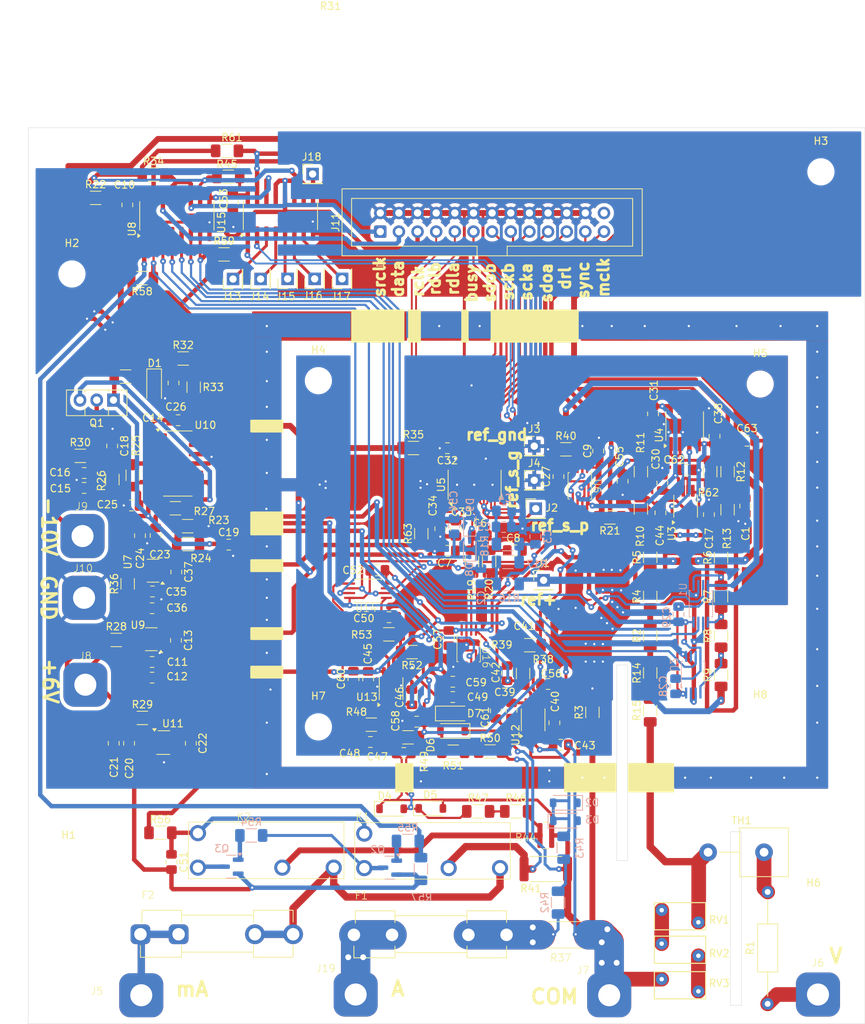
<source format=kicad_pcb>
(kicad_pcb (version 20240108) (generator "pcbnew") (generator_version "8.0")
  (layers (0 "F.Cu" signal) (31 "B.Cu" signal) (34 "B.Paste" user) (35 "F.Paste" user) (36 "B.SilkS" user "B.Silkscreen") (37 "F.SilkS" user "F.Silkscreen") (38 "B.Mask" user) (39 "F.Mask" user) (44 "Edge.Cuts" user))
  (net 0 "")
  (net 1 "GND")
  (net 2 "Net-(U3B-+)")
  (net 3 "Net-(C2-Pad1)")
  (net 4 "Net-(C3-Pad1)")
  (net 5 "/REF_S_P")
  (net 6 "Net-(U5-IN-)")
  (net 7 "Net-(D8-A)")
  (net 8 "/VOLTS")
  (net 9 "Net-(U8-VCC)")
  (net 10 "Net-(U9-VI)")
  (net 11 "+3V3")
  (net 12 "/Power/IN-")
  (net 13 "Net-(U10-COMP)")
  (net 14 "Net-(Q1-C)")
  (net 15 "-5V")
  (net 16 "Net-(U11-EN)")
  (net 17 "+5V")
  (net 18 "/Power/REF")
  (net 19 "-0.6V")
  (net 20 "/SW_LOW")
  (net 21 "Net-(U5-OV_{DD})")
  (net 22 "+2V5")
  (net 23 "Net-(U7-VI)")
  (net 24 "+1V65")
  (net 25 "/CURR_10A")
  (net 26 "Net-(U12A-FB)")
  (net 27 "Net-(D2-A)")
  (net 28 "Net-(U3A--)")
  (net 29 "Net-(U4A-+)")
  (net 30 "Net-(D4-A)")
  (net 31 "/CURR_10mA")
  (net 32 "Net-(U13A--)")
  (net 33 "Net-(D6-A)")
  (net 34 "/CURR_200mA")
  (net 35 "Net-(U13B--)")
  (net 36 "Net-(C51-Pad1)")
  (net 37 "Net-(U15-VCC)")
  (net 38 "Net-(F1-Pad2)")
  (net 39 "Net-(F2-Pad2)")
  (net 40 "REF")
  (net 41 "+6V")
  (net 42 "-10V")
  (net 43 "/DRL")
  (net 44 "/SHIFT_DATA")
  (net 45 "/SHIFT_SRCLK")
  (net 47 "/RDLB")
  (net 48 "/MCLK")
  (net 49 "/BUSY")
  (net 50 "/SDOA")
  (net 51 "/SCKB")
  (net 52 "/SCKA")
  (net 53 "/SDOB")
  (net 54 "/RDLA")
  (net 55 "/SYNC")
  (net 56 "/SHIFT_RCLK")
  (net 57 "/SW_CURR_10A")
  (net 58 "Net-(J13-Pin_1)")
  (net 59 "Net-(J14-Pin_1)")
  (net 60 "Net-(J15-Pin_1)")
  (net 61 "Net-(J16-Pin_1)")
  (net 62 "Net-(J17-Pin_1)")
  (net 63 "Net-(J18-Pin_1)")
  (net 64 "Net-(Q2-C)")
  (net 65 "Net-(K1-Pad1)")
  (net 66 "Net-(K2-Pad1)")
  (net 67 "Net-(Q3-C)")
  (net 68 "Net-(Q1-B)")
  (net 69 "Net-(Q2-B)")
  (net 70 "Net-(Q3-B)")
  (net 71 "Net-(R1-Pad2)")
  (net 72 "Net-(R2-Pad2)")
  (net 73 "Net-(R14-Pad2)")
  (net 74 "Net-(R4-Pad2)")
  (net 75 "Net-(U3A-+)")
  (net 76 "Net-(U1A-S1)")
  (net 77 "Net-(U1B-S2)")
  (net 78 "Net-(U2A-S1)")
  (net 79 "Net-(R14-Pad1)")
  (net 80 "Net-(R15-Pad1)")
  (net 81 "/ADC_IN+")
  (net 82 "/Power/IN+")
  (net 83 "/SW_1V65_IN")
  (net 84 "Net-(R42-Pad1)")
  (net 85 "/SW_VOLTS_IN")
  (net 86 "Net-(R46-Pad1)")
  (net 87 "Net-(R50-Pad1)")
  (net 88 "/SW_CURR_RANGE")
  (net 89 "/SW_CURR_200mA")
  (net 90 "/SW_CURR_10mA")
  (net 91 "Net-(RV1-Pad2)")
  (net 92 "Net-(RV2-Pad2)")
  (net 93 "/SW_RANGE100")
  (net 94 "/SW_RANGE1000")
  (net 96 "/SW_RANGE10")
  (net 97 "/GUARD")
  (net 98 "Net-(U4B--)")
  (net 99 "/SEL1")
  (net 100 "/SEL0")
  (net 101 "Net-(U15-SER)")
  (net 109 "/COMMON")
  (net 110 "/mA")
  (net 111 "/V")
  (net 112 "/A")
  (net 113 "Net-(U3B--)")
  (net 114 "Net-(U5-V_{DD})")
  (footprint "Capacitor_SMD:C_0805_2012Metric_Pad1.18x1.45mm_HandSolder" (layer "F.Cu") (at 183.6166 105.6386 180)
    (property "Reference" "C48")
    (property "Value" "10n")
  )
  (footprint "Package_SO:SOIC-8_3.9x4.9mm_P1.27mm" (layer "F.Cu") (at 226.441 62.611 90)
    (property "Reference" "U4")
    (property "Value" "LM358")
  )
  (footprint "Capacitor_SMD:C_0805_2012Metric_Pad1.18x1.45mm_HandSolder" (layer "F.Cu") (at 202.8444 101.346 -90)
    (property "Reference" "C39")
    (property "Value" "100n")
  )
  (footprint "Resistor_SMD:R_1206_3216Metric_Pad1.30x1.75mm_HandSolder" (layer "F.Cu") (at 232.283 68.834 -90)
    (property "Reference" "R12")
    (property "Value" "10k/0.1%")
  )
  (footprint "Capacitor_SMD:C_0805_2012Metric_Pad1.18x1.45mm_HandSolder" (layer "F.Cu") (at 157.1244 91.7956 -90)
    (property "Reference" "C13")
    (property "Value" "10u")
  )
  (footprint "Package_SO:VSSOP-8_3x3mm_P0.65mm" (layer "F.Cu") (at 186.436 98.3742 90)
    (property "Reference" "U13")
    (property "Value" "OPA2186DR")
  )
  (footprint "Passives:2512 Big" (layer "F.Cu") (at 210.312 131.896 180)
    (property "Reference" "R37")
    (property "Value" "0,01 RLP25FEGR010")
  )
  (footprint "Capacitor_SMD:C_0805_2012Metric_Pad1.18x1.45mm_HandSolder" (layer "F.Cu") (at 144.6276 69.0118 180)
    (property "Reference" "C16")
    (property "Value" "100n")
  )
  (footprint "Capacitor_SMD:C_0805_2012Metric_Pad1.18x1.45mm_HandSolder" (layer "F.Cu") (at 153.8732 96.8756)
    (property "Reference" "C12")
    (property "Value" "100n")
  )
  (footprint "Resistor_SMD:R_1206_3216Metric_Pad1.30x1.75mm_HandSolder" (layer "F.Cu") (at 150.2664 55.88)
    (property "Reference" "R31")
    (property "Value" "470")
  )
  (footprint "Resistor_SMD:R_1206_3216Metric_Pad1.30x1.75mm_HandSolder" (layer "F.Cu") (at 194.8942 106.9594)
    (property "Reference" "R51")
    (property "Value" "1k")
  )
  (footprint "Package_SO:SOIC-16_3.9x9.9mm_P1.27mm" (layer "F.Cu") (at 157.25 34 90)
    (property "Reference" "U8")
    (property "Value" "74HC595")
  )
  (footprint "Capacitor_SMD:C_0805_2012Metric_Pad1.18x1.45mm_HandSolder" (layer "F.Cu") (at 230.505 64.008 90)
    (property "Reference" "C38")
    (property "Value" "100n")
  )
  (footprint "Capacitor_SMD:C_0805_2012Metric_Pad1.18x1.45mm_HandSolder" (layer "F.Cu") (at 156.7942 56.7436 -90)
    (property "Reference" "C26")
    (property "Value" "10u")
  )
  (footprint "Package_TO_SOT_SMD:SOT-23-3" (layer "F.Cu") (at 153.7716 91.6432 180)
    (property "Reference" "U9")
    (property "Value" "XC6206P332MR")
  )
  (footprint "Library:uSOIC" (layer "F.Cu") (at 183.2864 84.8646)
    (property "Reference" "U14")
    (property "Value" "ADG722")
  )
  (footprint "Capacitor_SMD:C_0805_2012Metric_Pad1.18x1.45mm_HandSolder" (layer "F.Cu") (at 189.9158 102.87 180)
    (property "Reference" "C58")
    (property "Value" "4u7")
  )
  (footprint "Capacitor_SMD:C_0805_2012Metric_Pad1.18x1.45mm_HandSolder" (layer "F.Cu") (at 194.1576 79.6036)
    (property "Reference" "C7")
    (property "Value" "1u")
  )
  (footprint "Resistor_SMD:R_1206_3216Metric_Pad1.30x1.75mm_HandSolder" (layer "F.Cu") (at 189.484 65.6082)
    (property "Reference" "R35")
    (property "Value" "10")
  )
  (footprint "Package_SO:SO-14_3.9x8.65mm_P1.27mm" (layer "F.Cu") (at 157.3784 67.7164)
    (property "Reference" "U10")
    (property "Value" "UA723")
  )
  (footprint "Capacitor_SMD:C_0805_2012Metric_Pad1.18x1.45mm_HandSolder" (layer "F.Cu") (at 223.393 70.358 90)
    (property "Reference" "C30")
    (property "Value" "100n")
  )
  (footprint "Capacitor_SMD:C_0805_2012Metric_Pad1.18x1.45mm_HandSolder" (layer "F.Cu") (at 198.5264 77.5208)
    (property "Reference" "C6")
    (property "Value" "1u")
  )
  (footprint "Capacitor_SMD:C_0805_2012Metric_Pad1.18x1.45mm_HandSolder" (layer "F.Cu") (at 153.924 85.1408)
    (property "Reference" "C35")
    (property "Value" "47u")
  )
  (footprint "MountingHole:MountingHole_3.2mm_M3" (layer "F.Cu") (at 245 28)
    (property "Reference" "H3")
    (property "Value" "MountingHole")
  )
  (footprint "Resistor_SMD:R_1206_3216Metric_Pad1.30x1.75mm_HandSolder" (layer "F.Cu") (at 158.7246 76.2508 180)
    (property "Reference" "R23")
    (property "Value" "12K")
  )
  (footprint "Connector_PinHeader_2.54mm:PinHeader_1x01_P2.54mm_Vertical" (layer "F.Cu") (at 206.1464 73.8632)
    (property "Reference" "J2")
    (property "Value" "REF_S_P")
  )
  (footprint "Capacitor_SMD:C_0805_2012Metric_Pad1.18x1.45mm_HandSolder" (layer "F.Cu") (at 153.8732 87.4268)
    (property "Reference" "C36")
    (property "Value" "100n")
  )
  (footprint "Capacitor_SMD:C_0805_2012Metric_Pad1.18x1.45mm_HandSolder" (layer "F.Cu") (at 217.9828 70.1333 -90)
    (property "Reference" "C55")
    (property "Value" "4u7")
  )
  (footprint "Resistor_SMD:R_1206_3216Metric_Pad1.30x1.75mm_HandSolder" (layer "F.Cu") (at 203.4794 115.0874)
    (property "Reference" "R46")
    (property "Value" "1k")
  )
  (footprint "Capacitor_SMD:C_0805_2012Metric_Pad1.18x1.45mm_HandSolder" (layer "F.Cu") (at 194.1068 65.6336 180)
    (property "Reference" "C32")
    (property "Value" "4u7")
  )
  (footprint "MountingHole:MountingHole_3.2mm_M3" (layer "F.Cu") (at 236.728 56.896)
    (property "Reference" "H5")
    (property "Value" "MountingHole")
  )
  (footprint "Capacitor_SMD:C_0805_2012Metric_Pad1.18x1.45mm_HandSolder" (layer "F.Cu") (at 164.8714 32.1564 -90)
    (property "Reference" "C53")
    (property "Value" "100n")
  )
  (footprint "Capacitor_SMD:C_0805_2012Metric_Pad1.18x1.45mm_HandSolder" (layer "F.Cu") (at 202.2348 96.266 90)
    (property "Reference" "C42")
    (property "Value" "10n")
  )
  (footprint "Resistor_SMD:R_1206_3216Metric_Pad1.30x1.75mm_HandSolder" (layer "F.Cu") (at 152.5524 102.362)
    (property "Reference" "R29")
    (property "Value" "10")
  )
  (footprint "Connector_PinHeader_2.54mm:PinHeader_1x01_P2.54mm_Vertical" (layer "F.Cu") (at 207.2132 83.6168)
    (property "Reference" "J1")
    (property "Value" "REF_IN")
  )
  (footprint "Resistor_SMD:R_1206_3216Metric_Pad1.30x1.75mm_HandSolder" (layer "F.Cu") (at 198.2978 115.0874)
    (property "Reference" "R47")
    (property "Value" "1k")
  )
  (footprint "Capacitor_SMD:C_0805_2012Metric_Pad1.18x1.45mm_HandSolder" (layer "F.Cu") (at 223.139 74.422 -90)
    (property "Reference" "C44")
    (property "Value" "10n")
  )
  (footprint "Passives:NPR26" (layer "F.Cu") (at 186.182 118.11)
    (property "Reference" "K1")
    (property "Value" "NRP26-A05D")
  )
  (footprint "Resistor_SMD:R_1206_3216Metric_Pad1.30x1.75mm_HandSolder" (layer "F.Cu") (at 204.4192 96.3168 -90)
    (property "Reference" "R38")
    (property "Value" "68k/0.1%")
  )
  (footprint "Resistor_SMD:R_1206_3216Metric_Pad1.30x1.75mm_HandSolder" (layer "F.Cu") (at 183.7436 103.2764 180)
    (property "Reference" "R48")
    (property "Value" "68k/0.1%")
  )
  (footprint "Capacitor_SMD:C_0805_2012Metric_Pad1.18x1.45mm_HandSolder" (layer "F.Cu") (at 229.743 74.676 90)
    (property "Reference" "C17")
    (property "Value" "100n")
  )
  (footprint "Capacitor_SMD:C_0805_2012Metric_Pad1.18x1.45mm_HandSolder" (layer "F.Cu") (at 226.7204 68.58 180)
    (property "Reference" "C62")
    (property "Value" "1u")
  )
  (footprint "Capacitor_SMD:C_0805_2012Metric_Pad1.18x1.45mm_HandSolder" (layer "F.Cu") (at 189.2808 99.5426 90)
    (property "Reference" "C46")
    (property "Value" "100n")
  )
  (footprint "Capacitor_SMD:C_0805_2012Metric_Pad1.18x1.45mm_HandSolder" (layer "F.Cu") (at 151.0538 73.4314)
    (property "Reference" "C25")
    (property "Value" "10u")
  )
  (footprint "MountingHole:MountingHole_3.2mm_M3" (layer "F.Cu") (at 176.53 56.4388)
    (property "Reference" "H4")
    (property "Value" "MountingHole")
  )
  (footprint "Capacitor_SMD:C_0805_2012Metric_Pad1.18x1.45mm_HandSolder" (layer "F.Cu") (at 188.1632 107.1372 180)
    (property "Reference" "C47")
    (property "Value" "10n")
  )
  (footprint "Resistor_SMD:R_1206_3216Metric_Pad1.30x1.75mm_HandSolder" (layer "F.Cu") (at 158.7754 78.6892)
    (property "Reference" "R24")
    (property "Value" "30K")
  )
  (footprint "Resistor_SMD:R_1206_3216Metric_Pad1.30x1.75mm_HandSolder" (layer "F.Cu") (at 231.394 96.52 90)
    (property "Reference" "R9")
    (property "Value" "10meg/0.1%")
  )
  (footprint "Resistor_SMD:R_1206_3216Metric_Pad1.30x1.75mm_HandSolder" (layer "F.Cu") (at 199.9234 106.934)
    (property "Reference" "R50")
    (property "Value" "1k")
  )
  (footprint "Resistor_SMD:R_1206_3216Metric_Pad1.30x1.75mm_HandSolder" (layer "F.Cu") (at 186.1312 90.9828 180)
    (property "Reference" "R53")
    (property "Value" "68k/0.1%")
  )
  (footprint "Resistor_SMD:R_1206_3216Metric_Pad1.30x1.75mm_HandSolder" (layer "F.Cu") (at 221.742 101.346 90)
    (property "Reference" "R15")
    (property "Value" "2M2/0.1%")
  )
  (footprint "Capacitor_SMD:C_0805_2012Metric_Pad1.18x1.45mm_HandSolder" (layer "F.Cu") (at 214.6554 66.0146 90)
    (property "Reference" "C9")
    (property "Value" "47u")
  )
  (footprint "Library:uSOIC" (layer "F.Cu") (at 197.2056 92.9132 -90)
    (property "Reference" "U16")
    (property "Value" "ADG722")
  )
  (footprint "Resistor_SMD:R_1206_3216Metric_Pad1.30x1.75mm_HandSolder" (layer "F.Cu") (at 164.2618 28.6766)
    (property "Reference" "R61")
    (property "Value" "10")
  )
  (footprint "Capacitor_SMD:C_0805_2012Metric_Pad1.18x1.45mm_HandSolder" (layer "F.Cu") (at 181.3052 97.028 90)
    (property "Reference" "C60")
    (property "Value" "1u")
  )
  (footprint "Resistor_SMD:R_1206_3216Metric_Pad1.30x1.75mm_HandSolder" (layer "F.Cu") (at 221.742 85.826 90)
    (property "Reference" "R4")
    (property "Value" "2M2/0.1%")
  )
  (footprint "Package_DFN_QFN:DFN-24-1EP_4x7mm_P0.5mm_EP2.64x6.44mm" (layer "F.Cu") (at 197.8152 70.6124 90)
    (property "Reference" "U5")
    (property "Value" "LTC2508CDKD-32")
  )
  (footprint "Capacitor_SMD:C_0805_2012Metric_Pad1.18x1.45mm_HandSolder" (layer "F.Cu") (at 148.4376 65.3288 -90)
    (property "Reference" "C18")
    (property "Value" "1u")
  )
  (footprint "MountingHole:MountingHole_3.2mm_M3" (layer "F.Cu") (at 142.5 122.5)
    (property "Reference" "H1")
    (property "Value" "MountingHole")
  )
  (footprint "Connector_PinHeader_2.54mm:PinHeader_1x01_P2.54mm_Vertical" (layer "F.Cu") (at 164.8968 42.5958 90)
    (property "Reference" "J13")
    (property "Value" "Conn_01x01_Socket")
  )
  (footprint "Resistor_SMD:R_1206_3216Metric_Pad1.30x1.75mm_HandSolder" (layer "F.Cu") (at 199.7964 81.0768 -90)
    (property "Reference" "R20")
    (property "Value" "10")
  )
  (footprint "Resistor_SMD:R_1206_3216Metric_Pad1.30x1.75mm_HandSolder" (layer "F.Cu") (at 205.3336 92.456 180)
    (property "Reference" "R39")
    (property "Value" "4k7/0.1%")
  )
  (footprint "Package_SO:SOIC-16_3.9x9.9mm_P1.27mm" (layer "F.Cu") (at 171.3572 33.9344 90)
    (property "Reference" "U15")
    (property "Value" "74HC595")
  )
  (footprint "Passives:Conn-1-6x6-OD3mm" (layer "F.Cu") (at 144.6784 97.8408 90)
    (property "Reference" "J8")
    (property "Value" "+6V")
  )
  (footprint "Resistor_SMD:R_1206_3216Metric_Pad1.30x1.75mm_HandSolder" (layer "F.Cu") (at 221.742 80.492 90)
    (property "Reference" "R5")
    (property "Value" "2M2/0.1%")
  )
  (footprint "Capacitor_SMD:C_0805_2012Metric_Pad1.18x1.45mm_HandSolder" (layer "F.Cu") (at 234.696 73.5115 -90)
    (property "Reference" "C1")
    (property "Value" "4u7")
  )
  (footprint "MountingHole:MountingHole_3.2mm_M3" (layer "F.Cu") (at 244 129)
    (property "Reference" "H6")
    (property "Value" "MountingHole")
  )
  (footprint "Resistor_SMD:R_1206_3216Metric_Pad1.30x1.75mm_HandSolder" (layer "F.Cu") (at 157.0482 73.8124)
    (property "Reference" "R27")
    (property "Value" "2k")
  )
  (footprint "Resistor_SMD:R_1206_3216Metric_Pad1.30x1.75mm_HandSolder" (layer "F.Cu") (at 220.472 68.834 90)
    (property "Reference" "R11")
    (property "Value" "2k7/0.1%")
  )
  (footprint "Capacitor_SMD:C_0805_2012Metric_Pad1.18x1.45mm_HandSolder" (layer "F.Cu") (at 164.3126 78.7654)
    (property "Reference" "C19")
    (property "Value" "1u")
  )
  (footprint "Connector_IDC:IDC-Header_2x13_P2.54mm_Vertical" (layer "F.Cu") (at 184.9628 36.1442 90)
    (property "Reference" "J11")
    (property "Value" "Conn_02x13_Odd_Even")
  )
  (footprint "Capacitor_SMD:C_0805_2012Metric_Pad1.18x1.45mm_HandSolder" (layer "F.Cu") (at 148.6408 105.8164 -90)
    (property "Reference" "C21")
    (property "Value" "100n")
  )
  (footprint "Varistor:RV_Disc_D7mm_W3.7mm_P5mm" (layer "F.Cu") (at 228.306 139.584 180)
    (property "Reference" "RV3")
    (property "Value" "KSE-14K391")
  )
  (footprint "Capacitor_SMD:C_0805_2012Metric_Pad1.18x1.45mm_HandSolder" (layer "F.Cu") (at 200.7108 101.3968 90)
    (property "Reference" "C61")
    (property "Value" "1u")
  )
  (footprint "Capacitor_SMD:C_0805_2012Metric_Pad1.18x1.45mm_HandSolder" (layer "F.Cu") (at 186.1566 88.646 180)
    (property "Reference" "C50")
    (property "Value" "10n")
  )
  (footprint "Connector_PinHeader_2.54mm:PinHeader_1x01_P2.54mm_Vertical" (layer "F.Cu") (at 205.9432 70.0042)
    (property "Reference" "J4")
    (property "Value" "REF_GND")
  )
  (footprint "Passives:NPR26" (layer "F.Cu") (at 163.518 118.046)
    (property "Reference" "K2")
    (property "Value" "NRP26-A05D")
  )
  (footprint "Resistor_SMD:R_1206_3216Metric_Pad1.30x1.75mm_HandSolder" (layer "F.Cu") (at 220.472 73.914 90)
    (property "Reference" "R10")
    (property "Value" "6k2/0.1%")
  )
  (footprint "Connector_PinHeader_2.54mm:PinHeader_1x01_P2.54mm_Vertical" (layer "F.Cu") (at 179.7558 42.5704 90)
    (property "Reference" "J17")
    (property "Value" "Conn_01x01_Socket")
  )
  (footprint "Resistor_SMD:R_1206_3216Metric_Pad1.30x1.75mm_HandSolder" (layer "F.Cu") (at 152.5016 42.4688 180)
    (property "Reference" "R58")
    (property "Value" "10k")
  )
  (footprint "Capacitor_SMD:C_0805_2012Metric_Pad1.18x1.45mm_HandSolder" (layer "F.Cu") (at 194.8434 99.5172)
    (property "Reference" "C49")
    (property "Value" "10n")
  )
  (footprint "Package_TO_SOT_SMD:SOT-23-3" (layer "F.Cu") (at 154.0057 82.3112 180)
    (property "Reference" "U7")
    (property "Value" "XC6206P252MR")
  )
  (footprint "Resistor_SMD:R_1206_3216Metric_Pad1.30x1.75mm_HandSolder" (layer "F.Cu") (at 148.463 69.9008 -90)
    (property "Reference" "R26")
    (property "Value" "3k3")
  )
  (footprint "Resistor_SMD:R_1206_3216Metric_Pad1.30x1.75mm_HandSolder" (layer "F.Cu") (at 231.394 80.518 90)
    (property "Reference" "R6")
    (property "Value" "5k/0.1%")
  )
  (footprint "Resistor_SMD:R_1206_3216Metric_Pad1.30x1.75mm_HandSolder" (layer "F.Cu") (at 221.742 96.24 90)
    (property "Reference" "R14")
    (property "Value" "2M2/0.1%")
  )
  (footprint "Resistor_SMD:R_1206_3216Metric_Pad1.30x1.75mm_HandSolder" (layer "F.Cu") (at 148.9964 91.7448)
    (property "Reference" "R28")
    (property "Value" "10")
  )
  (footprint "Capacitor_SMD:C_0805_2012Metric_Pad1.18x1.45mm_HandSolder" (layer "F.Cu") (at 154.3558 77.5208 -90)
    (property "Reference" "C23")
    (property "Value" "47u")
  )
  (footprint "Resistor_SMD:R_1206_3216Metric_Pad1.30x1.75mm_HandSolder" (layer "F.Cu") (at 158.115 53.4162)
    (property "Reference" "R32")
    (property "Value" "0")
  )
  (footprint "Package_SO:MSOP-8_3x3mm_P0.65mm" (layer "F.Cu") (at 205.7908 102.616 90)
    (property "Reference" "U12")
    (property "Value" "MAX4208")
  )
  (footprint "Resistor_SMD:R_1206_3216Metric_Pad1.30x1.75mm_HandSolder" (layer "F.Cu") (at 213.868 101.6 90)
    (property "Reference" "R3")
    (property "Value" "1M")
  )
  (footprint "Capacitor_SMD:C_0805_2012Metric_Pad1.18x1.45mm_HandSolder" (layer "F.Cu") (at 207.6958 89.8144)
    (property "Reference" "C41")
    (property "Value" "100n")
  )
  (footprint "Connector_PinHeader_2.54mm:PinHeader_1x01_P2.54mm_Vertical" (layer "F.Cu") (at 175.7426 28.2956)
    (property "Reference" "J18")
    (property "Value" "Conn_01x01_Socket")
  )
  (footprint "Capacitor_SMD:C_0805_2012Metric_Pad1.18x1.45mm_HandSolder" (layer "F.Cu") (at 183.3118 97.0573 -90)
    (property "Reference" "C45")
    (property "Value" "100n")
  )
  (footprint "Resistor_SMD:R_1206_3216Metric_Pad1.30x1.75mm_HandSolder" (layer "F.Cu") (at 190.5508 77.2668 90)
    (property "Reference" "R63")
    (property "Value" "10")
  )
  (footprint "Capacitor_SMD:C_0805_2012Metric_Pad1.18x1.45mm_HandSolder" (layer "F.Cu") (at 157.4292 61.8236 180)
    (property "Reference" "C14")
    (property "Value" "100p")
  )
  (footprint "Capacitor_SMD:C_0805_2012Metric_Pad1.18x1.45mm_HandSolder" (layer "F.Cu") (at 194.8473 97.4344)
    (property "Reference" "C59")
    (property "Value" "4u7")
  )
  (footprint "Resistor_SMD:R_1206_3216Metric_Pad1.30x1.75mm_HandSolder" (layer "F.Cu") (at 155 118)
    (property "Reference" "R56")
    (property "Value" "33")
  )
  (footprint "Passives:Conn-1-6x6-OD3mm" (layer "F.Cu") (at 152.4 140.024)
    (property "Reference" "J5")
    (property "Value" "mA")
  )
  (footprint "Capacitor_SMD:C_0805_2012Metric_Pad1.18x1.45mm_HandSolder" (layer "F.Cu") (at 150.5 32.5 -90)
    (property "Reference" "C10")
    (property "Value" "100n")
  )
  (footprint "Package_TO_SOT_SMD:SOT-23-5_HandSoldering" (layer "F.Cu") (at 155.3972 105.7148)
    (property "Reference" "U11")
    (property "Value" "NCP161ASN500T1G")
  )
  (footprint "MountingHole:MountingHole_3.2mm_M3" (layer "F.Cu") (at 176.53 103.5812)
    (property "Reference" "H7")
    (property "Value" "MountingHole")
  )
  (footprint "Connector_PinHeader_2.54mm:PinHeader_1x01_P2.54mm_Vertical" (layer "F.Cu") (at 168.656 42.5958 90)
    (property "Reference" "J14")
    (property "Value" "Conn_01x01_Socket")
  )
  (footprint "Resistor_SMD:R_1206_3216Metric_Pad1.30x1.75mm_HandSolder" (layer "F.Cu") (at 154.0764 28.3718)
    (property "Reference" "R34")
    (property "Value" "10k")
  )
  (footprint "Resistor_SMD:R_1206_3216Metric_Pad1.30x1.75mm_HandSolder" (layer "F.Cu") (at 159.5374 57.3278 90)
    (property "Reference" "R33")
    (property "Value" "0")
  )
  (footprint "Resistor_SMD:R_1206_3216Metric_Pad1.30x1.75mm_HandSolder" (layer "F.Cu") (at 164.084 25.146 180)
    (property "Reference" "R45")
    (property "Value" "10k")
  )
  (footprint "Varistor:RV_Disc_D7mm_W3.7mm_P5mm" (layer "F.Cu") (at 223.306 133.098)
    (property "Reference" "RV2")
    (property "Value" "KSE-14K391")
  )
  (footprint "Diode_SMD:D_SOD-123" (layer "F.Cu") (at 194.818 104.1372 180)
    (property "Reference" "D6")
    (property "Value" "1N4148W")
  )
  (footprint "Capacitor_SMD:C_0805_2012Metric_Pad1.18x1.45mm_HandSolder" (layer "F.Cu") (at 193.1416 76.6064 -90)
    (property "Reference" "C34")
    (property "Value" "100n")
  )
  (footprint "Capacitor_SMD:C_0805_2012Metric_Pad1.18x1.45mm_HandSolder" (layer "F.Cu") (at 234.9285 64.6176)
    (property "Reference" "C63")
    (property "Value" "1u")
  )
  (footprint "Resistor_SMD:R_1206_3216Metric_Pad1.30x1.75mm_HandSolder" (layer "F.Cu") (at 231.394 85.852 90)
    (property "Reference" "R7")
    (property "Value" "50k/0.1%")
  )
  (footprint "Capacitor_SMD:C_0805_2012Metric_Pad1.18x1.45mm_HandSolder" (layer "F.Cu") (at 157.1752 82.4992 -90)
    (property "Reference" "C37")
    (property "Value" "10u")
  )
  (footprint "Passives:KLS5-266(FH-100)" (layer "F.Cu") (at 181.37 131.896)
    (property "Reference" "F1")
    (property "Value" "10A")
  )
  (footprint "Resistor_SMD:R_1206_3216Metric_Pad1.30x1.75mm_HandSolder" (layer "F.Cu") (at 197.4596 81.0768 -90)
    (property "Reference" "R19")
    (property "Value" "10")
  )
  (footprint "Capacitor_SMD:C_0805_2012Metric_Pad1.18x1.45mm_HandSolder" (layer "F.Cu") (at 156.5148 121.9708 -90)
    (property "Reference" "C51")
    (property "Value" "47u")
  )
  (footprint "Package_SO:VSSOP-8_3x3mm_P0.65mm" (layer "F.Cu") (at 226.568 73.533 90)
    (property "Reference" "U3")
    (property "Value" "OPA2186DR")
  )
  (footprint "Connector_PinHeader_2.54mm:PinHeader_1x01_P2.54mm_Vertical" (layer "F.Cu") (at 205.9432 65.3542)
    (property "Reference" "J3")
    (property "Value" "REF_S_N")
  )
  (footprint "Resistor_SMD:R_1206_3216Metric_Pad1.30x1.75mm_HandSolder" (layer "F.Cu") (at 229.9208 68.834 90)
    (property "Reference" "R62")
    (property "Value" "47")
  )
  (footprint "Passives:Conn-1-6x6-OD3mm" (layer "F.Cu") (at 144.299 77.597 90)
    (property "Reference" "J9")
    (property "Value" "-10V")
  )
  (footprint "MountingHole:MountingHole_3.2mm_M3" (layer "F.Cu") (at 236.728 103.378)
    (property "Reference" "H8")
    (property "Value" "MountingHole")
  )
  (footprint "Resistor_SMD:R_1206_3216Metric_Pad1.30x1.75mm_HandSolder" (layer "F.Cu") (at 221.742 91.16 90)
    (property "Reference" "R2")
    (property "Value" "2M2/0.1%")
  )
  (footprint "Library:uSOIC" (layer "F.Cu") (at 212.344 70.7644 -90)
    (property "Reference" "U6")
    (property "Value" "ADG722")
  )
  (footprint "Diode_SMD:D_SOD-123" (layer "F.Cu") (at 194.8434 101.7524)
    (property "Reference" "D7")
    (property "Value" "1N4148W")
  )
  (footprint "Capacitor_SMD:C_0805_2012Metric_Pad1.18x1.45mm_HandSolder" (layer "F.Cu") (at 144.6188 71.0402 180)
    (property "Reference" "C15")
    (property "Value" "47u")
  )
  (footprint "Capacitor_SMD:C_0805_2012Metric_Pad1.18x1.45mm_HandSolder" (layer "F.Cu") (at 222.123 60.96 -90)
    (property "Reference" "C31")
    (property "Value" "100n")
  )
  (footprint "Passives:Conn-1-6x6-OD3mm" (layer "F.Cu") (at 144.5022 86.0044 90)
    (property "Reference" "J10")
    (property "Value" "GND")
  )
  (footprint "Resistor_SMD:R_1206_3216Metric_Pad1.30x1.75mm_HandSolder" (layer "F.Cu") (at 231.394 91.186 90)
    (property "Reference" "R8")
    (property "Value" "500k/0.1%")
  )
  (footprint "Diode_SMD:D_SOD-123" (layer "F.Cu") (at 191.8462 114.681)
    (property "Reference" "D5")
    (property "Value" "1N4148W")
  )
  (footprint "Capacitor_SMD:C_0805_2012Metric_Pad1.18x1.45mm_HandSolder" (layer "F.Cu") (at 209.55 106.0196)
    (property "Reference" "C43")
    (property "Value" "10n")
  )
  (footprint "Varistor:RV_Disc_D7mm_W3.7mm_P5mm" (layer "F.Cu") (at 228.306 130.186 180)
    (property "Reference" "RV1")
    (property "Value" "KSE-14K391")
  )
  (footprint "Resistor_SMD:R_1206_3216Metric_Pad1.30x1.75mm_HandSolder" (layer "F.Cu") (at 146.177 31.5468)
    (property "Reference" "R22")
    (property "Value" "10")
  )
  (footprint "Capacitor_SMD:C_0805_2012Metric_Pad1.18x1.45mm_HandSolder" (layer "F.Cu") (at 208.6864 103.0224 90)
    (property "Reference" "C40")
    (property "Value" "100n")
  )
  (footprint "Capacitor_SMD:C_0805_2012Metric_Pad1.18x1.45mm_HandSolder" (layer "F.Cu") (at 153.8732 94.742)
    (property "Reference" "C11")
    (property "Value" "47u")
  )
  (footprint "Capacitor_SMD:C_0805_2012Metric_Pad1.18x1.45mm_HandSolder" (layer "F.Cu") (at 203.3016 79.5528)
    (property "Reference" "C8")
    (property "Value" "1u")
  )
  (footprint "Passives:Conn-1-6x6-OD3mm" (layer "F.Cu") (at 181.61 139.924)
    (property "Reference" "J19")
    (property "Value" "A")
  )
  (footprint "Resistor_SMD:R_1206_3216Metric_Pad1.30x1.75mm_HandSolder" (layer "F.Cu") (at 150.5458 84.0994 90)
    (property "Reference" "R36")
    (property "Value" "10")
  )
  (footprint "Passives:KLS5-266(FH-100)" (layer "F.Cu") (at 152.287 131.8198)
    (property "Reference" "F2")
    (property "Value" "0.3A")
  )
  (footprint "Capacitor_SMD:C_0805_2012Metric_Pad1.18x1.45mm_HandSolder" (layer "F.Cu") (at 209.2452 69.4944 90)
    (property "Reference" "C27")
    (property "Value" "100n")
  )
  (footprint "Resistor_SMD:R_1206_3216Metric_Pad1.30x1.75mm_HandSolder" (layer "F.Cu") (at 163.6776 39.243)
    (property "Reference" "R59")
    (property "Value" "10k")
  )
  (footprint "Resistor_THT:R_Axial_Power_L20.0mm_W6.4mm_P7.62mm_Vertical" (layer "F.Cu") (at 237.252 120.65 180)
    (property "Reference" "TH1")
    (property "Value" "1k")
  )
  (footprint "Passives:Conn-1-6x6-OD3mm" (layer "F.Cu") (at 216.154 140.024)
    (property "Reference" "J7")
    (property "Value" "Common")
  )
  (footprint "Connector_PinHeader_2.54mm:PinHeader_1x01_P2.54mm_Vertical" (layer "F.Cu") (at 172.339 42.5704 90)
    (property "Reference" "J15")
    (property "Value" "Conn_01x01_Socket")
  )
  (footprint "Diode_SMD:D_SOD-123" (layer "F.Cu") (at 154.1526 57.2008 -90)
    (property "Reference" "D1")
    (property "Value" "1N4148W")
  )
  (footprint "Resistor_SMD:R_1206_3216Metric_Pad1.30x1.75mm_HandSolder" (layer "F.Cu") (at 151.2316 69.3166 90)
    (property "Reference" "R25")
    (property "Value" "3k3")
  )
  (footprint "MountingHole:MountingHole_3.2mm_M3" (layer "F.Cu") (at 142.9512 41.91)
    (property "Reference" "H2")
    (property "Value" "MountingHole")
  )
  (footprint "Resistor_THT:R_Axial_DIN0207_L6.3mm_D2.5mm_P15.24mm_Horizontal" (layer "F.Cu") (at 237.744 141.294 90)
    (property "Reference" "R1")
    (property "Value" "1k/2W")
  )
  (footprint "Passives:1206 Vertical" (layer "F.Cu") (at 207.518 118.364 180)
    (property "Reference" "R44")
    (property "Value" "10 PRG3216P-10R0-D-T5")
  )
  (footprint "Resistor_SMD:R_1206_3216Metric_Pad1.30x1.75mm_HandSolder" (layer "F.Cu") (at 188.7474 105.0036 180)
    (property "Reference" "R49")
    (property "Value" "4k7/0.1%")
  )
  (footprint "Resistor_SMD:R_1206_3216Metric_Pad1.30x1.75mm_HandSolder" (layer "F.Cu") (at 232.283 74.0195 -90)
    (property "Reference" "R13")
    (property "Value" "10k/0.1%")
  )
  (footprint "Resistor_SMD:R_2512_6332Metric" (layer "F.Cu") (at 207.518 122.936 180)
    (property "Reference" "R41")
    (property "Value" "0.5 HoJLR2512-3W-500mR-1%")
  )
  (footprint "Resistor_SMD:R_1206_3216Metric_Pad1.30x1.75mm_HandSolder" (layer "F.Cu") (at 189.2808 93.3958 180)
    (property "Reference" "R52")
    (property "Value" "4k7/0.1%")
  )
  (footprint "Resistor_SMD:R_1206_3216Metric_Pad1.30x1.75mm_HandSolder" (layer "F.Cu") (at 216.2556 75.057 180)
    (property "Reference" "R21")
    (property "Value" "47")
  )
  (footprint "Capacitor_SMD:C_0805_2012Metric_Pad1.18x1.45mm_HandSolder" (layer "F.Cu") (at 207.8228 97.7392)
    (property "Reference" "C56")
    (property "Value" "4u7")
  )
  (footprint "Capacitor_SMD:C_0805_2012Metric_Pad1.18x1.45mm_HandSolder" (layer "F.Cu") (at 194.31 91.4908 90)
    (property "Reference" "C57")
    (property "Value" "100n")
  )
  (footprint "Package_TO_SOT_THT:TO-126-3_Vertical" (layer "F.Cu") (at 148.6094 59.0804 180)
    (property "Reference" "Q1")
    (property "Value" "BD136")
  )
  (footprint "Resistor_SMD:R_1206_3216Metric_Pad1.30x1.75mm_HandSolder" (layer "F.Cu") (at 144.0942 66.675)
    (property "Reference" "R30")
    (property "Value" "10")
  )
  (footprint "Connector_PinHeader_2.54mm:PinHeader_1x01_P2.54mm_Vertical" (layer "F.Cu") (at 176.022 42.5704 90)
    (property "Reference" "J16")
    (property "Value" "Conn_01x01_Socket")
  )
  (footprint "Capacitor_SMD:C_0805_2012Metric_Pad1.18x1.45mm_HandSolder" (layer "F.Cu") (at 184.5672 82.2612 180)
    (property "Reference" "C52")
    (property "Value" "100n")
  )
  (footprint "Capacitor_SMD:C_0805_2012Metric_Pad1.18x1.45mm_HandSolder" (layer "F.Cu") (at 159.1564 105.8164 -90)
    (property "Reference" "C22")
    (property "Value" "10u")
  )
  (footprint "Passives:Conn-1-6x6-OD3mm" (layer "F.Cu") (at 244.602 139.924)
    (property "Reference" "J6")
    (property "Value" "V")
  )
  (footprint "Capacitor_SMD:C_0805_2012Metric_Pad1.18x1.45mm_HandSolder" (layer "F.Cu") (at 152.2222 77.5462 -90)
    (property "Reference" "C24")
    (property "Value" "100n")
  )
  (footprint "Diode_SMD:D_SOD-123" (layer "F.Cu") (at 186.5122 114.7318)
    (property "Reference" "D4")
    (property "Value" "1N4148W")
  )
  (footprint "Capacitor_SMD:C_0805_2012Metric_Pad1.18x1.45mm_HandSolder" (layer "F.Cu") (at 195.2752 76.6064 -90)
    (property "Reference" "C33")
    (property "Value" "47u")
  )
  (footprint "Resistor_SMD:R_1206_3216Metric_Pad1.30x1.75mm_HandSolder" (layer "F.Cu") (at 210.2612 65.786)
    (property "Reference" "R40")
    (property "Value" "10k")
  )
  (footprint "Capacitor_SMD:C_0805_2012Metric_Pad1.18x1.45mm_HandSolder" (layer "F.Cu") (at 150.7364 105.8164 -90)
    (property "Reference" "C20")
    (property "Value" "47u")
  )
  (footprint "Package_TO_SOT_SMD:SOT-23" (layer "B.Cu") (at 186.2605 122.748 180)
    (property "Reference" "Q2")
    (property "Value" "MMBT2222A")
  )
  (footprint "Capacitor_SMD:C_0805_2012Metric_Pad1.18x1.45mm_HandSolder" (layer "B.Cu") (at 206.0956 77.6732 90)
    (property "Reference" "C3")
    (property "Value" "47u")
  )
  (footprint "Capacitor_SMD:C_0805_2012Metric_Pad1.18x1.45mm_HandSolder" (layer "B.Cu") (at 225.1964 98.044 -90)
    (property "Reference" "C28")
    (property "Value" "100n")
  )
  (footprint "Diode_SMD:D_SOD-323" (layer "B.Cu") (at 197.1548 79.4004 90)
    (property "Reference" "D8")
    (property "Value" "CUS520")
  )
  (footprint "Resistor_SMD:R_1206_3216Metric_Pad1.30x1.75mm_HandSolder" (layer "B.Cu") (at 188.722 119.126 180)
    (property "Reference" "R55")
    (property "Value" "4k7")
  )
  (footprint "Resistor_SMD:R_1206_3216Metric_Pad1.30x1.75mm_HandSolder" (layer "B.Cu") (at 202.3364 84.1248 180)
    (property "Reference" "R16")
    (property "Value" "47")
  )
  (footprint "Diode_SMD:D_SOD-323" (layer "B.Cu") (at 197.1548 75.9968 90)
    (property "Reference" "D9")
    (property "Value" "CUS520")
  )
  (footprint "Diode_SMD:D_SOD-123" (layer "B.Cu") (at 210.1606 113.919 180)
    (property "Reference" "D2")
    (property "Value" "1N4148W")
  )
  (footprint "Resistor_SMD:R_1206_3216Metric_Pad1.30x1.75mm_HandSolder" (layer "B.Cu") (at 209.1944 127.508 -90)
    (property "Reference" "R42")
    (property "Value" "1k")
  )
  (footprint "Capacitor_SMD:C_0805_2012Metric_Pad1.18x1.45mm_HandSolder" (layer "B.Cu") (at 198.6788 83.058 90)
    (property "Reference" "C2")
    (property "Value" "47u")
  )
  (footprint "Resistor_SMD:R_1206_3216Metric_Pad1.30x1.75mm_HandSolder" (layer "B.Cu") (at 190.5 122.936 -90)
    (property "Reference" "R57")
    (property "Value" "10k")
  )
  (footprint "Library:uSOIC" (layer "B.Cu") (at 228.4508 86.8172 -90)
    (property "Reference" "U1")
    (property "Value" "ADG722")
  )
  (footprint "Resistor_SMD:R_1206_3216Metric_Pad1.30x1.75mm_HandSolder" (layer "B.Cu") (at 202.3364 78.6892 180)
    (property "Reference" "R18")
    (property "Value" "47")
  )
  (footprint "Capacitor_SMD:C_0805_2012Metric_Pad1.18x1.45mm_HandSolder" (layer "B.Cu") (at 201.7776 76.3524)
    (property "Reference" "C5")
    (property "Value" "100n")
  )
  (footprint "Capacitor_SMD:C_0805_2012Metric_Pad1.18x1.45mm_HandSolder" (layer "B.Cu") (at 225.6028 88.2396 90)
    (property "Reference" "C29")
    (property "Value" "100n")
  )
  (footprint "Diode_SMD:D_SOD-123" (layer "B.Cu") (at 210.185 116.3574)
    (property "Reference" "D3")
    (property "Value" "1N4148W")
  )
  (footprint "Package_TO_SOT_SMD:SOT-23" (layer "B.Cu") (at 164.6705 122.616 180)
    (property "Reference" "Q3")
    (property "Value" "MMBT2222A")
  )
  (footprint "Resistor_SMD:R_1206_3216Metric_Pad1.30x1.75mm_HandSolder" (layer "B.Cu") (at 167.386 118.364 180)
    (property "Reference" "R54")
    (property "Value" "4k7")
  )
  (footprint "Capacitor_SMD:C_0805_2012Metric_Pad1.18x1.45mm_HandSolder" (layer "B.Cu") (at 201.8284 74.168)
    (property "Reference" "C4")
    (property "Value" "47u")
  )
  (footprint "Library:uSOIC" (layer "B.Cu") (at 227.7872 96.4692 90)
    (property "Reference" "U2")
    (property "Value" "ADG722")
  )
  (footprint "Resistor_SMD:R_1206_3216Metric_Pad1.30x1.75mm_HandSolder" (layer "B.Cu") (at 209.9564 120.0404 -90)
    (property "Reference" "R43")
    (property "Value" "1k")
  )
  (footprint "Resistor_SMD:R_1206_3216Metric_Pad1.30x1.75mm_HandSolder" (layer "B.Cu") (at 202.3364 81.1276)
    (property "Reference" "R17")
    (property "Value" "47")
  )
  (footprint "Capacitor_SMD:C_0805_2012Metric_Pad1.18x1.45mm_HandSolder" (layer "B.Cu") (at 195.0212 76.2508 90)
    (property "Reference" "C54")
    (property "Value" "4u7")
  )
  (gr_rect (start 217.17 95.155) (end 218.67 121.793) (stroke (width 0.05)) (fill none) (layer "Edge.Cuts"))
  (gr_rect (start 232.664 117.856) (end 234.164 141.494) (stroke (width 0.05)) (fill none) (layer "Edge.Cuts"))
  (gr_rect (start 137 22) (end 251 144) (stroke (width 0.05)) (fill none) (layer "Edge.Cuts"))
  (gr_text "A" (at 186.2328 140.4112 0) (layer "F.SilkS") (effects (font (size 2 2) (thickness 0.4) (bold yes)) (justify left bottom)))
  (gr_text "drl" (at 211 44.25 90) (layer "F.SilkS") (effects (font (size 1.5 1.5) (thickness 0.375) (bold yes)) (justify left bottom)))
  (gr_text "GND" (at 138.5824 82.7024 -90) (layer "F.SilkS") (effects (font (size 2 2) (thickness 0.4) (bold yes)) (justify left bottom)))
  (gr_text "sdoa" (at 208.5 46 90) (layer "F.SilkS") (effects (font (size 1.5 1.5) (thickness 0.375) (bold yes)) (justify left bottom)))
  (gr_text "data" (at 188.25 45.25 90) (layer "F.SilkS") (effects (font (size 1.5 1.5) (thickness 0.375) (bold yes)) (justify left bottom)))
  (gr_text "COM" (at 205.232 141.478 0) (layer "F.SilkS") (effects (font (size 2 2) (thickness 0.4) (bold yes)) (justify left bottom)))
  (gr_text "ref_gnd" (at 196.4436 64.6684 0) (layer "F.SilkS") (effects (font (size 1.5 1.5) (thickness 0.375) (bold yes)) (justify left bottom)))
  (gr_text "rdlb" (at 193.25 45 90) (layer "F.SilkS") (effects (font (size 1.5 1.5) (thickness 0.375) (bold yes)) (justify left bottom)))
  (gr_text "rclk" (at 191 45.25 90) (layer "F.SilkS") (effects (font (size 1.5 1.5) (thickness 0.375) (bold yes)) (justify left bottom)))
  (gr_text "ref+" (at 203.8096 87.122 0) (layer "F.SilkS") (effects (font (size 1.5 1.5) (thickness 0.375) (bold yes)) (justify left bottom)))
  (gr_text "srclk" (at 185.75 45.25 90) (layer "F.SilkS") (effects (font (size 1.5 1.5) (thickness 0.375) (bold yes)) (justify left bottom)))
  (gr_text "mclk" (at 216.25 45.25 90) (layer "F.SilkS") (effects (font (size 1.5 1.5) (thickness 0.375) (bold yes)) (justify left bottom)))
  (gr_text "busy" (at 198.25 46 90) (layer "F.SilkS") (effects (font (size 1.5 1.5) (thickness 0.375) (bold yes)) (justify left bottom)))
  (gr_text "V" (at 245.9228 135.9408 0) (layer "F.SilkS") (effects (font (size 2 2) (thickness 0.4) (bold yes)) (justify left bottom)))
  (gr_text "-10V" (at 138.684 72.0344 -90) (layer "F.SilkS") (effects (font (size 2 2) (thickness 0.4) (bold yes)) (justify left bottom)))
  (gr_text "sckb" (at 203.25 45.75 90) (layer "F.SilkS") (effects (font (size 1.5 1.5) (thickness 0.375) (bold yes)) (justify left bottom)))
  (gr_text "sync" (at 213.5 45.5 90) (layer "F.SilkS") (effects (font (size 1.5 1.5) (thickness 0.375) (bold yes)) (justify left bottom)))
  (gr_text "mA" (at 156.8704 140.462 0) (layer "F.SilkS") (effects (font (size 2 2) (thickness 0.4) (bold yes)) (justify left bottom)))
  (gr_text "sdob" (at 200.75 46 90) (layer "F.SilkS") (effects (font (size 1.5 1.5) (thickness 0.375) (bold yes)) (justify left bottom)))
  (gr_text "+6V" (at 138.8364 94.0308 -90) (layer "F.SilkS") (effects (font (size 2 2) (thickness 0.4) (bold yes)) (justify left bottom)))
  (gr_text "ref_s_p" (at 205.232 77.0128 0) (layer "F.SilkS") (effects (font (size 1.5 1.5) (thickness 0.375) (bold yes)) (justify left bottom)))
  (gr_text "rdla" (at 195.75 45 90) (layer "F.SilkS") (effects (font (size 1.5 1.5) (thickness 0.375) (bold yes)) (justify left bottom)))
  (gr_text "ref_s_g" (at 203.8096 74.1172 90) (layer "F.SilkS") (effects (font (size 1.5 1.5) (thickness 0.375) (bold yes)) (justify left bottom)))
  (gr_text "scka" (at 205.75 45.75 90) (layer "F.SilkS") (effects (font (size 1.5 1.5) (thickness 0.375) (bold yes)) (justify left bottom)))
  (segment (start 198.9836 33.6042) (end 212.9028 33.6042) (width 0.8) (layer "F.Cu") (net 1))
  (segment (start 193.1201 79.6036) (end 192.4304 79.6036) (width 0.6) (layer "F.Cu") (net 1))
  (segment (start 215.0872 88.7476) (end 215.138 88.7476) (width 0.6) (layer "F.Cu") (net 1))
  (segment (start 210.5152 81.9912) (end 210.5152 94.9452) (width 0.4) (layer "F.Cu") (net 1))
  (segment (start 161.9758 66.802) (end 161.9758 66.675) (width 0.6) (layer "F.Cu") (net 1))
  (segment (start 192.4304 79.6036) (end 192.3796 79.6544) (width 0.6) (layer "F.Cu") (net 1))
  (segment (start 223.393 68.326) (end 223.393 69.3205) (width 0.4) (layer "F.Cu") (net 1))
  (segment (start 193.1416 77.6732) (end 193.1416 79.5821) (width 0.6) (layer "F.Cu") (net 1))
  (segment (start 227.7364 91.9988) (end 227.7364 85.9028) (width 0.6) (layer "F.Cu") (net 1))
  (segment (start 211.582 87.376) (end 211.582 82.296) (width 1) (layer "F.Cu") (net 1))
  (segment (start 167.3352 125.4252) (end 167.386 125.476) (width 0.6) (layer "F.Cu") (net 1))
  (segment (start 222.123 61.9975) (end 223.0335 61.9975) (width 0.6) (layer "F.Cu") (net 1))
  (segment (start 193.1416 77.6439) (end 193.1416 77.6732) (width 0.6) (layer "F.Cu") (net 1))
  (segment (start 154.9107 96.8756) (end 154.9107 93.5228) (width 0.6) (layer "F.Cu") (net 1))
  (segment (start 155.2448 105.7148) (end 155.3972 105.8672) (width 0.4) (layer "F.Cu") (net 1))
  (segment (start 156.5148 125.476) (end 156.718 125.6792) (width 0.6) (layer "F.Cu") (net 1))
  (segment (start 217.6272 82.1944) (end 217.678 82.2452) (width 1) (layer "F.Cu") (net 1))
  (segment (start 227.7364 91.9988) (end 227.7364 93.0148) (width 0.6) (layer "F.Cu") (net 1))
  (segment (start 194.8942 96.4438) (end 194.8942 95.4278) (width 0.4) (layer "F.Cu") (net 1))
  (segment (start 216.5604 86.5632) (end 216.5604 84.9376) (width 0.6) (layer "F.Cu") (net 1))
  (segment (start 155.6512 58.8508) (end 156.7942 58.8508) (width 0.6) (layer "F.Cu") (net 1))
  (segment (start 176.7586 70.5358) (end 176.7078 70.5866) (width 1.8) (layer "F.Cu") (net 1))
  (segment (start 155.1432 86.2076) (end 155.1432 87.1943) (width 0.6) (layer "F.Cu") (net 1))
  (segment (start 214.6554 64.9771) (end 214.6554 64.3128) (width 0.8) (layer "F.Cu") (net 1))
  (segment (start 215.392 82.1944) (end 217.6272 82.1944) (width 1) (layer "F.Cu") (net 1))
  (segment (start 226.6696 94.0816) (end 226.6696 94.1324) (width 0.6) (layer "F.Cu") (net 1))
  (segment (start 151.4348 121.666) (end 152.7771 123.0083) (width 0.6) (layer "F.Cu") (net 1))
  (segment (start 161.6696 34.8488) (end 151.8113 34.8488) (width 0.4) (layer "F.Cu") (net 1))
  (segment (start 216.6112 90.2208) (end 216.6112 90.1192) (width 0.6) (layer "F.Cu") (net 1))
  (segment (start 215.0872 88.7476) (end 215.0872 88.0364) (width 0.6) (layer "F.Cu") (net 1))
  (segment (start 218.0336 85.2424) (end 217.7796 84.9884) (width 0.6) (layer "F.Cu") (net 1))
  (segment (start 184.5564 98.0948) (end 183.3118 98.0948) (width 0.4) (layer "F.Cu") (net 1))
  (segment (start 161.695 34.8742) (end 161.695 36.475) (width 0.4) (layer "F.Cu") (net 1))
  (segment (start 161.695 34.8742) (end 161.6696 34.8488) (width 0.4) (layer "F.Cu") (net 1))
  (segment (start 227.6856 100.1776) (end 227.6856 95.1484) (width 0.6) (layer "F.Cu") (net 1))
  (segment (start 147 47) (end 148.5 48.5) (width 0.6) (layer "F.Cu") (net 1))
  (segment (start 200.7456 81.6776) (end 207.745817 81.6776) (width 0.4) (layer "F.Cu") (net 1))
  (segment (start 175.768 34.7726) (end 175.768 35.2122) (width 0.4) (layer "F.Cu") (net 1))
  (segment (start 165.3501 79.8615) (end 164.9222 80.2894) (width 0.6) (layer "F.Cu") (net 1))
  (segment (start 155.1432 83.2612) (end 155.1432 86.2076) (width 0.6) (layer "F.Cu") (net 1))
  (segment (start 199.7964 82.6268) (end 200.7456 81.6776) (width 0.4) (layer "F.Cu") (net 1))
  (segment (start 158.6992 108.4072) (end 159.1564 107.95) (width 0.6) (layer "F.Cu") (net 1))
  (segment (start 148.4376 63.0428) (end 148.4884 62.992) (width 0.6) (layer "F.Cu") (net 1))
  (segment (start 154.9107 92.5948) (end 154.9091 92.5932) (width 0.6) (layer "F.Cu") (net 1))
  (segment (start 215.2904 82.296) (end 215.392 82.1944) (width 1) (layer "F.Cu") (net 1))
  (segment (start 154.1526 58.8508) (end 155.6512 58.8508) (width 0.6) (layer "F.Cu") (net 1))
  (segment (start 229.681 60.136) (end 229.743 60.198) (width 0.4) (layer "F.Cu") (net 1))
  (segment (start 194.4624 67.5894) (end 195.0652 68.1922) (width 0.3) (layer "F.Cu") (net 1))
  (segment (start 151.8113 34.8488) (end 150.5 33.5375) (width 0.4) (layer "F.Cu") (net 1))
  (segment (start 152.2222 78.5837) (end 153.2128 78.5837) (width 0.6) (layer "F.Cu") (net 1))
  (segment (start 161.6202 67.7164) (end 161.9758 67.3608) (width 0.6) (layer "F.Cu") (net 1))
  (segment (start 214.9856 88.7476) (end 212.9536 90.7796) (width 0.6) (layer "F.Cu") (net 1))
  (segment (start 194.9304 95.4132) (end 194.9196 95.4024) (width 0.3) (layer "F.Cu") (net 1))
  (segment (start 167.0812 125.6792) (end 167.3352 125.4252) (width 0.6) (layer "F.Cu") (net 1))
  (segment (start 217.2716 85.3948) (end 217.7288 84.9376) (width 0.6) (layer "F.Cu") (net 1))
  (segment (start 193.1416 79.6251) (end 193.1201 79.6036) (width 0.3) (layer "F.Cu") (net 1))
  (segment (start 218.0336 87.9856) (end 218.0336 85.2424) (width 0.6) (layer "F.Cu") (net 1))
  (segment (start 215.138 88.7476) (end 216.6112 90.2208) (width 0.6) (layer "F.Cu") (net 1))
  (segment (start 217.7288 84.9376) (end 217.7796 84.9884) (width 1) (layer "F.Cu") (net 1))
  (segment (start 196.4128 55.987) (end 193.0693 59.3305) (width 0.4) (layer "F.Cu") (net 1))
  (segment (start 204.3391 79.5528) (end 204.3391 76.5771) (width 0.6) (layer "F.Cu") (net 1))
  (segment (start 203.3231 101.9048) (end 202.8444 102.3835) (width 0.4) (layer "F.Cu") (net 1))
  (segment (start 216.6112 86.5632) (end 218.0336 87.9856) (width 0.6) (layer "F.Cu") (net 1))
  (segment (start 218.0336 88.6968) (end 218.0336 87.9856) (width 0.6) (layer "F.Cu") (net 1))
  (segment (start 217.7796 84.9884) (end 217.7796 82.3468) (width 1) (layer "F.Cu") (net 1))
  (segment (start 175.768 35.2122) (end 175.8022 35.2464) (width 0.4) (layer "F.Cu") (net 1))
  (segment (start 215.0872 88.7476) (end 214.9856 88.7476) (width 0.6) (layer "F.Cu") (net 1))
  (segment (start 216.6112 90.9828) (end 215.2904 92.3036) (width 0.6) (layer "F.Cu") (net 1))
  (segment (start 194.8942 95.4278) (end 194.9196 95.4024) (width 0.4) (layer "F.Cu") (net 1))
  (segment (start 143.5901 69.0118) (end 143.5901 69.9516) (width 0.6) (layer "F.Cu") (net 1))
  (segment (start 198.9528 33.635) (end 198.9528 39.8472) (width 0.4) (layer "F.Cu") (net 1))
  (segment (start 156.5148 123.0083) (end 156.5148 125.476) (width 0.6) (layer "F.Cu") (net 1))
  (segment (start 208.7112 65.786) (end 207.8228 65.786) (width 0.4) (layer "F.Cu") (net 1))
  (segment (start 215.8492 89.4588) (end 215.8492 89.5604) (width 0.6) (layer "F.Cu") (net 1))
  (segment (start 227.7364 85.9028) (end 227.9904 85.6488) (width 0.6) (layer "F.Cu") (net 1))
  (segment (start 208.6864 88.0872) (end 209.2452 87.5284) (width 1) (layer "F.Cu") (net 1))
  (segment (start 155.3972 105.8672) (end 155.3972 108.4072) (width 0.4) (layer "F.Cu") (net 1))
  (segment (start 188.087 102.87) (end 187.9727 102.7557) (width 0.4) (layer "F.Cu") (net 1))
  (segment (start 209.7024 81.1784) (end 210.5152 81.9912) (width 0.4) (layer "F.Cu") (net 1))
  (segment (start 191.3382 70.5358) (end 176.7586 70.5358) (width 1.8) (layer "F.Cu") (net 1))
  (segment (start 161.6964 66.4464) (end 159.8534 66.4464) (width 0.6) (layer "F.Cu") (net 1))
  (segment (start 196.3674 33.6042) (end 196.4128 33.6496) (width 0.4) (layer "F.Cu") (net 1))
  (segment (start 195.0652 68.1922) (end 195.0652 68.7124) (width 0.3) (layer "F.Cu") (net 1))
  (segment (start 227.7364 93.0148) (end 226.6696 94.0816) (width 0.6) (layer "F.Cu") (net 1))
  (segment (start 150.7364 106.8539) (end 150.7364 107.7088) (width 0.6) (layer "F.Cu") (net 1))
  (segment (start 208.245017 81.1784) (end 209.7024 81.1784) (width 0.4) (layer "F.Cu") (net 1))
  (segment (start 156.718 125.6792) (end 167.0812 125.6792) (width 0.6) (layer "F.Cu") (net 1))
  (segment (start 153.2128 78.5837) (end 154.3304 78.5837) (width 0.6) (layer "F.Cu") (net 1))
  (segment (start 156.7942 58.8508) (end 156.7942 57.7811) (width 0.6) (layer "F.Cu") (net 1))
  (segment (start 164.8714 35.433) (end 164.8714 33.1939) (width 0.6) (layer "F.Cu") (net 1))
  (segment (start 234.696 75.5695) (end 234.696 74.549) (width 0.4) (layer "F.Cu") (net 1))
  (segment (start 199.0652 67.33) (end 199.3392 67.056) (width 0.3) (layer "F.Cu") (net 1))
  (segment (start 196.4128 33.6496) (end 196.4128 55.987) (width 0.4) (layer "F.Cu") (net 1))
  (segment (start 212.9536 90.7796) (end 212.9536 92.2528) (width 0.6) (layer "F.Cu") (net 1))
  (segment (start 223.0335 61.9975) (end 223.393 62.357) (width 0.6) (layer "F.Cu") (net 1))
  (segment (start 150.7364 107.7088) (end 151.4348 108.4072) (width 0.6) (layer "F.Cu") (net 1))
  (segment (start 187.9727 102.7557) (end 187.9346 102.7176) (width 0.4) (layer "F.Cu") (net 1))
  (segment (start 155.6782 58.8778) (end 155.6512 58.8508) (width 0.6) (layer "F.Cu") (net 1))
  (segment (start 216.6112 90.1192) (end 218.0336 88.6968) (width 0.6) (layer "F.Cu") (net 1))
  (segment (start 208.6864 101.9849) (end 208.6063 101.9048) (width 0.4) (layer "F.Cu") (net 1))
  (segment (start 217.7796 82.3468) (end 217.678 82.2452) (width 1) (layer "F.Cu") (net 1))
  (segment (start 228.346 62.357) (end 229.8915 62.357) (width 0.6) (layer "F.Cu") (net 1))
  (segment (start 156.8845 92.5932) (end 157.1244 92.8331) (width 0.6) (layer "F.Cu") (net 1))
  (segment (start 214.6554 64.3128) (end 214.757 64.2112) (width 0.8) (layer "F.Cu") (net 1))
  (segment (start 195.5652 67.473) (end 195.5652 68.7124) (width 0.3) (layer "F.Cu") (net 1))
  (segment (start 208.6063 101.9048) (end 203.3231 101.9048) (width 0.4) (layer "F.Cu") (net 1))
  (segment (start 193.1416 81.2292) (end 193.1416 79.6251) (width 0.6) (layer "F.Cu") (net 1))
  (segment (start 208.6864 101.9849) (end 208.6864 88.0872) (width 1) (layer "F.Cu") (net 1))
  (segment (start 161.7218 66.421) (end 161.6964 66.4464) (width 0.6) (layer "F.Cu") (net 1))
  (segment (start 226.6696 94.1324) (end 226.2124 93.6752) (width 0.6) (layer "F.Cu") (net 1))
  (segment (start 148.6408 106.8539) (end 150.7364 106.8539) (width 0.6) (layer "F.Cu") (net 1))
  (segment (start 146 47) (end 147 47) (width 0.6) (layer "F.Cu") (net 1))
  (segment (start 155.3972 108.4072) (end 155.5 108.4072) (width 0.6) (layer "F.Cu") (net 1))
  (segment (start 215.8492 89.5604) (end 214.122 91.2876) (width 0.6) (layer "F.Cu") (net 1))
  (segment (start 234.696 74.549) (end 234.696 75.9245) (width 0.4) (layer "F.Cu") (net 1))
  (segment (start 198.0652 72.5124) (end 198.0652 70.8624) (width 0.25) (layer "F.Cu") (net 1))
  (segment (start 216.5604 84.9376) (end 216.5604 82.2452) (width 1) (layer "F.Cu") (net 1))
  (segment (start 215.2904 84.9376) (end 217.7288 84.9376) (width 1) (layer "F.Cu") (net 1))
  (segment (start 195.8848 97.4344) (end 194.8942 96.4438) (width 0.4) (layer "F.Cu") (net 1))
  (segment (start 189.2808 98.5051) (end 188.3703 98.5051) (width 0.4) (layer "F.Cu") (net 1))
  (segment (start 145 48) (end 146 48) (width 0.6) (layer "F.Cu") (net 1))
  (segment (start 214.122 92.3036) (end 214.122 94.6912) (width 0.6) (layer "F.Cu") (net 1))
  (segment (start 227.6856 95.1484) (end 226.6696 94.1324) (width 0.6) (layer "F.Cu") (net 1))
  (segment (start 223.393 62.357) (end 223.5962 62.357) (width 0.6) (layer "F.Cu") (net 1))
  (segment (start 231.394 98.07) (end 231.394 99.822) (width 1) (layer "F.Cu") (net 1))
  (segment (start 207.745817 81.6776) (end 208.245017 81.1784) (width 0.4) (layer "F.Cu") (net 1))
  (segment (start 193.1416 77.6439) (end 195.2752 77.6439) (width 0.6) (layer "F.Cu") (net 1))
  (segment (start 217.2716 87.2744) (end 217.2716 85.3948) (width 0.6) (layer "F.Cu") (net 1))
  (segment (start 232.283 75.5695) (end 233.7562 75.5695) (width 0.4) (layer "F.Cu") (net 1))
  (segment (start 196.7056 84.7932) (end 193.1416 81.2292) (width 0.6) (layer "F.Cu") (net 1))
  (segment (start 146 48) (end 147.5 49.5) (width 0.6) (layer "F.Cu") (net 1))
  (segment (start 229.743 73.6385) (end 229.743 72.644) (width 0.4) (layer "F.Cu") (net 1))
  (segment (start 231.394 100.0252) (end 231.394 100.076) (width 1) (layer "F.Cu") (net 1))
  (segment (start 215.2904 94.6912) (end 212.9536 94.6912) (width 0.6) (layer "F.Cu") (net 1))
  (segment (start 161.9758 66.675) (end 161.7218 66.421) (width 0.6) (layer "F.Cu") (net 1))
  (segment (start 196.7056 92.3972) (end 196.7056 90.4132) (width 0.3) (layer "F.Cu") (net 1))
  (segment (start 210.5152 94.9452) (end 213.868 98.298) (width 0.4) (layer "F.Cu") (net 1))
  (segment (start 193.1416 79.5821) (end 193.1201 79.6036) (width 0.6) (layer "F.Cu") (net 1))
  (segment (start 212.9536 92.2528) (end 212.9536 94.6912) (width 0.6) (layer "F.Cu") (net 1))
  (segment (start 213.868 98.3488) (end 213.868 98.298) (width 0.8) (layer "F.Cu") (net 1))
  (segment (start 188.8783 102.87) (end 188.087 102.87) (width 0.4) (layer "F.Cu") (net 1))
  (segment (start 223.5962 62.357) (end 228.346 62.357) (width 0.6) (layer "F.Cu") (net 1))
  (segment (start 184.5564 98.0948) (end 184.7088 97.9424) (width 0.4) (layer "F.Cu") (net 1))
  (segment (start 215.2904 92.3036) (end 215.2904 94.6912) (width 0.6) (layer "F.Cu") (net 1))
  (segment (start 151.4348 108.4072) (end 151.4348 121.666) (width 0.6) (layer "F.Cu") (net 1))
  (segment (start 228.346 60.136) (end 229.681 60.136) (width 0.4) (layer "F.Cu") (net 1))
  (segment (start 154.9091 92.5932) (end 156.8845 92.5932) (width 0.6) (layer "F.Cu") (net 1))
  (segment (start 216.6112 90.2208) (end 216.6112 90.9828) (width 0.6) (layer "F.Cu") (net 1))
  (segment (start 184.7088 97.9424) (end 187.8076 97.9424) (width 0.4) (layer "F.Cu") (net 1))
  (segment (start 215.8492 89.4588) (end 215.8492 89.154) (width 0.6) (layer "F.Cu") (net 1))
  (segment (start 155.1432 87.1943) (end 154.9107 87.4268) (width 0.6) (layer "F.Cu") (net 1))
  (segment (start 164.9476 35.5092) (end 164.8714 35.433) (width 0.6) (layer "F.Cu") (net 1))
  (segment (start 175.8022 35.2464) (end 175.8022 36.4094) (width 0.4) (layer "F.Cu") (net 1))
  (segment (start 151.4348 108.4072) (end 155.3972 108.4072) (width 0.6) (layer "F.Cu") (net 1))
  (segment (start 216.5604 86.5632) (end 216.6112 86.5632) (width 0.6) (layer "F.Cu") (net 1))
  (segment (start 201.3966 42.291) (end 201.3966 53.086) (width 0.4) (layer "F.Cu") (net 1))
  (segment (start 214.122 91.2876) (end 214.122 92.3036) (width 0.6) (layer "F.Cu") (net 1))
  (segment (start 196.6976 92.4052) (end 196.7056 92.3972) (width 0.3) (layer "F.Cu") (net 1))
  (segment (start 143.5901 71.0314) (end 143.5813 71.0402) (width 0.6) (layer "F.Cu") (net 1))
  (segment (start 154.9107 93.5228) (end 154.9107 92.5948) (width 0.6) (layer "F.Cu") (net 1))
  (segment (start 184.9628 33.6042) (end 196.3674 33.6042) (width 0.8) (layer "F.Cu") (net 1))
  (segment (start 160.2746 76.2508) (end 161.5694 76.2508) (width 0.6) (layer "F.Cu") (net 1))
  (segment (start 201.3966 53.086) (end 197.3961 57.0865) (width 0.4) (layer "F.Cu") (net 1))
  (segment (start 159.5374 58.8778) (end 155.6782 58.8778) (width 0.6) (layer "F.Cu") (net 1))
  (segment (start 195.1482 67.056) (end 195.5652 67.473) (width 0.3) (layer "F.Cu") (net 1))
  (segment (start 198.0652 70.8624) (end 197.8152 70.6124) (width 0.25) (layer "F.Cu") (net 1))
  (segment (start 196.7056 90.4132) (end 196.7056 84.7932) (width 0.3) (layer "F.Cu") (net 1))
  (segment (start 215.8492 89.154) (end 217.2716 87.7316) (width 0.6) (layer "F.Cu") (net 1))
  (segment (start 193.0693 59.3305) (end 193.0693 65.6336) (width 0.4) (layer "F.Cu") (net 1))
  (segment (start 229.8915 62.357) (end 230.505 62.9705) (width 0.6) (layer "F.Cu") (net 1))
  (segment (start 155.5 108.4072) (end 158.6992 108.4072) (width 0.6) (layer "F.Cu") (net 1))
  (segment (start 199.0652 68.7124) (end 199.0652 67.33) (width 0.3) (layer "F.Cu") (net 1))
  (segment (start 159.1564 107.95) (end 159.1564 106.8539) (width 0.6) (layer "F.Cu") (net 1))
  (segment (start 156.8997 83.2612) (end 157.1752 83.5367) (width 0.6) (layer "F.Cu") (net 1))
  (segment (start 233.7562 75.5695) (end 234.696 75.5695) (width 0.4) (layer "F.Cu") (net 1))
  (segment (start 196.3674 33.6042) (end 198.9836 33.6042) (width 0.8) (layer "F.Cu") (net 1))
  (segment (start 195.1482 67.056) (end 194.9958 67.056) (width 0.3) (layer "F.Cu") (net 1))
  (segment (start 231.394 99.822) (end 231.394 100.0252) (width 1) (layer "F.Cu") (net 1))
  (segment (start 161.9758 67.3608) (end 161.9758 66.802) (width 0.6) (layer "F.Cu") (net 1))
  (segment (start 216.5604 82.2452) (end 216.5096 82.1944) (width 1) (layer "F.Cu") (net 1))
  (segment (start 217.9828 71.1708) (end 217.9828 71.9836) (width 0.6) (layer "F.Cu") (net 1))
  (segment (start 197.3961 57.0865) (end 197.248491 57.234109) (width 0.4) (layer "F.Cu") (net 1))
  (segment (start 189.3062 85.0646) (end 193.1416 81.2292) (width 0.4) (layer "F.Cu") (net 1))
  (segment (start 152.7771 123.0083) (end 156.5148 123.0083) (width 0.6) (layer "F.Cu") (net 1))
  (segment (start 194.9958 67.056) (end 194.4624 67.5894) (width 0.3) (layer "F.Cu") (net 1))
  (segment (start 154.3304 78.5837) (end 154.3558 78.5583) (width 0.6) (layer "F.Cu") (net 1))
  (segment (start 167.386 125.476) (end 167.518 125.476) (width 0.6) (layer "F.Cu") (net 1))
  (segment (start 228.346 60.136) (end 228.346 62.357) (width 0.4) (layer "F.Cu") (net 1))
  (segment (start 154.0472 105.7148) (end 155.2448 105.7148) (width 0.4) (layer "F.Cu") (net 1))
  (segment (start 215.0872 88.0364) (end 216.5604 86.5632) (width 0.6) (layer "F.Cu") (net 1))
  (segment (start 224.2312 63.4492) (end 226.187 63.4492) (width 0.4) (layer "F.Cu") (net 1))
  (segment (start 196.5652 71.8624) (end 197.8152 70.6124) (width 0.25) (layer "F.Cu") (net 1))
  (segment (start 198.9528 39.8472) (end 201.3966 42.291) (width 0.4) (layer "F.Cu") (net 1))
  (segment (start 188.3703 98.5051) (end 187.8076 97.9424) (width 0.4) (layer "F.Cu") (net 1))
  (segment (start 159.8534 67.7164) (end 161.6202 67.7164) (width 0.6) (layer "F.Cu") (net 1))
  (segment (start 196.5652 72.5124) (end 196.5652 71.8624) (width 0.25) (layer "F.Cu") (net 1))
  (segment (start 165.3501 78.7654) (end 165.3501 79.8615) (width 0.6) (layer "F.Cu") (net 1))
  (segment (start 217.2716 87.7316) (end 217.2716 87.2744) (width 0.6) (layer "F.Cu") (net 1))
  (segment (start 215.2904 84.9376) (end 215.2904 82.296) (width 1) (layer "F.Cu") (net 1))
  (segment (start 148.4376 64.2913) (end 148.4376 63.0428) (width 0.6) (layer "F.Cu") (net 1))
  (segment (start 143.5901 69.9516) (end 143.5901 71.0314) (width 0.6) (layer "F.Cu") (net 1))
  (segment (start 189.3062 95.4617) (end 189.3062 85.0646) (width 0.4) (layer "F.Cu") (net 1))
  (segment (start 198.9836 33.6042) (end 198.9528 33.635) (width 0.4) (layer "F.Cu") (net 1))
  (segment (start 196.0556 95.4132) (end 194.9304 95.4132) (width 0.3) (layer "F.Cu") (net 1))
  (segment (start 213.868 100.05) (end 213.868 98.3488) (width 0.8) (layer "F.Cu") (net 1))
  (segment (start 161.5694 76.2508) (end 161.6456 76.2508) (width 0.6) (layer "F.Cu") (net 1))
  (segment (start 155.1432 83.2612) (end 156.8997 83.2612) (width 0.6) (layer "F.Cu") (net 1))
  (via (at 199.3392 67.056) (size 0.8) (drill 0.3) (layers "F.Cu" "B.Cu") (net 1))
  (via (at 205 62.2046) (size 0.8) (drill 0.3) (layers "F.Cu" "B.Cu") (net 1))
  (via (at 217.678 82.2452) (size 0.8) (drill 0.3) (layers "F.Cu" "B.Cu") (net 1))
  (via (at 226.2124 93.6752) (size 0.8) (drill 0.3) (layers "F.Cu" "B.Cu") (net 1))
  (via (at 148.5 48.5) (size 0.8) (drill 0.3) (layers "F.Cu" "B.Cu") (net 1))
  (via (at 195.1482 67.056) (size 0.8) (drill 0.3) (layers "F.Cu" "B.Cu") (net 1))
  (via (at 244.5 83) (size 0.8) (drill 0.3) (layers "F.Cu" "B.Cu") (net 1))
  (via (at 244.5 56) (size 0.8) (drill 0.3) (layers "F.Cu" "B.Cu") (net 1))
  (via (at 244.5 110.5) (size 0.8) (drill 0.3) (layers "F.Cu" "B.Cu") (net 1))
  (via (at 148.4884 62.992) (size 0.8) (drill 0.3) (layers "F.Cu" "B.Cu") (net 1))
  (via (at 206.5 62.2046) (size 0.8) (drill 0.3) (layers "F.Cu" "B.Cu") (net 1))
  (via (at 169.5 56.5) (size 0.8) (drill 0.3) (layers "F.Cu" "B.Cu") (net 1))
  (via (at 244.5 67.5) (size 0.8) (drill 0.3) (layers "F.Cu" "B.Cu") (net 1))
  (via (at 150.0163 73.4314) (size 0.8) (drill 0.3) (layers "F.Cu" "B.Cu") (net 1))
  (via (at 213.868 98.3488) (size 0.8) (drill 0.3) (layers "F.Cu" "B.Cu") (net 1))
  (via (at 175.768 34.7726) (size 0.8) (drill 0.3) (layers "F.Cu" "B.Cu") (net 1))
  (via (at 155.6512 58.8508) (size 0.8) (drill 0.3) (layers "F.Cu" "B.Cu") (net 1))
  (via (at 216.5604 84.9376) (size 0.8) (drill 0.3) (layers "F.Cu" "B.Cu") (net 1))
  (via (at 212.5 49) (size 0.8) (drill 0.3) (layers "F.Cu" "B.Cu") (net 1))
  (via (at 154.9107 93.5228) (size 0.8) (drill 0.3) (layers "F.Cu" "B.Cu") (net 1))
  (via (at 244.5 71) (size 0.8) (drill 0.3) (layers "F.Cu" "B.Cu") (net 1))
  (via (at 169.5 89) (size 0.8) (drill 0.3) (layers "F.Cu" "B.Cu") (net 1))
  (via (at 227 49) (size 0.8) (drill 0.3) (layers "F.Cu" "B.Cu") (net 1))
  (via (at 208 109.5) (size 0.8) (drill 0.3) (layers "F.Cu" "B.Cu") (net 1))
  (via (at 217.2716 87.2744) (size 0.8) (drill 0.3) (layers "F.Cu" "B.Cu") (net 1))
  (via (at 244.5 98) (size 0.8) (drill 0.3) (layers "F.Cu" "B.Cu") (net 1))
  (via (at 169.5 83.5) (size 0.8) (drill 0.3) (layers "F.Cu" "B.Cu") (net 1))
  (via (at 169.5 49) (size 0.8) (drill 0.3) (layers "F.Cu" "B.Cu") (net 1))
  (via (at 233.7562 75.5695) (size 0.8) (drill 0.3) (layers "F.Cu" "B.Cu") (net 1))
  (via (at 215.5 110.5) (size 0.8) (drill 0.3) (layers "F.Cu" "B.Cu") (net 1))
  (via (at 190.4492 70.104) (size 0.8) (drill 0.3) (layers "F.Cu" "B.Cu") (net 1))
  (via (at 184.5564 98.0948) (size 0.8) (drill 0.3) (layers "F.Cu" "B.Cu") (net 1))
  (via (at 197.7644 70.612) (size 0.8) (drill 0.3) (layers "F.Cu" "B.Cu") (net 1))
  (via (at 215.8492 89.4588) (size 0.8) (drill 0.3) (layers "F.Cu" "B.Cu") (net 1))
  (via (at 214.122 94.6912) (size 0.8) (drill 0.3) (layers "F.Cu" "B.Cu") (net 1))
  (via (at 169.5 60) (size 0.8) (drill 0.3) (layers "F.Cu" "B.Cu") (net 1))
  (via (at 190.5 109.5) (size 0.8) (drill 0.3) (layers "F.Cu" "B.Cu") (net 1))
  (via (at 196.6976 92.4052) (size 0.8) (drill 0.3) (layers "F.Cu" "B.Cu") (net 1))
  (via (at 244.5 63.5) (size 0.8) (drill 0.3) (layers "F.Cu" "B.Cu") (net 1))
  (via (at 155.5 108.4072) (size 0.8) (drill 0.3) (layers "F.Cu" "B.Cu") (net 1))
  (via (at 143.5901 69.9516) (size 0.8) (drill 0.3) (layers "F.Cu" "B.Cu") (net 1))
  (via (at 244.5 52.5) (size 0.8) (drill 0.3) (layers "F.Cu" "B.Cu") (net 1))
  (via (at 200.2536 70.612) (size 0.8) (drill 0.3) (layers "F.Cu" "B.Cu") (net 1))
  (via (at 215.392 82.1944) (size 0.8) (drill 0.3) (layers "F.Cu" "B.Cu") (net 1))
  (via (at 161.695 34.8742) (size 0.8) (drill 0.3) (layers "F.Cu" "B.Cu") (net 1))
  (via (at 153.2128 78.5837) (size 0.8) (drill 0.3) (layers "F.Cu" "B.Cu") (net 1))
  (via (at 233.5 49) (size 0.8) (drill 0.3) (layers "F.Cu" "B.Cu") (net 1))
  (via (at 208 111) (size 0.8) (drill 0.3) (layers "F.Cu" "B.Cu") (net 1))
  (via (at 192.3796 79.6544) (size 0.8) (drill 0.3) (layers "F.Cu" "B.Cu") (net 1))
  (via (at 227.9904 85.6488) (size 0.8) (drill 0.3) (layers "F.Cu" "B.Cu") (net 1))
  (via (at 198.5 49) (size 0.8) (drill 0.3) (layers "F.Cu" "B.Cu") (net 1))
  (via (at 177.5206 70.1548) (size 0.8) (drill 0.3) (layers "F.Cu" "B.Cu") (net 1))
  (via (at 215.2904 92.3036) (size 0.8) (drill 0.3) (layers "F.Cu" "B.Cu") (net 1))
  (via (at 216.5 49) (size 0.8) (drill 0.3) (layers "F.Cu" "B.Cu") (net 1))
  (via (at 234.696 75.9245) (size 0.8) (drill 0.3) (layers "F.Cu" "B.Cu") (net 1))
  (via (at 169.5 79) (size 0.8) (drill 0.3) (layers "F.Cu" "B.Cu") (net 1))
  (via (at 215.2904 84.9376) (size 0.8) (drill 0.3) (layers "F.Cu" "B.Cu") (net 1))
  (via (at 164.9476 35.5092) (size 0.8) (drill 0.3) (layers "F.Cu" "B.Cu") (net 1))
  (via (at 224.2312 63.4492) (size 0.8) (drill 0.3) (layers "F.Cu" "B.Cu") (net 1))
  (via (at 212.9536 94.6912) (size 0.8) (drill 0.3) (layers "F.Cu" "B.Cu") (net 1))
  (via (at 217.9828 71.9836) (size 0.8) (drill 0.3) (layers "F.Cu" "B.Cu") (net 1))
  (via (at 169.5 69) (size 0.8) (drill 0.3) (layers "F.Cu" "B.Cu") (net 1))
  (via (at 193 49) (size 0.8) (drill 0.3) (layers "F.Cu" "B.Cu") (net 1))
  (via (at 169.5 86) (size 0.8) (drill 0.3) (layers "F.Cu" "B.Cu") (net 1))
  (via (at 204.3391 76.5771) (size 0.8) (drill 0.3) (layers "F.Cu" "B.Cu") (net 1))
  (via (at 187.8076 97.9424) (size 0.8) (drill 0.3) (layers "F.Cu" "B.Cu") (net 1))
  (via (at 212.5 110.5) (size 0.8) (drill 0.3) (layers "F.Cu" "B.Cu") (net 1))
  (via (at 211.582 87.376) (size 0.8) (drill 0.3) (layers "F.Cu" "B.Cu") (net 1))
  (via (at 231.394 100.0252) (size 0.8) (drill 0.3) (layers "F.Cu" "B.Cu") (net 1))
  (via (at 197.3961 57.0865) (size 0.8) (drill 0.3) (layers "F.Cu" "B.Cu") (net 1))
  (via (at 214.757 64.2112) (size 0.8) (drill 0.3) (layers "F.Cu" "B.Cu") (net 1))
  (via (at 244.5 60) (size 0.8) (drill 0.3) (layers "F.Cu" "B.Cu") (net 1))
  (via (at 194.9196 95.4024) (size 0.8) (drill 0.3) (layers "F.Cu" "B.Cu") (net 1))
  (via (at 177.5206 71.0438) (size 0.8) (drill 0.3) (layers "F.Cu" "B.Cu") (net 1))
  (via (at 207.8228 65.786) (size 0.8) (drill 0.3) (layers "F.Cu" "B.Cu") (net 1))
  (via (at 191.3382 70.5358) (size 0.8) (drill 0.3) (layers "F.Cu" "B.Cu") (net 1))
  (via (at 212.9536 92.2528) (size 0.8) (drill 0.3) (layers "F.Cu" "B.Cu") (net 1))
  (via (at 216.5604 86.5632) (size 0.8) (drill 0.3) (layers "F.Cu" "B.Cu") (net 1))
  (via (at 223.393 68.326) (size 0.8) (drill 0.3) (layers "F.Cu" "B.Cu") (net 1))
  (via (at 193.0693 65.6336) (size 0.8) (drill 0.3) (layers "F.Cu" "B.Cu") (net 1))
  (via (at 190.4492 71.0184) (size 0.8) (drill 0.3) (layers "F.Cu" "B.Cu") (net 1))
  (via (at 193.1416 77.6732) (size 0.8) (drill 0.3) (layers "F.Cu" "B.Cu") (net 1))
  (via (at 215.2904 94.6912) (size 0.8) (drill 0.3) (layers "F.Cu" "B.Cu") (net 1))
  (via (at 218.0336 87.9856) (size 0.8) (drill 0.3) (layers "F.Cu" "B.Cu") (net 1))
  (via (at 226.187 63.4492) (size 0.8) (drill 0.3) (layers "F.Cu" "B.Cu") (net 1))
  (via (at 169.5 110) (size 0.8) (drill 0.3) (layers "F.Cu" "B.Cu") (net 1))
  (via (at 161.5694 76.2508) (size 0.8) (drill 0.3) (layers "F.Cu" "B.Cu") (net 1))
  (via (at 216.6112 90.2208) (size 0.8) (drill 0.3) (layers "F.Cu" "B.Cu") (net 1))
  (via (at 235.5 110.5) (size 0.8) (drill 0.3) (layers "F.Cu" "B.Cu") (net 1))
  (via (at 187.9727 102.7557) (size 0.8) (drill 0.3) (layers "F.Cu" "B.Cu") (net 1))
  (via (at 240 110.5) (size 0.8) (drill 0.3) (layers "F.Cu" "B.Cu") (net 1))
  (via (at 167.518 125.476) (size 0.8) (drill 0.3) (layers "F.Cu" "B.Cu") (net 1))
  (via (at 230 110.5) (size 0.8) (drill 0.3) (layers "F.Cu" "B.Cu") (net 1))
  (via (at 164.9222 80.2894) (size 0.8) (drill 0.3) (layers "F.Cu" "B.Cu") (net 1))
  (via (at 176.7078 70.5866) (size 0.8) (drill 0.3) (layers "F.Cu" "B.Cu") (net 1))
  (via (at 244.5 103) (size 0.8) (drill 0.3) (layers "F.Cu" "B.Cu") (net 1))
  (via (at 169.5 64.5) (size 0.8) (drill 0.3) (layers "F.Cu" "B.Cu") (net 1))
  (via (at 161.9758 66.802) (size 0.8) (drill 0.3) (layers "F.Cu" "B.Cu") (net 1))
  (via (at 169.5 52.5) (size 0.8) (drill 0.3) (layers "F.Cu" "B.Cu") (net 1))
  (via (at 244.5 49) (size 0.8) (drill 0.3) (layers "F.Cu" "B.Cu") (net 1))
  (via (at 244.5 79) (size 0.8) (drill 0.3) (layers "F.Cu" "B.Cu") (net 1))
  (via (at 229.743 60.198) (size 0.8) (drill 0.3) (layers "F.Cu" "B.Cu") (net 1))
  (via (at 190.5 111) (size 0.8) (drill 0.3) (layers "F.Cu" "B.Cu") (net 1))
  (via (at 221 49) (size 0.8) (drill 0.3) (layers "F.Cu" "B.Cu") (net 1))
  (via (at 244.5 93) (size 0.8) (drill 0.3) (layers "F.Cu" "B.Cu") (net 1))
  (via (at 215.0872 88.7476) (size 0.8) (drill 0.3) (layers "F.Cu" "B.Cu") (net 1))
  (via (at 155.1432 86.2076) (size 0.8) (drill 0.3) (layers "F.Cu" "B.Cu") (net 1))
  (via (at 169.5 93.5) (size 0.8) (drill 0.3) (layers "F.Cu" "B.Cu") (net 1))
  (via (at 227.6856 100.1776) (size 0.8) (drill 0.3) (layers "F.Cu" "B.Cu") (net 1))
  (via (at 244.5 75.5) (size 0.8) (drill 0.3) (layers "F.Cu" "B.Cu") (net 1))
  (via (at 169.5 103) (size 0.8) (drill 0.3) (layers "F.Cu" "B.Cu") (net 1))
  (via (at 214.122 92.3036) (size 0.8) (drill 0.3) (layers "F.Cu" "B.Cu") (net 1))
  (via (at 195.4276 70.612) (size 0.8) (drill 0.3) (layers "F.Cu" "B.Cu") (net 1))
  (via (at 147.5 49.5) (size 0.8) (drill 0.3) (layers "F.Cu" "B.Cu") (net 1))
  (via (at 170 98.5) (size 0.8) (drill 0.3) (layers "F.Cu" "B.Cu") (net 1))
  (via (at 189.3062 95.4617) (size 0.8) (drill 0.3) (layers "F.Cu" "B.Cu") (net 1))
  (via (at 209.2452 87.5284) (size 0.8) (drill 0.3) (layers "F.Cu" "B.Cu") (net 1))
  (via (at 227.7364 91.9988) (size 0.8) (drill 0.3) (layers "F.Cu" "B.Cu") (net 1))
  (via (at 229.743 72.644) (size 0.8) (drill 0.3) (layers "F.Cu" "B.Cu") (net 1))
  (via (at 194.4624 67.5894) (size 0.8) (drill 0.3) (layers "F.Cu" "B.Cu") (net 1))
  (via (at 226.5 110.5) (size 0.8) (drill 0.3) (layers "F.Cu" "B.Cu") (net 1))
  (via (at 239.5 49) (size 0.8) (drill 0.3) (layers "F.Cu" "B.Cu") (net 1))
  (via (at 223.5962 62.357) (size 0.8) (drill 0.3) (layers "F.Cu" "B.Cu") (net 1))
  (via (at 216.5096 82.1944) (size 0.8) (drill 0.3) (layers "F.Cu" "B.Cu") (net 1))
  (via (at 145 48) (size 0.8) (drill 0.3) (layers "F.Cu" "B.Cu") (net 1))
  (via (at 146 47) (size 0.8) (drill 0.3) (layers "F.Cu" "B.Cu") (net 1))
  (via (at 169.4434 73.8886) (size 0.8) (drill 0.3) (layers "F.Cu" "B.Cu") (net 1))
  (via (at 244.5 87.5) (size 0.8) (drill 0.3) (layers "F.Cu" "B.Cu") (net 1))
  (via (at 217.7796 84.9884) (size 0.8) (drill 0.3) (layers "F.Cu" "B.Cu") (net 1))
  (via (at 211.582 82.296) (size 0.8) (drill 0.3) (layers "F.Cu" "B.Cu") (net 1))
  (segment (start 206.121 44.577) (end 206.121 61.9252) (width 0.4) (layer "B.Cu") (net 1))
  (segment (start 227.9372 99.926) (end 227.9372 98.9692) (width 0.3) (layer "B.Cu") (net 1))
  (segment (start 187.8076 97.9424) (end 189.3062 96.4438) (width 0.4) (layer "B.Cu") (net 1))
  (segment (start 198.6788 76.4708) (end 197.1548 74.9468) (width 0.4) (layer "B.Cu") (net 1))
  (segment (start 224.2312 63.4492) (end 217.6272 63.4492) (width 0.8) (layer "B.Cu") (net 1))
  (segment (start 206.883 62.2046) (end 215.519 62.2046) (width 1.8) (layer "B.Cu") (net 1))
  (segment (start 197.1548 74.9468) (end 197.1548 71.2216) (width 1) (layer "B.Cu") (net 1))
  (segment (start 227.334839 85.6488) (end 226.1108 84.424761) (width 0.6) (layer "B.Cu") (net 1))
  (segment (start 195.4276 70.612) (end 190.754 70.612) (width 1.8) (layer "B.Cu") (net 1))
  (segment (start 165.608 123.566) (end 167.518 125.476) (width 0.6) (layer "B.Cu") (net 1))
  (segment (start 230.4542 71.9328) (end 230.4542 64.4542) (width 0.8) (layer "B.Cu") (net 1))
  (segment (start 217.9828 69.977) (end 217.9828 71.9836) (width 1) (layer "B.Cu") (net 1))
  (segment (start 207.8228 33.6042) (end 206.5728 34.8542) (width 0.4) (layer "B.Cu") (net 1))
  (segment (start 204.724 43.2054) (end 204.724 62.1538) (width 0.4) (layer "B.Cu") (net 1))
  (segment (start 227.2872 100.084) (end 227.4316 100.2284) (width 0.3) (layer "B.Cu") (net 1))
  (segment (start 229.7684 101.4476) (end 231.394 99.822) (width 0.8) (layer "B.Cu") (net 1))
  (segment (start 214.757 64.2112) (end 214.757 63.119) (width 0.8) (layer "B.Cu") (net 1))
  (segment (start 174.6758 35.8648) (end 175.768 34.7726) (width 0.6) (layer "B.Cu") (net 1))
  (segment (start 204.724 62.1538) (end 204.7748 62.2046) (width 0.4) (layer "B.Cu") (net 1))
  (segment (start 230.4542 64.4542) (end 229.4492 63.4492) (width 0.8) (layer "B.Cu") (net 1))
  (segment (start 234.696 75.9245) (end 234.2857 75.5142) (width 1.8) (layer "B.Cu") (net 1))
  (segment (start 204.7748 62.2046) (end 205 62.2046) (width 1.8) (layer "B.Cu") (net 1))
  (segment (start 205.2828 33.6042) (end 204.0328 34.8542) (width 0.4) (layer "B.Cu") (net 1))
  (segment (start 229.743 75.0316) (end 229.2604 75.5142) (width 0.4) (layer "B.Cu") (net 1))
  (segment (start 203.0222 65.3542) (end 197.7644 70.612) (width 0.4) (layer "B.Cu") (net 1))
  (segment (start 203.835 43.5356) (end 203.835 62.2046) (width 0.4) (layer "B.Cu") (net 1))
  (segment (start 203.708 71.9582) (end 202.3618 70.612) (width 1.4) (layer "B.Cu") (net 1))
  (segment (start 187.6552 98.0948) (end 187.8076 97.9424) (width 0.4) (layer "B.Cu") (net 1))
  (segment (start 209.1182 34.9758) (end 209.1128 34.9812) (width 0.4) (layer "B.Cu") (net 1))
  (segment (start 208.788 73.6346) (end 208.788 72.6048) (width 1.4) (layer "B.Cu") (net 1))
  (segment (start 221.6404 68.326) (end 216.6366 63.3222) (width 1) (layer "B.Cu") (net 1))
  (segment (start 194.9196 94.1832) (end 194.9196 95.4024) (width 0.3) (layer "B.Cu") (net 1))
  (segment (start 200.2536 70.612) (end 200.2536 69.4436) (width 0.4) (layer "B.Cu") (net 1))
  (segment (start 197.1548 71.2216) (end 197.7644 70.612) (width 0.4) (layer "B.Cu") (net 1))
  (segment (start 165.3032 35.8648) (end 174.6758 35.8648) (width 0.6) (layer "B.Cu") (net 1))
  (segment (start 196.8883 75.2133) (end 197.1548 74.9468) (width 0.4) (layer "B.Cu") (net 1))
  (segment (start 223.774 101.4476) (end 229.7684 101.4476) (width 0.8) (layer "B.Cu") (net 1))
  (segment (start 229.2604 75.5142) (end 228.0412 75.5142) (width 1.8) (layer "B.Cu") (net 1))
  (segment (start 189.3062 96.4438) (end 189.3062 95.4617) (width 0.4) (layer "B.Cu") (net 1))
  (segment (start 223.393 68.326) (end 221.6404 68.326) (width 1) (layer "B.Cu") (net 1))
  (segment (start 227.6348 100.2284) (end 227.6856 100.1776) (width 0.3) (layer "B.Cu") (net 1))
  (segment (start 195.1482 67.056) (end 194.4917 67.056) (width 1.8) (layer "B.Cu") (net 1))
  (segment (start 192.3796 79.6544) (end 192.3796 77.6732) (width 0.6) (layer "B.Cu") (net 1))
  (segment (start 206.121 61.9252) (end 205.8416 62.2046) (width 0.4) (layer "B.Cu") (net 1))
  (segment (start 190.754 70.612) (end 190.7032 70.6628) (width 1.8) (layer "B.Cu") (net 1))
  (segment (start 228.9508 90.7844) (end 228.9508 89.3172) (width 0.3) (layer "B.Cu") (net 1))
  (segment (start 197.3961 65.3669) (end 195.4276 67.3354) (width 0.4) (layer "B.Cu") (net 1))
  (segment (start 208.788 72.6048) (end 208.1414 71.9582) (width 1.4) (layer "B.Cu") (net 1))
  (segment (start 226.1108 84.424761) (end 226.1108 84.2772) (width 0.6) (layer "B.Cu") (net 1))
  (segment (start 229.743 72.644) (end 229.743 75.0316) (width 0.4) (layer "B.Cu") (net 1))
  (segment (start 196.6976 92.4052) (end 194.9196 94.1832) (width 0.3) (layer "B.Cu") (net 1))
  (segment (start 214.757 63.119) (end 215.138 62.738) (width 0.8) (layer "B.Cu") (net 1))
  (segment (start 229.4492 63.4492) (end 226.187 63.4492) (width 0.8) (layer "B.Cu") (net 1))
  (segment (start 229.743 72.644) (end 230.4542 71.9328) (width 0.8) (layer "B.Cu") (net 1))
  (segment (start 227.2872 98.9692) (end 227.2872 100.084) (width 0.3) (layer "B.Cu") (net 1))
  (segment (start 187.8076 97.9424) (end 187.9727 98.1075) (width 0.4) (layer "B.Cu") (net 1))
  (segment (start 169.1386 70.612) (end 177.3682 70.612) (width 1.8) (layer "B.Cu") (net 1))
  (segment (start 209.1128 34.9812) (end 209.1128 41.5852) (width 0.4) (layer "B.Cu") (net 1))
  (segment (start 217.6272 63.4492) (end 216.916 62.738) (width 0.4) (layer "B.Cu") (net 1))
  (segment (start 228.0412 75.5142) (end 210.0776 75.5142) (width 1.8) (layer "B.Cu") (net 1))
  (segment (start 223.2392 62) (end 217.654 62) (width 0.8) (layer "B.Cu") (net 1))
  (segment (start 198.6788 82.0205) (end 198.6788 76.4708) (width 0.4) (layer "B.Cu") (net 1))
  (segment (start 187.9727 98.1075) (end 187.9727 102.7557) (width 0.4) (layer "B.Cu") (net 1))
  (segment (start 202.7428 33.6042) (end 201.4528 34.8942) (width 0.4) (layer "B.Cu") (net 1))
  (segment (start 202.8659 74.168) (end 202.8659 73.2243) (width 0.6) (layer "B.Cu") (net 1))
  (segment (start 205.9432 65.3542) (end 203.0222 65.3542) (width 0.4) (layer "B.Cu") (net 1))
  (segment (start 221.6404 68.326) (end 220.6371 67.3227) (width 1) (layer "B.Cu") (net 1))
  (segment (start 228.3008 85.3384) (end 228.1936 85.4456) (width 0.3) (layer "B.Cu") (net 1))
  (segment (start 212.9028 33.6042) (end 211.6128 34.8942) (width 0.4) (layer "B.Cu") (net 1))
  (segment (start 208.1414 71.9582) (end 203.708 71.9582) (width 1.4) (layer "B.Cu") (net 1))
  (segment (start 194.4917 67.056) (end 193.0693 65.6336) (width 1.8) (layer "B.Cu") (net 1))
  (segment (start 189.712 123.698) (end 190.5 124.486) (width 0.6) (layer "B.Cu") (net 1))
  (segment (start 211.6128 34.8942) (end 211.6128 39.9742) (width 0.4) (layer "B.Cu") (net 1))
  (segment (start 205.9432 70.0042) (end 200.8614 70.0042) (width 0.4) (layer "B.Cu") (net 1))
  (segment (start 213.868 98.298) (end 216.154 96.012) (width 0.8) (layer "B.Cu") (net 1))
  (segment (start 205 62.2046) (end 205.8416 62.2046) (width 1.8) (layer "B.Cu") (net 1))
  (segment (start 201.4528 34.8942) (end 201.4528 41.1534) (width 0.4) (layer "B.Cu") (net 1))
  (segment (start 195.1482 67.056) (end 195.4276 67.3354) (width 1.8) (layer "B.Cu") (net 1))
  (segment (start 228.3008 84.3172) (end 228.3008 85.3384) (width 0.3) (layer "B.Cu") (net 1))
  (segment (start 208.788 74.2246) (end 208.788 73.6346) (width 1.8) (layer "B.Cu") (net 1))
  (segment (start 202.3618 70.612) (end 200.2536 70.612) (width 1.4) (layer "B.Cu") (net 1))
  (segment (start 187.198 123.698) (end 189.712 123.698) (width 0.6) (layer "B.Cu") (net 1))
  (segment (start 206.7814 62.103) (end 206.883 62.2046) (width 0.4) (layer "B.Cu") (net 1))
  (segment (start 202.8151 76.3524) (end 202.8151 74.2188) (width 0.6) (layer "B.Cu") (net 1))
  (segment (start 184.5564 98.0948) (end 187.6552 98.0948) (width 0.4) (layer "B.Cu") (net 1))
  (segment (start 195.0212 75.2133) (end 196.8883 75.2133) (width 0.4) (layer "B.Cu") (net 1))
  (segment (start 189.51 125.476) (end 190.5 124.486) (width 0.6) (layer "B.Cu") (net 1))
  (segment (start 211.6128 39.9742) (end 206.7814 44.8056) (width 0.4) (layer "B.Cu") (net 1))
  (segment (start 204.0328 34.8542) (end 204.0328 42.5142) (width 0.4) (layer "B.Cu") (net 1))
  (segment (start 206.5728 42.9822) (end 205.5114 44.0436) (width 0.4) (layer "B.Cu") (net 1))
  (segment (start 205.5114 61.468) (end 204.7748 62.2046) (width 0.4) (layer "B.Cu") (net 1))
  (segment (start 227.7364 91.9988) (end 228.9508 90.7844) (width 0.3) (layer "B.Cu") (net 1))
  (segment (start 206.248 68.3006) (end 207.8228 66.7258) (width 0.4) (layer "B.Cu") (net 1))
  (segment (start 201.4528 41.1534) (end 203.835 43.5356) (width 0.4) (layer "B.Cu") (net 1))
  (segment (start 164.9476 35.5092) (end 165.3032 35.8648) (width 0.6) (layer "B.Cu") (net 1))
  (segment (start 204.0328 42.5142) (end 204.724 43.2054) (width 0.4) (layer "B.Cu") (net 1))
  (segment (start 169.1386 70.612) (end 169.1132 70.5866) (width 1.8) (layer "B.Cu") (net 1))
  (segment (start 203.835 62.2046) (end 204.7748 62.2046) (width 1.8) (layer "B.Cu") (net 1))
  (segment (start 206.0956 76.6357) (end 203.0984 76.6357) (width 0.6) (layer "B.Cu") (net 1))
  (segment (start 195.4276 70.612) (end 200.2536 70.612) (width 1) (layer "B.Cu") (net 1))
  (segment (start 223.5962 62.357) (end 223.2392 62) (width 0.8) (layer "B.Cu") (net 1))
  (segment (start 217.654 62) (end 216.916 62.738) (width 0.8) (layer "B.Cu") (net 1))
  (segment (start 167.518 125.476) (end 189.51 125.476) (width 0.6) (layer "B.Cu") (net 1))
  (segment (start 206.5 62.2046) (end 206.883 62.2046) (width 1.8) (layer "B.Cu") (net 1))
  (segment (start 197.3961 57.0865) (end 197.3961 65.3669) (width 0.4) (layer "B.Cu") (net 1))
  (segment (start 205.5114 44.0436) (end 205.5114 61.468) (width 0.4) (layer "B.Cu") (net 1))
  (segment (start 200.8614 70.0042) (end 200.7616 70.104) (width 0.4) (layer "B.Cu") (net 1))
  (segment (start 192.3796 77.6732) (end 192.3796 73.66) (width 1) (layer "B.Cu") (net 1))
  (segment (start 234.2857 75.5142) (end 229.2604 75.5142) (width 1.8) (layer "B.Cu") (net 1))
  (segment (start 227.4316 100.2284) (end 227.6348 100.2284) (width 0.3) (layer "B.Cu") (net 1))
  (segment (start 220.8276 98.5012) (end 223.774 101.4476) (width 0.8) (layer "B.Cu") (net 1))
  (segment (start 216.6366 63.3222) (end 216.6366 62.738) (width 0.4) (layer "B.Cu") (net 1))
  (segment (start 227.6856 100.1776) (end 227.9372 99.926) (width 0.3) (layer "B.Cu") (net 1))
  (segment (start 195.4276 70.612) (end 203.835 62.2046) (width 1.8) (layer "B.Cu") (net 1))
  (segment (start 206.5728 34.8542) (end 206.5728 42.9822) (width 0.4) (layer "B.Cu") (net 1))
  (segment (start 209.1182 34.8488) (end 209.1182 34.9758) (width 0.4) (layer "B.Cu") (net 1))
  (segment (start 220.6371 67.3227) (end 217.9828 69.977) (width 1) (layer "B.Cu") (net 1))
  (segment (start 207.8228 66.7258) (end 207.8228 65.786) (width 0.4) (layer "B.Cu") (net 1))
  (segment (start 200.2536 69.4436) (end 201.3966 68.3006) (width 0.4) (layer "B.Cu") (net 1))
  (segment (start 226.3432 93.6752) (end 226.6372 93.9692) (width 0.3) (layer "B.Cu") (net 1))
  (segment (start 202.8151 74.2188) (end 202.8659 74.168) (width 0.4) (layer "B.Cu") (net 1))
  (segment (start 195.4276 67.3354) (end 195.4276 70.612) (width 1.8) (layer "B.Cu") (net 1))
  (segment (start 215.519 62.2046) (end 216.6366 63.3222) (width 1.8) (layer "B.Cu") (net 1))
  (segment (start 202.8659 73.2243) (end 200.2536 70.612) (width 0.6) (layer "B.Cu") (net 1))
  (segment (start 210.0776 75.5142) (end 208.788 74.2246) (width 1.8) (layer "B.Cu") (net 1))
  (segment (start 192.3796 73.66) (end 195.4276 70.612) (width 1) (layer "B.Cu") (net 1))
  (segment (start 215.138 62.738) (end 216.916 62.738) (width 0.8) (layer "B.Cu") (net 1))
  (segment (start 201.3966 68.3006) (end 206.248 68.3006) (width 0.4) (layer "B.Cu") (net 1))
  (segment (start 205.8416 62.2046) (end 206.5 62.2046) (width 1.8) (layer "B.Cu") (net 1))
  (segment (start 226.2124 93.6752) (end 226.3432 93.6752) (width 0.3) (layer "B.Cu") (net 1))
  (segment (start 206.7814 44.8056) (end 206.7814 62.103) (width 0.4) (layer "B.Cu") (net 1))
  (segment (start 209.1128 41.5852) (end 206.121 44.577) (width 0.4) (layer "B.Cu") (net 1))
  (segment (start 216.6366 62.738) (end 216.916 62.738) (width 0.4) (layer "B.Cu") (net 1))
  (segment (start 227.9904 85.6488) (end 227.334839 85.6488) (width 0.6) (layer "B.Cu") (net 1))
  (segment (start 193.1416 77.6732) (end 192.3796 77.6732) (width 0.6) (layer "B.Cu") (net 1))
  (segment (start 200.7616 70.104) (end 200.2536 70.612) (width 0.4) (layer "B.Cu") (net 1))
  (segment (start 210.3628 33.6042) (end 209.1182 34.8488) (width 0.4) (layer "B.Cu") (net 1))
  (segment (start 203.0984 76.6357) (end 202.8151 76.3524) (width 0.4) (layer "B.Cu") (net 1))
  (segment (start 227.543 71.4205) (end 227.7505 71.628) (width 0.4) (layer "F.Cu") (net 2))
  (segment (start 232.283 71.4795) (end 232.2365 71.526) (width 0.4) (layer "F.Cu") (net 2))
  (segment (start 232.283 71.4795) (end 232.283 70.4895) (width 0.4) (layer "F.Cu") (net 2))
  (segment (start 227.7505 71.628) (end 232.1345 71.628) (width 0.4) (layer "F.Cu") (net 2))
  (segment (start 234.6915 72.4695) (end 234.696 72.474) (width 0.4) (layer "F.Cu") (net 2))
  (segment (start 232.283 72.4695) (end 232.283 71.4795) (width 0.4) (layer "F.Cu") (net 2))
  (segment (start 232.283 72.4695) (end 234.6915 72.4695) (width 0.4) (layer "F.Cu") (net 2))
  (segment (start 232.1345 71.628) (end 232.2365 71.526) (width 0.4) (layer "F.Cu") (net 2))
  (segment (start 200.7401 83.5615) (end 200.7864 83.5152) (width 0.4) (layer "B.Cu") (net 3))
  (segment (start 199.2591 83.5152) (end 198.6788 84.0955) (width 0.4) (layer "B.Cu") (net 3))
  (segment (start 200.7864 81.1276) (end 200.7864 83.5152) (width 0.4) (layer "B.Cu") (net 3))
  (segment (start 200.7864 83.5152) (end 199.2591 83.5152) (width 0.4) (layer "B.Cu") (net 3))
  (segment (start 206.0956 78.7107) (end 203.9079 78.7107) (width 0.4) (layer "B.Cu") (net 4))
  (segment (start 203.8864 78.6892) (end 203.8864 81.1276) (width 0.4) (layer "B.Cu") (net 4))
  (segment (start 203.9079 78.7107) (end 203.8864 78.6892) (width 0.4) (layer "B.Cu") (net 4))
  (segment (start 199.0852 74.422) (end 199.7456 75.0824) (width 0.4) (layer "F.Cu") (net 5))
  (segment (start 199.0852 73.5584) (end 199.0852 74.422) (width 0.4) (layer "F.Cu") (net 5))
  (segment (start 199.0652 72.5124) (end 199.0652 73.5384) (width 0.25) (layer "F.Cu") (net 5))
  (segment (start 199.7456 75.0824) (end 204.9272 75.0824) (width 0.4) (layer "F.Cu") (net 5))
  (segment (start 199.0652 73.5384) (end 199.0852 73.5584) (width 0.25) (layer "F.Cu") (net 5))
  (segment (start 199.5652 73.0784) (end 199.0852 73.5584) (width 0.25) (layer "F.Cu") (net 5))
  (segment (start 204.9272 75.0824) (end 206.1464 73.8632) (width 0.4) (layer "F.Cu") (net 5))
  (segment (start 198.5652 73.0384) (end 199.0852 73.5584) (width 0.25) (layer "F.Cu") (net 5))
  (segment (start 199.5652 72.5124) (end 199.5652 73.0784) (width 0.25) (layer "F.Cu") (net 5))
  (segment (start 198.5652 72.5124) (end 198.5652 73.0384) (width 0.25) (layer "F.Cu") (net 5))
  (via (at 199.4916 74.3966) (size 0.8) (drill 0.3) (layers "F.Cu" "B.Cu") (net 5))
  (via (at 199.0852 73.5584) (size 0.8) (drill 0.3) (layers "F.Cu" "B.Cu") (net 5))
  (segment (start 200.7864 76.3987) (end 200.7401 76.3524) (width 0.4) (layer "B.Cu") (net 5))
  (segment (start 200.7401 74.2188) (end 200.7909 74.168) (width 0.4) (layer "B.Cu") (net 5))
  (segment (start 200.7864 78.6892) (end 200.7864 76.3987) (width 0.4) (layer "B.Cu") (net 5))
  (segment (start 199.6948 74.168) (end 199.0852 73.5584) (width 0.3) (layer "B.Cu") (net 5))
  (segment (start 200.7909 74.168) (end 199.6948 74.168) (width 0.3) (layer "B.Cu") (net 5))
  (segment (start 200.7401 76.3524) (end 200.7401 74.2188) (width 0.4) (layer "B.Cu") (net 5))
  (segment (start 199.5639 79.2943) (end 199.7964 79.5268) (width 0.4) (layer "F.Cu") (net 6))
  (segment (start 199.7964 76.4286) (end 199.7964 76.936) (width 0.25) (layer "F.Cu") (net 6))
  (segment (start 197.5652 72.5124) (end 197.5652 74.1974) (width 0.25) (layer "F.Cu") (net 6))
  (segment (start 202.2641 79.5528) (end 199.8224 79.5528) (width 0.4) (layer "F.Cu") (net 6))
  (segment (start 197.5652 74.1974) (end 199.7964 76.4286) (width 0.25) (layer "F.Cu") (net 6))
  (segment (start 199.8224 79.5528) (end 199.7964 79.5268) (width 0.4) (layer "F.Cu") (net 6))
  (segment (start 199.5639 77.5208) (end 199.5639 79.2943) (width 0.4) (layer "F.Cu") (net 6))
  (segment (start 195.2719 79.5268) (end 195.1951 79.6036) (width 0.4) (layer "F.Cu") (net 7))
  (segment (start 197.4596 79.5268) (end 195.2719 79.5268) (width 0.4) (layer "F.Cu") (net 7))
  (segment (start 197.4889 79.4975) (end 197.4596 79.5268) (width 0.4) (layer "F.Cu") (net 7))
  (segment (start 197.4889 77.5208) (end 197.4889 79.4975) (width 0.4) (layer "F.Cu") (net 7))
  (segment (start 197.4889 75.1117) (end 197.4889 77.5208) (width 0.25) (layer "F.Cu") (net 7))
  (segment (start 197.0652 74.688) (end 197.4889 75.1117) (width 0.25) (layer "F.Cu") (net 7))
  (segment (start 197.0652 72.5124) (end 197.0652 74.688) (width 0.25) (layer "F.Cu") (net 7))
  (via (at 197.4342 76.581) (size 0.8) (drill 0.3) (layers "F.Cu" "B.Cu") (net 7))
  (segment (start 197.1548 77.0468) (end 197.1548 78.3504) (width 0.4) (layer "B.Cu") (net 7))
  (segment (start 197.1548 77.0468) (end 197.1548 76.8604) (width 0.4) (layer "B.Cu") (net 7))
  (segment (start 197.1548 76.8604) (end 197.4342 76.581) (width 0.4) (layer "B.Cu") (net 7))
  (segment (start 214.7056 68.3508) (end 214.7056 72.4656) (width 0.8) (layer "F.Cu") (net 8))
  (segment (start 214.7056 67.1023) (end 214.6554 67.0521) (width 0.8) (layer "F.Cu") (net 8))
  (segment (start 213.144 68.2644) (end 214.6192 68.2644) (width 0.3) (layer "F.Cu") (net 8))
  (segment (start 215.138 74.6246) (end 214.7056 75.057) (width 0.8) (layer "F.Cu") (net 8))
  (segment (start 215.138 72.898) (end 215.138 74.6246) (width 0.8) (layer "F.Cu") (net 8))
  (segment (start 214.7056 68.3508) (end 214.7056 67.1023) (width 0.8) (layer "F.Cu") (net 8))
  (segment (start 214.7056 72.4656) (end 215.138 72.898) (width 0.8) (layer "F.Cu") (net 8))
  (segment (start 214.6192 68.2644) (end 214.7056 68.3508) (width 0.3) (layer "F.Cu") (net 8))
  (segment (start 150.5 31.4625) (end 152.7425 31.4625) (width 0.4) (layer "F.Cu") (net 9))
  (segment (start 152.7425 31.4625) (end 152.805 31.525) (width 0.4) (layer "F.Cu") (net 9))
  (segment (start 147.727 31.5468) (end 150.4157 31.5468) (width 0.4) (layer "F.Cu") (net 9))
  (segment (start 150.4157 31.5468) (end 150.5 31.4625) (width 0.4) (layer "F.Cu") (net 9))
  (segment (start 152.8357 96.8756) (end 152.8357 91.8448) (width 0.6) (layer "F.Cu") (net 10))
  (segment (start 152.8357 91.8448) (end 152.6341 91.6432) (width 0.6) (layer "F.Cu") (net 10))
  (segment (start 152.5325 91.7448) (end 152.6341 91.6432) (width 0.6) (layer "F.Cu") (net 10))
  (segment (start 150.5464 91.7448) (end 152.5325 91.7448) (width 0.6) (layer "F.Cu") (net 10))
  (segment (start 165.7604 54.3052) (end 157.6578 46.2026) (width 0.8) (layer "F.Cu") (net 11))
  (segment (start 161.5186 28.6766) (end 162.7118 28.6766) (width 0.4) (layer "F.Cu") (net 11))
  (segment (start 173.7868 70.0278) (end 175.7807 68.0339) (width 0.8) (layer "F.Cu") (net 11))
  (segment (start 157.0595 90.6932) (end 157.1244 90.7581) (width 0.6) (layer "F.Cu") (net 11))
  (segment (start 157.6578 46.2026) (end 156.0068 44.5516) (width 0.8) (layer "F.Cu") (net 11))
  (segment (start 172.8939 90.7581) (end 173.1772 90.4748) (width 0.6) (layer "F.Cu") (net 11))
  (segment (start 190.5612 80.122) (end 190.6016 80.1624) (width 0.6) (layer "F.Cu") (net 11))
  (segment (start 154.9091 90.6932) (end 157.0595 90.6932) (width 0.6) (layer "F.Cu") (net 11))
  (segment (start 172.6946 62.5856) (end 166.5478 62.5856) (width 0.8) (layer "F.Cu") (net 11))
  (segment (start 173.1772 84.6836) (end 175.387 82.4738) (width 0.6) (layer "F.Cu") (net 11))
  (segment (start 190.6016 80.1624) (end 190.5086 80.2554) (width 0.6) (layer "F.Cu") (net 11))
  (segment (start 166.5478 62.5856) (end 165.7604 61.7982) (width 0.8) (layer "F.Cu") (net 11))
  (segment (start 177.7388 80.122) (end 190.5612 80.122) (width 0.6) (layer "F.Cu") (net 11))
  (segment (start 173.8376 73.1012) (end 173.8376 70.5104) (width 0.8) (layer "F.Cu") (net 11))
  (segment (start 175.7807 68.0339) (end 178.2064 65.6082) (width 0.8) (layer "F.Cu") (net 11))
  (segment (start 160.425 31.525) (end 160.425 29.7702) (width 0.4) (layer "F.Cu") (net 11))
  (segment (start 150.9776 44.5516) (end 150.9268 44.5008) (width 0.8) (layer "F.Cu") (net 11))
  (segment (start 150.9268 44.5008) (end 150.9268 37.8466) (width 0.8) (layer "F.Cu") (net 11))
  (segment (start 150.9516 44.5256) (end 150.9776 44.5516) (width 0.6) (layer "F.Cu") (net 11))
  (segment (start 162.534 25.146) (end 154.67223 25.146) (width 0.6) (layer "F.Cu") (net 11))
  (segment (start 157.1244 90.7581) (end 172.8939 90.7581) (width 0.6) (layer "F.Cu") (net 11))
  (segment (start 146.431 28.3718) (end 145.9738 28.829) (width 0.6) (layer "F.Cu") (net 11))
  (segment (start 173.1772 90.4748) (end 173.1772 84.6836) (width 0.6) (layer "F.Cu") (net 11))
  (segment (start 174.5234 31.4506) (end 174.5234 29.6456) (width 0.6) (layer "F.Cu") (net 11))
  (segment (start 173.8376 70.5104) (end 173.7868 70.4596) (width 0.8) (layer "F.Cu") (net 11))
  (segment (start 178.2064 65.6082) (end 187.934 65.6082) (width 0.8) (layer "F.Cu") (net 11))
  (segment (start 190.5086 80.2554) (end 190.5086 80.276) (width 0.6) (layer "F.Cu") (net 11))
  (segment (start 160.425 29.7702) (end 161.0487 29.1465) (width 0.4) (layer "F.Cu") (net 11))
  (segment (start 175.387 82.4738) (end 177.7388 80.122) (width 0.6) (layer "F.Cu") (net 11))
  (segment (start 174.5322 31.4594) (end 174.5234 31.4506) (width 0.6) (layer "F.Cu") (net 11))
  (segment (start 164.6174 39.243) (end 157.6578 46.2026) (width 0.6) (layer "F.Cu") (net 11))
  (segment (start 165.2276 39.243) (end 164.6174 39.243) (width 0.6) (layer "F.Cu") (net 11))
  (segment (start 172.8978 28.02) (end 172.8978 27.8384) (width 0.6) (layer "F.Cu") (net 11))
  (segment (start 156.0068 44.5516) (end 150.9776 44.5516) (width 0.8) (layer "F.Cu") (net 11))
  (segment (start 173.7868 70.4596) (end 173.7868 70.0278) (width 0.8) (layer "F.Cu") (net 11))
  (segment (start 165.7604 61.7982) (end 165.7604 54.3052) (width 0.8) (layer "F.Cu") (net 11))
  (segment (start 152.5264 28.3718) (end 146.431 28.3718) (width 0.6) (layer "F.Cu") (net 11))
  (segment (start 144.627 30.1758) (end 145.9738 28.829) (width 0.8) (layer "F.Cu") (net 11))
  (segment (start 175.7807 68.0339) (end 175.7807 65.6717) (width 0.8) (layer "F.Cu") (net 11))
  (segment (start 175.7807 65.6717) (end 172.6946 62.5856) (width 0.8) (layer "F.Cu") (net 11))
  (segment (start 174.5234 29.6456) (end 172.8978 28.02) (width 0.6) (layer "F.Cu") (net 11))
  (segment (start 154.67223 25.146) (end 152.5264 27.29183) (width 0.6) (layer "F.Cu") (net 11))
  (segment (start 161.0487 29.1465) (end 161.5186 28.6766) (width 0.4) (layer "F.Cu") (net 11))
  (segment (start 150.9268 37.8466) (end 144.627 31.5468) (width 0.8) (layer "F.Cu") (net 11))
  (segment (start 152.5264 27.29183) (end 152.5264 28.3718) (width 0.6) (layer "F.Cu") (net 11))
  (segment (start 150.9516 42.4688) (end 150.9516 44.5256) (width 0.6) (layer "F.Cu") (net 11))
  (segment (start 144.627 31.5468) (end 144.627 30.1758) (width 0.8) (layer "F.Cu") (net 11))
  (via (at 190.5086 80.276) (size 0.8) (drill 0.3) (layers "F.Cu" "B.Cu") (net 11))
  (via (at 172.8978 27.8384) (size 0.8) (drill 0.3) (layers "F.Cu" "B.Cu") (net 11))
  (via (at 145.9738 28.829) (size 0.8) (drill 0.3) (layers "F.Cu" "B.Cu") (net 11))
  (via (at 173.8376 73.1012) (size 0.8) (drill 0.3) (layers "F.Cu" "B.Cu") (net 11))
  (via (at 161.0487 29.1465) (size 0.8) (drill 0.3) (layers "F.Cu" "B.Cu") (net 11))
  (via (at 175.387 82.4738) (size 0.8) (drill 0.3) (layers "F.Cu" "B.Cu") (net 11))
  (segment (start 192.044229 80.4504) (end 190.5086 80.4504) (width 0.4) (layer "B.Cu") (net 11))
  (segment (start 168.0083 29.1465) (end 161.0487 29.1465) (width 0.6) (layer "B.Cu") (net 11))
  (segment (start 192.714971 80.4504) (end 192.710971 80.4544) (width 0.4) (layer "B.Cu") (net 11))
  (segment (start 197.1548 80.4504) (end 192.714971 80.4504) (width 0.4) (layer "B.Cu") (net 11))
  (segment (start 195.0212 77.2883) (end 195.0212 80.3742) (width 0.4) (layer "B.Cu") (net 11))
  (segment (start 169.3164 27.8384) (end 168.0083 29.1465) (width 0.6) (layer "B.Cu") (net 11))
  (segment (start 172.8978 27.8384) (end 169.3164 27.8384) (width 0.6) (layer "B.Cu") (net 11))
  (segment (start 192.048229 80.4544) (end 192.044229 80.4504) (width 0.4) (layer "B.Cu") (net 11))
  (segment (start 195.0212 80.3742) (end 195.0974 80.4504) (width 0.4) (layer "B.Cu") (net 11))
  (segment (start 173.8376 73.1012) (end 173.8376 80.9244) (width 0.8) (layer "B.Cu") (net 11))
  (segment (start 192.710971 80.4544) (end 192.048229 80.4544) (width 0.4) (layer "B.Cu") (net 11))
  (segment (start 195.0974 80.4504) (end 197.1548 80.4504) (width 0.4) (layer "B.Cu") (net 11))
  (segment (start 146.2913 29.1465) (end 145.9738 28.829) (width 0.4) (layer "B.Cu") (net 11))
  (segment (start 161.0487 29.1465) (end 146.2913 29.1465) (width 0.4) (layer "B.Cu") (net 11))
  (segment (start 173.8376 80.9244) (end 175.387 82.4738) (width 0.8) (layer "B.Cu") (net 11))
  (segment (start 151.9168 67.7164) (end 151.2824 68.3508) (width 0.6) (layer "F.Cu") (net 12))
  (segment (start 148.4376 66.3663) (end 148.4376 68.3254) (width 0.6) (layer "F.Cu") (net 12))
  (segment (start 148.4376 68.3254) (end 148.463 68.3508) (width 0.6) (layer "F.Cu") (net 12))
  (segment (start 153.0858 62.992) (end 154.2542 61.8236) (width 0.6) (layer "F.Cu") (net 12))
  (segment (start 154.2542 61.8236) (end 156.3917 61.8236) (width 0.6) (layer "F.Cu") (net 12))
  (segment (start 154.9034 67.7164) (end 153.0858 67.7164) (width 0.6) (layer "F.Cu") (net 12))
  (segment (start 148.463 68.3508) (end 151.2824 68.3508) (width 0.6) (layer "F.Cu") (net 12))
  (segment (start 153.0858 67.7164) (end 151.9168 67.7164) (width 0.6) (layer "F.Cu") (net 12))
  (segment (start 153.0858 67.7164) (end 153.0858 62.992) (width 0.6) (layer "F.Cu") (net 12))
  (segment (start 161.9758 61.8236) (end 158.4667 61.8236) (width 0.6) (layer "F.Cu") (net 13))
  (segment (start 162.1536 62.0014) (end 161.9758 61.8236) (width 0.6) (layer "F.Cu") (net 13))
  (segment (start 161.7218 65.1764) (end 162.1536 64.7446) (width 0.6) (layer "F.Cu") (net 13))
  (segment (start 162.1536 64.7446) (end 162.1536 62.0014) (width 0.6) (layer "F.Cu") (net 13))
  (segment (start 159.8534 65.1764) (end 161.7218 65.1764) (width 0.6) (layer "F.Cu") (net 13))
  (segment (start 149.9401 76.5087) (end 145.6563 72.2249) (width 0.6) (layer "F.Cu") (net 14))
  (segment (start 145.6563 72.2249) (end 145.6563 71.0402) (width 0.6) (layer "F.Cu") (net 14))
  (segment (start 152.2222 76.5087) (end 149.9401 76.5087) (width 0.6) (layer "F.Cu") (net 14))
  (segment (start 146.3294 59.0804) (end 146.3294 65.9898) (width 0.6) (layer "F.Cu") (net 14))
  (segment (start 146.3294 65.9898) (end 145.6442 66.675) (width 0.6) (layer "F.Cu") (net 14))
  (segment (start 154.3558 76.4833) (end 154.3558 74.9548) (width 0.6) (layer "F.Cu") (net 14))
  (segment (start 145.6563 71.0402) (end 145.6563 66.6871) (width 0.6) (layer "F.Cu") (net 14))
  (segment (start 145.6563 66.6871) (end 145.6442 66.675) (width 0.6) (layer "F.Cu") (net 14))
  (segment (start 152.2222 76.5087) (end 154.3304 76.5087) (width 0.6) (layer "F.Cu") (net 14))
  (segment (start 154.3558 74.9548) (end 155.4982 73.8124) (width 0.6) (layer "F.Cu") (net 14))
  (segment (start 154.3304 76.5087) (end 154.3558 76.4833) (width 0.6) (layer "F.Cu") (net 14))
  (segment (start 189.1874 100.4867) (end 189.2808 100.5801) (width 0.4) (layer "F.Cu") (net 15))
  (segment (start 163.5252 76.8858) (end 182.372 76.8858) (width 0.6) (layer "F.Cu") (net 15))
  (segment (start 148.7164 55.88) (end 149.606 54.9904) (width 0.8) (layer "F.Cu") (net 15))
  (segment (start 229.108 65.0455) (end 228.3865 65.0455) (width 0.6) (layer "F.Cu") (net 15))
  (segment (start 232.3084 64.5668) (end 232.3084 60.8076) (width 0.6) (layer "F.Cu") (net 15))
  (segment (start 148.7164 55.88) (end 148.7164 58.9734) (width 0.6) (layer "F.Cu") (net 15))
  (segment (start 228.346 75.6455) (end 227.543 75.6455) (width 0.4) (layer "F.Cu") (net 15))
  (segment (start 231.8297 65.0455) (end 232.3084 64.5668) (width 0.6) (layer "F.Cu") (net 15))
  (segment (start 150.9776 27.2034) (end 154.6606 23.5204) (width 0.8) (layer "F.Cu") (net 15))
  (segment (start 184.658 99.4156) (end 185.2676 98.806) (width 0.4) (layer "F.Cu") (net 15))
  (segment (start 187.411 100.4867) (end 189.1874 100.4867) (width 0.4) (layer "F.Cu") (net 15))
  (segment (start 219.2782 31.4706) (end 219.2782 37.227563) (width 0.8) (layer "F.Cu") (net 15))
  (segment (start 163.1735 78.6638) (end 163.2751 78.7654) (width 0.6) (layer "F.Cu") (net 15))
  (segment (start 211.3644 56.388) (end 227.8888 56.388) (width 0.8) (layer "F.Cu") (net 15))
  (segment (start 163.2751 77.1359) (end 163.5252 76.8858) (width 0.6) (layer "F.Cu") (net 15))
  (segment (start 153.3525 71.8185) (end 153.6446 71.5264) (width 0.6) (layer "F.Cu") (net 15))
  (segment (start 185.2676 98.806) (end 187.0964 98.806) (width 0.4) (layer "F.Cu") (net 15))
  (segment (start 182.6553 99.4156) (end 184.658 99.4156) (width 0.4) (layer "F.Cu") (net 15))
  (segment (start 142.4686 32.8422) (end 142.4686 27.2034) (width 0.8) (layer "F.Cu") (net 15))
  (segment (start 161.671 78.6892) (end 161.6964 78.6638) (width 0.6) (layer "F.Cu") (net 15))
  (segment (start 187.0964 98.806) (end 187.411 99.1206) (width 0.4) (layer "F.Cu") (net 15))
  (segment (start 153.6446 71.5264) (end 154.9034 71.5264) (width 0.6) (layer "F.Cu") (net 15))
  (segment (start 181.3052 98.0655) (end 182.6553 99.4156) (width 0.4) (layer "F.Cu") (net 15))
  (segment (start 142.4686 27.2034) (end 150.9776 27.2034) (width 0.8) (layer "F.Cu") (net 15))
  (segment (start 228.346 75.7135) (end 229.743 75.7135) (width 0.4) (layer "F.Cu") (net 15))
  (segment (start 148.7164 58.9734) (end 148.6094 59.0804) (width 0.6) (layer "F.Cu") (net 15))
  (segment (start 154.6606 23.5204) (end 211.328 23.5204) (width 0.8) (layer "F.Cu") (net 15))
  (segment (start 230.505 65.0455) (end 231.8297 65.0455) (width 0.6) (layer "F.Cu") (net 15))
  (segment (start 219.2782 37.227563) (end 211.3644 45.141363) (width 0.8) (layer "F.Cu") (net 15))
  (segment (start 161.6964 78.6638) (end 163.1735 78.6638) (width 0.6) (layer "F.Cu") (net 15))
  (segment (start 182.4228 76.9366) (end 182.4736 76.9366) (width 0.6) (layer "F.Cu") (net 15))
  (segment (start 153.3525 74.8665) (end 149.5171 74.8665) (width 0.6) (layer "F.Cu") (net 15))
  (segment (start 211.328 23.5204) (end 219.2782 31.4706) (width 0.8) (layer "F.Cu") (net 15))
  (segment (start 232.3084 60.8076) (end 227.8888 56.388) (width 0.6) (layer "F.Cu") (net 15))
  (segment (start 149.606 39.9796) (end 142.4686 32.8422) (width 0.8) (layer "F.Cu") (net 15))
  (segment (start 148.463 73.8124) (end 148.463 71.4508) (width 0.6) (layer "F.Cu") (net 15))
  (segment (start 230.505 65.0455) (end 229.108 65.0455) (width 0.6) (layer "F.Cu") (net 15))
  (segment (start 160.3254 78.6892) (end 161.671 78.6892) (width 0.6) (layer "F.Cu") (net 15))
  (segment (start 149.606 54.9904) (end 149.606 39.9796) (width 0.8) (layer "F.Cu") (net 15))
  (segment (start 193.8098 97.4344) (end 193.8098 96.2992) (width 0.6) (layer "F.Cu") (net 15))
  (segment (start 153.3525 74.8665) (end 153.3525 71.8185) (width 0.6) (layer "F.Cu") (net 15))
  (segment (start 228.3865 65.0455) (end 228.346 65.086) (width 0.6) (layer "F.Cu") (net 15))
  (segment (start 149.5171 74.8665) (end 148.463 73.8124) (width 0.6) (layer "F.Cu") (net 15))
  (segment (start 182.372 76.8858) (end 182.4228 76.9366) (width 0.6) (layer "F.Cu") (net 15))
  (segment (start 193.8098 96.2992) (end 193.1924 95.6818) (width 0.6) (layer "F.Cu") (net 15))
  (segment (start 163.2751 78.7654) (end 163.2751 77.1359) (width 0.6) (layer "F.Cu") (net 15))
  (segment (start 187.411 99.1206) (end 187.411 100.4867) (width 0.4) (layer "F.Cu") (net 15))
  (segment (start 211.3644 45.141363) (end 211.3644 56.388) (width 0.8) (layer "F.Cu") (net 15))
  (segment (start 228.346 72.6186) (end 228.346 75.6455) (width 0.4) (layer "F.Cu") (net 15))
  (segment (start 228.346 72.6186) (end 228.346 75.7135) (width 0.4) (layer "F.Cu") (net 15))
  (via (at 229.108 65.0455) (size 0.8) (drill 0.3) (layers "F.Cu" "B.Cu") (net 15))
  (via (at 161.6964 78.6638) (size 0.8) (drill 0.3) (layers "F.Cu" "B.Cu") (net 15))
  (via (at 182.4736 76.9366) (size 0.8) (drill 0.3) (layers "F.Cu" "B.Cu") (net 15))
  (via (at 228.346 72.6186) (size 0.8) (drill 0.3) (layers "F.Cu" "B.Cu") (net 15))
  (via (at 189.2808 100.5801) (size 0.8) (drill 0.3) (layers "F.Cu" "B.Cu") (net 15))
  (via (at 193.1924 95.6818) (size 0.8) (drill 0.3) (layers "F.Cu" "B.Cu") (net 15))
  (via (at 228.346 68.6308) (size 0.8) (drill 0.3) (layers "F.Cu" "B.Cu") (net 15))
  (via (at 153.3525 74.8665) (size 0.8) (drill 0.3) (layers "F.Cu" "B.Cu") (net 15))
  (segment (start 189.2808 98.2472) (end 191.8462 95.6818) (width 0.6) (layer "B.Cu") (net 15))
  (segment (start 182.4736 81.153) (end 182.4736 76.9366) (width 0.6) (layer "B.Cu") (net 15))
  (segment (start 189.2808 100.5801) (end 189.2808 98.2472) (width 0.6) (layer "B.Cu") (net 15))
  (segment (start 151.8158 62.2868) (end 148.6094 59.0804) (width 0.6) (layer "B.Cu") (net 15))
  (segment (start 153.3525 74.8665) (end 157.1498 78.6638) (width 0.6) (layer "B.Cu") (net 15))
  (segment (start 153.3525 74.8665) (end 151.8158 73.3298) (width 0.6) (layer "B.Cu") (net 15))
  (segment (start 229.108 66.548) (end 229.108 65.0455) (width 0.6) (layer "B.Cu") (net 15))
  (segment (start 228.346 67.31) (end 229.108 66.548) (width 0.6) (layer "B.Cu") (net 15))
  (segment (start 157.1498 78.6638) (end 161.6964 78.6638) (width 0.6) (layer "B.Cu") (net 15))
  (segment (start 193.1924 95.6818) (end 193.1924 91.8718) (width 0.6) (layer "B.Cu") (net 15))
  (segment (start 191.8462 95.6818) (end 193.1924 95.6818) (width 0.6) (layer "B.Cu") (net 15))
  (segment (start 228.346 72.6186) (end 228.346 68.6308) (width 0.6) (layer "B.Cu") (net 15))
  (segment (start 193.1924 91.8718) (end 182.4736 81.153) (width 0.6) (layer "B.Cu") (net 15))
  (segment (start 151.8158 73.3298) (end 151.8158 62.2868) (width 0.6) (layer "B.Cu") (net 15))
  (segment (start 228.346 68.6308) (end 228.346 67.31) (width 0.6) (layer "B.Cu") (net 15))
  (segment (start 152.4508 104.7648) (end 150.7505 104.7648) (width 0.6) (layer "F.Cu") (net 16))
  (segment (start 152.588 106.6648) (end 152.4 106.4768) (width 0.4) (layer "F.Cu") (net 16))
  (segment (start 150.7505 104.7648) (end 150.7364 104.7789) (width 0.6) (layer "F.Cu") (net 16))
  (segment (start 154.0472 106.6648) (end 152.588 106.6648) (width 0.4) (layer "F.Cu") (net 16))
  (segment (start 152.4 106.4768) (end 152.4 104.8156) (width 0.4) (layer "F.Cu") (net 16))
  (segment (start 154.1024 104.7096) (end 154.0472 104.7648) (width 0.6) (layer "F.Cu") (net 16))
  (segment (start 148.6408 104.7789) (end 150.7364 104.7789) (width 0.6) (layer "F.Cu") (net 16))
  (segment (start 154.0472 104.7648) (end 152.4508 104.7648) (width 0.6) (layer "F.Cu") (net 16))
  (segment (start 154.1024 102.362) (end 154.1024 104.7096) (width 0.6) (layer "F.Cu") (net 16))
  (segment (start 152.4 104.8156) (end 152.4508 104.7648) (width 0.4) (layer "F.Cu") (net 16))
  (segment (start 156.7472 104.7648) (end 159.1423 104.7648) (width 0.6) (layer "F.Cu") (net 17))
  (segment (start 161.0653 100.8087) (end 165.8112 96.0628) (width 0.6) (layer "F.Cu") (net 17))
  (segment (start 202.7936 100.3593) (end 202.8444 100.3085) (width 0.4) (layer "F.Cu") (net 17))
  (segment (start 210.4248 80.4784) (end 213.2696 80.4784) (width 0.6) (layer "F.Cu") (net 17))
  (segment (start 185.944 82.2612) (end 186.9694 83.2866) (width 0.3) (layer "F.Cu") (net 17))
  (segment (start 200.7724 95.4132) (end 200.8632 95.504) (width 0.3) (layer "F.Cu") (net 17))
  (segment (start 213.4108 85.2424) (end 213.4108 80.6196) (width 0.6) (layer "F.Cu") (net 17))
  (segment (start 161.7472 110.1344) (end 156.5656 115.316) (width 0.6) (layer "F.Cu") (net 17))
  (segment (start 183.2825 95.9905) (end 183.3118 96.0198) (width 0.4) (layer "F.Cu") (net 17))
  (segment (start 192.8368 89.0524) (end 190.373 86.5886) (width 0.4) (layer "F.Cu") (net 17))
  (segment (start 159.1423 104.7648) (end 159.1564 104.7789) (width 0.6) (layer "F.Cu") (net 17))
  (segment (start 202.8444 100.3085) (end 204.6208 100.3085) (width 0.4) (layer "F.Cu") (net 17))
  (segment (start 226.568 91.7956) (end 226.3648 91.9988) (width 0.3) (layer "F.Cu") (net 17))
  (segment (start 156.5656 115.316) (end 153.5684 115.316) (width 0.6) (layer "F.Cu") (net 17))
  (segment (start 213.144 80.3528) (end 213.144 73.2644) (width 0.3) (layer "F.Cu") (net 17))
  (segment (start 165.8112 96.0628) (end 178.6128 96.0628) (width 0.6) (layer "F.Cu") (net 17))
  (segment (start 225.568 71.3955) (end 225.593 71.4205) (width 0.4) (layer "F.Cu") (net 17))
  (segment (start 190.627 91.2622) (end 190.5762 91.2622) (width 0.4) (layer "F.Cu") (net 17))
  (segment (start 205.3552 82.4776) (end 200.8632 86.9696) (width 0.4) (layer "F.Cu") (net 17))
  (segment (start 194.31 92.5283) (end 194.9489 93.1672) (width 0.3) (layer "F.Cu") (net 17))
  (segment (start 226.568 89.3172) (end 226.568 91.7956) (width 0.3) (layer "F.Cu") (net 17))
  (segment (start 209.2452 70.5319) (end 209.6343 70.1428) (width 0.3) (layer "F.Cu") (net 17))
  (segment (start 198.0056 95.4132) (end 200.7724 95.4132) (width 0.3) (layer "F.Cu") (net 17))
  (segment (start 161.0653 104.7789) (end 161.7472 105.4608) (width 0.6) (layer "F.Cu") (net 17))
  (segment (start 213.144 74.9936) (end 213.1568 74.9808) (width 0.8) (layer "F.Cu") (net 17))
  (segment (start 161.7472 105.4608) (end 161.7472 110.1344) (width 0.6) (layer "F.Cu") (net 17))
  (segment (start 222.123 59.9225) (end 223.393 59.9225) (width 0.6) (layer "F.Cu") (net 17))
  (segment (start 200.8632 89.4334) (end 200.8632 95.504) (width 0.4) (layer "F.Cu") (net 17))
  (segment (start 200.8632 89.4334) (end 201.4982 89.4334) (width 0.4) (layer "F.Cu") (net 17))
  (segment (start 200.8632 98.3273) (end 200.8632 95.504) (width 0.4) (layer "F.Cu") (net 17))
  (segment (start 213.144 80.3528) (end 213.144 74.9936) (width 0.8) (layer "F.Cu") (net 17))
  (segment (start 204.6208 100.3085) (end 204.8158 100.5035) (width 0.4) (layer "F.Cu") (net 17))
  (segment (start 178.6128 96.0628) (end 178.6636 96.1136) (width 0.6) (layer "F.Cu") (net 17))
  (segment (start 192.8368 89.0524) (end 190.627 91.2622) (width 0.4) (layer "F.Cu") (net 17))
  (segment (start 185.7864 84.0646) (end 185.7864 82.4429) (width 0.3) (layer "F.Cu") (net 17))
  (segment (start 185.6047 82.2612) (end 185.944 82.2612) (width 0.3) (layer "F.Cu") (net 17))
  (segment (start 205.7908 82.4776) (end 205.3552 82.4776) (width 0.4) (layer "F.Cu") (net 17))
  (segment (start 202.8444 100.3085) (end 200.8632 98.3273) (width 0.4) (layer "F.Cu") (net 17))
  (segment (start 181.3052 95.9905) (end 183.2825 95.9905) (width 0.4) (layer "F.Cu") (net 17))
  (segment (start 223.393 71.3955) (end 225.568 71.3955) (width 0.4) (layer "F.Cu") (net 17))
  (segment (start 201.4982 89.4334) (end 201.5236 89.4588) (width 0.4) (layer "F.Cu") (net 17))
  (segment (start 213.3346 73.0738) (end 213.144 73.2644) (width 0.3) (layer "F.Cu") (net 17))
  (segment (start 200.7108 100.3593) (end 202.7936 100.3593) (width 0.4) (layer "F.Cu") (net 17))
  (segment (start 197.9676 93.1672) (end 198.0056 93.2052) (width 0.3) (layer "F.Cu") (net 17))
  (segment (start 213.6756 73.2644) (end 213.144 73.2644) (width 0.3) (layer "F.Cu") (net 17))
  (segment (start 159.1564 104.7789) (end 161.0653 104.7789) (width 0.6) (layer "F.Cu") (net 17))
  (segment (start 213.4108 80.6196) (end 213.144 80.3528) (width 0.3) (layer "F.Cu") (net 17))
  (segment (start 153.5684 115.316) (end 153.45 115.4344) (width 0.6) (layer "F.Cu") (net 17))
  (segment (start 209.6343 70.1428) (end 213.0432 70.1428) (width 0.3) (layer "F.Cu") (net 17))
  (segment (start 213.0432 70.1428) (end 213.3346 70.4342) (width 0.3) (layer "F.Cu") (net 17))
  (segment (start 213.3346 70.4342) (end 213.3346 73.0738) (width 0.3) (layer "F.Cu") (net 17))
  (segment (start 213.2696 80.4784) (end 213.4108 80.6196) (width 0.6) (layer "F.Cu") (net 17))
  (segment (start 200.8632 86.9696) (end 200.8632 89.4334) (width 0.4) (layer "F.Cu") (net 17))
  (segment (start 161.0653 104.7789) (end 161.0653 100.8087) (width 0.6) (layer "F.Cu") (net 17))
  (segment (start 185.7864 82.4429) (end 185.6047 82.2612) (width 0.3) (layer "F.Cu") (net 17))
  (segment (start 153.45 115.4344) (end 153.45 118) (width 0.6) (layer "F.Cu") (net 17))
  (segment (start 213.868 73.4568) (end 213.6756 73.2644) (width 0.3) (layer "F.Cu") (net 17))
  (segment (start 225.593 69.764) (end 225.171 69.342) (width 0.4) (layer "F.Cu") (net 17))
  (segment (start 194.9489 93.1672) (end 197.9676 93.1672) (width 0.3) (layer "F.Cu") (net 17))
  (segment (start 183.3118 96.0198) (end 185.2191 96.0198) (width 0.4) (layer "F.Cu") (net 17))
  (segment (start 185.2191 96.0198) (end 185.461 96.2617) (width 0.4) (layer "F.Cu") (net 17))
  (segment (start 225.593 71.4205) (end 225.593 69.764) (width 0.4) (layer "F.Cu") (net 17))
  (segment (start 209.6008 79.6544) (end 210.4248 80.4784) (width 0.6) (layer "F.Cu") (net 17))
  (segment (start 223.393 59.9225) (end 224.3225 59.9225) (width 0.6) (layer "F.Cu") (net 17))
  (segment (start 224.3225 59.9225) (end 224.536 60.136) (width 0.6) (layer "F.Cu") (net 17))
  (segment (start 198.0056 93.2052) (end 198.0056 95.4132) (width 0.3) (layer "F.Cu") (net 17))
  (via (at 190.5762 91.2622) (size 0.8) (drill 0.3) (layers "F.Cu" "B.Cu") (net 17))
  (via (at 190.373 86.5886) (size 0.8) (drill 0.3) (layers "F.Cu" "B.Cu") (net 17))
  (via (at 213.868 73.4568) (size 0.8) (drill 0.3) (layers "F.Cu" "B.Cu") (net 17))
  (via (at 226.568 89.3172) (size 0.8) (drill 0.3) (layers "F.Cu" "B.Cu") (net 17))
  (via (at 192.8368 89.0524) (size 0.8) (drill 0.3) (layers "F.Cu" "B.Cu") (net 17))
  (via (at 223.393 59.9225) (size 0.8) (drill 0.3) (layers "F.Cu" "B.Cu") (net 17))
  (via (at 213.4108 85.2424) (size 0.8) (drill 0.3) (layers "F.Cu" "B.Cu") (net 17))
  (via (at 186.9694 83.2866) (size 0.8) (drill 0.3) (layers "F.Cu" "B.Cu") (net 17))
  (via (at 209.6008 79.6544) (size 0.8) (drill 0.3) (layers "F.Cu" "B.Cu") (net 17))
  (via (at 225.171 69.342) (size 0.8) (drill 0.3) (layers "F.Cu" "B.Cu") (net 17))
  (via (at 201.5236 89.4588) (size 0.8) (drill 0.3) (layers "F.Cu" "B.Cu") (net 17))
  (via (at 184.6072 95.9358) (size 0.8) (drill 0.3) (layers "F.Cu" "B.Cu") (net 17))
  (via (at 178.6636 96.1136) (size 0.8) (drill 0.3) (layers "F.Cu" "B.Cu") (net 17))
  (via (at 205.7908 82.4776) (size 0.8) (drill 0.3) (layers "F.Cu" "B.Cu") (net 17))
  (via (at 226.3648 91.9988) (size 0.8) (drill 0.3) (layers "F.Cu" "B.Cu") (net 17))
  (segment (start 227.1648 92.7988) (end 226.3648 91.9988) (width 0.3) (layer "B.Cu") (net 17))
  (segment (start 190.5762 91.2622) (end 189.2808 91.2622) (width 0.4) (layer "B.Cu") (net 17))
  (segment (start 228.5872 95.974) (end 227.5547 97.0065) (width 0.3) (layer "B.Cu") (net 17))
  (segment (start 208.5848 79.6544) (end 205.7908 82.4484) (width 0.6) (layer "B.Cu") (net 17))
  (segment (start 228.5872 93.9692) (end 228.5872 95.974) (width 0.3) (layer "B.Cu") (net 17))
  (segment (start 228.5872 92.7988) (end 227.1648 92.7988) (width 0.3) (layer "B.Cu") (net 17))
  (segment (start 227.5547 97.0065) (end 225.1964 97.0065) (width 0.3) (layer "B.Cu") (net 17))
  (segment (start 209.6008 79.6544) (end 208.5848 79.6544) (width 0.6) (layer "B.Cu") (net 17))
  (segment (start 213.9188 73.5076) (end 221.0054 73.5076) (width 0.6) (layer "B.Cu") (net 17))
  (segment (start 184.4294 96.1136) (end 184.6072 95.9358) (width 0.6) (layer "B.Cu") (net 17))
  (segment (start 225.6429 89.3172) (end 225.6028 89.2771) (width 0.3) (layer "B.Cu") (net 17))
  (segment (start 217.4455 89.2771) (end 213.4108 85.2424) (width 0.6) (layer "B.Cu") (net 17))
  (segment (start 178.6636 96.1136) (end 184.4294 96.1136) (width 0.6) (layer "B.Cu") (net 17))
  (segment (start 213.868 73.4568) (end 213.9188 73.5076) (width 0.6) (layer "B.Cu") (net 17))
  (segment (start 221.0054 73.5076) (end 225.171 69.342) (width 0.6) (layer "B.Cu") (net 17))
  (segment (start 228.5872 93.9692) (end 228.5872 92.7988) (width 0.3) (layer "B.Cu") (net 17))
  (segment (start 225.171 61.7005) (end 223.393 59.9225) (width 0.6) (layer "B.Cu") (net 17))
  (segment (start 226.568 89.3172) (end 225.6429 89.3172) (width 0.3) (layer "B.Cu") (net 17))
  (segment (start 225.171 69.342) (end 225.171 61.7005) (width 0.6) (layer "B.Cu") (net 17))
  (segment (start 189.2808 91.2622) (end 184.6072 95.9358) (width 0.4) (layer "B.Cu") (net 17))
  (segment (start 227.6508 89.3172) (end 226.568 89.3172) (width 0.3) (layer "B.Cu") (net 17))
  (segment (start 225.6028 89.2771) (end 217.4455 89.2771) (width 0.6) (layer "B.Cu") (net 17))
  (segment (start 190.2714 86.5886) (end 186.9694 83.2866) (width 0.4) (layer "B.Cu") (net 17))
  (segment (start 205.7908 82.4484) (end 205.7908 82.4776) (width 0.6) (layer "B.Cu") (net 17))
  (segment (start 201.5236 89.4588) (end 193.2432 89.4588) (width 0.4) (layer "B.Cu") (net 17))
  (segment (start 190.373 86.5886) (end 190.2714 86.5886) (width 0.4) (layer "B.Cu") (net 17))
  (segment (start 193.2432 89.4588) (end 192.8368 89.0524) (width 0.4) (layer "B.Cu") (net 17))
  (segment (start 151.8418 70.2564) (end 151.2316 70.8666) (width 0.6) (layer "F.Cu") (net 18))
  (segment (start 154.9034 70.2564) (end 151.8418 70.2564) (width 0.6) (layer "F.Cu") (net 18))
  (segment (start 152.0913 73.4314) (end 152.0913 71.7263) (width 0.6) (layer "F.Cu") (net 18))
  (segment (start 152.0913 71.7263) (end 151.2316 70.8666) (width 0.6) (layer "F.Cu") (net 18))
  (segment (start 157.1498 51.1556) (end 156.565 51.7404) (width 0.6) (layer "F.Cu") (net 19))
  (segment (start 204.8158 104.7285) (end 204.8158 103.5402) (width 0.4) (layer "F.Cu") (net 19))
  (segment (start 182.5752 74.93) (end 166.1668 74.93) (width 0.6) (layer "F.Cu") (net 19))
  (segment (start 206.9905 104.0599) (end 206.7658 103.8352) (width 0.4) (layer "F.Cu") (net 19))
  (segment (start 206.7658 103.8352) (end 206.7658 104.7285) (width 0.4) (layer "F.Cu") (net 19))
  (segment (start 210.2612 102.4851) (end 208.6864 104.0599) (width 0.4) (layer "F.Cu") (net 19))
  (segment (start 156.565 51.7404) (end 156.565 53.4162) (width 0.6) (layer "F.Cu") (net 19))
  (segment (start 164.4396 54.8386) (end 160.7566 51.1556) (width 0.6) (layer "F.Cu") (net 19))
  (segment (start 210.2612 96.0882) (end 210.2612 102.4851) (width 0.4) (layer "F.Cu") (net 19))
  (segment (start 200.7108 102.4343) (end 202.0609 103.7844) (width 0.4) (layer "F.Cu") (net 19))
  (segment (start 166.1668 74.93) (end 164.4396 73.2028) (width 0.6) (layer "F.Cu") (net 19))
  (segment (start 184.5056 72.9996) (end 182.5752 74.93) (width 0.6) (layer "F.Cu") (net 19))
  (segment (start 208.6864 104.0599) (end 206.9905 104.0599) (width 0.4) (layer "F.Cu") (net 19))
  (segment (start 156.565 53.4162) (end 156.565 55.4769) (width 0.6) (layer "F.Cu") (net 19))
  (segment (start 206.7658 103.591) (end 206.7658 103.8352) (width 0.4) (layer "F.Cu") (net 19))
  (segment (start 204.978 103.378) (end 206.5528 103.378) (width 0.4) (layer "F.Cu") (net 19))
  (segment (start 153.8234 55.88) (end 154.1526 55.5508) (width 0.6) (layer "F.Cu") (net 19))
  (segment (start 154.1526 55.5508) (end 156.6389 55.5508) (width 0.6) (layer "F.Cu") (net 19))
  (segment (start 160.7566 51.1556) (end 157.1498 51.1556) (width 0.6) (layer "F.Cu") (net 19))
  (segment (start 164.4396 73.2028) (end 164.4396 54.8386) (width 0.6) (layer "F.Cu") (net 19))
  (segment (start 202.0609 103.7844) (end 204.5716 103.7844) (width 0.4) (layer "F.Cu") (net 19))
  (segment (start 204.5716 103.7844) (end 204.8158 103.5402) (width 0.4) (layer "F.Cu") (net 19))
  (segment (start 206.5528 103.378) (end 206.7658 103.591) (width 0.4) (layer "F.Cu") (net 19))
  (segment (start 156.565 55.4769) (end 156.7942 55.7061) (width 0.6) (layer "F.Cu") (net 19))
  (segment (start 204.8158 103.5402) (end 204.978 103.378) (width 0.4) (layer "F.Cu") (net 19))
  (segment (start 151.8164 55.88) (end 153.8234 55.88) (width 0.6) (layer "F.Cu") (net 19))
  (segment (start 156.6389 55.5508) (end 156.7942 55.7061) (width 0.6) (layer "F.Cu") (net 19))
  (via (at 210.2612 96.0882) (size 0.8) (drill 0.3) (layers "F.Cu" "B.Cu") (net 19))
  (via (at 184.5056 72.9996) (size 0.8) (drill 0.3) (layers "F.Cu" "B.Cu") (net 19))
  (segment (start 184.77 79.182944) (end 184.77 79.1568) (width 0.6) (layer "B.Cu") (net 19))
  (segment (start 193.3852 87.772) (end 193.380362 87.772) (width 0.6) (layer "B.Cu") (net 19))
  (segment (start 203.0222 87.8586) (end 193.4718 87.8586) (width 0.6) (layer "B.Cu") (net 19))
  (segment (start 210.2612 96.0882) (end 210.2612 95.0976) (width 0.6) (layer "B.Cu") (net 19))
  (segment (start 210.2612 95.0976) (end 203.0222 87.8586) (width 0.6) (layer "B.Cu") (net 19))
  (segment (start 193.4718 87.8586) (end 193.3852 87.772) (width 0.6) (layer "B.Cu") (net 19))
  (segment (start 184.77 79.1568) (end 184.5056 78.8924) (width 0.6) (layer "B.Cu") (net 19))
  (segment (start 184.5056 78.8924) (end 184.5056 72.9996) (width 0.6) (layer "B.Cu") (net 19))
  (segment (start 193.097056 87.51) (end 184.77 79.182944) (width 0.6) (layer "B.Cu") (net 19))
  (segment (start 193.118362 87.51) (end 193.097056 87.51) (width 0.6) (layer "B.Cu") (net 19))
  (segment (start 193.380362 87.772) (end 193.118362 87.51) (width 0.6) (layer "B.Cu") (net 19))
  (segment (start 210.2612 60.4012) (end 210.2104 60.3504) (width 0.3) (layer "F.Cu") (net 20))
  (segment (start 180.7864 86.0146) (end 180.7864 87.0096) (width 0.3) (layer "F.Cu") (net 20))
  (segment (start 182.692 86.0146) (end 183.5297 85.1769) (width 0.3) (layer "F.Cu") (net 20))
  (segment (start 225.4504 98.3195) (end 225.4504 87.3545) (width 0.3) (layer "F.Cu") (net 20))
  (segment (start 163.4236 73.9394) (end 165.3286 75.8444) (width 0.6) (layer "F.Cu") (net 20))
  (segment (start 159.5374 55.7778) (end 163.4236 59.664) (width 0.6) (layer "F.Cu") (net 20))
  (segment (start 202.3364 84.074) (end 200.2028 86.2076) (width 0.4) (layer "F.Cu") (net 20))
  (segment (start 196.0155 90.4533) (end 196.0556 90.4132) (width 0.3) (layer "F.Cu") (net 20))
  (segment (start 163.4236 59.664) (end 163.4236 73.9394) (width 0.6) (layer "F.Cu") (net 20))
  (segment (start 225.4504 87.3545) (end 225.6028 87.2021) (width 0.3) (layer "F.Cu") (net 20))
  (segment (start 159.665 55.6502) (end 159.5374 55.7778) (width 0.6) (layer "F.Cu") (net 20))
  (segment (start 195.2752 90.4533) (end 196.0155 90.4533) (width 0.3) (layer "F.Cu") (net 20))
  (segment (start 210.2612 68.2644) (end 209.4377 68.2644) (width 0.3) (layer "F.Cu") (net 20))
  (segment (start 165.3286 75.8444) (end 178.054 75.8444) (width 0.6) (layer "F.Cu") (net 20))
  (segment (start 209.2452 68.4569) (end 208.1999 68.4569) (width 0.4) (layer "F.Cu") (net 20))
  (segment (start 226.2124 99.0815) (end 225.4504 98.3195) (width 0.3) (layer "F.Cu") (net 20))
  (segment (start 207.7212 68.9356) (end 207.7212 78.486) (width 0.4) (layer "F.Cu") (net 20))
  (segment (start 194.31 90.4533) (end 195.2752 90.4533) (width 0.3) (layer "F.Cu") (net 20))
  (segment (start 211.194 68.2644) (end 210.2612 68.2644) (width 0.3) (layer "F.Cu") (net 20))
  (segment (start 210.2612 68.2644) (end 210.2612 63.9064) (width 0.8) (layer "F.Cu") (net 20))
  (segment (start 210.2612 62.1284) (end 210.2612 60.4012) (width 0.8) (layer "F.Cu") (net 20))
  (segment (start 210.2612 62.1284) (end 210.312 62.0776) (width 0.3) (layer "F.Cu") (net 20))
  (segment (start 210.2612 63.9064) (end 210.2612 62.1284) (width 0.8) (layer "F.Cu") (net 20))
  (segment (start 207.7212 78.486) (end 205.9432 80.264) (width 0.4) (layer "F.Cu") (net 20))
  (segment (start 180.7864 86.0146) (end 182.692 86.0146) (width 0.3) (layer "F.Cu") (net 20))
  (segment (start 192.8583 90.4533) (end 191.6176 91.694) (width 0.3) (layer "F.Cu") (net 20))
  (segment (start 159.665 53.4162) (end 159.665 55.6502) (width 0.6) (layer "F.Cu") (net 20))
  (segment (start 180.7864 87.0096) (end 180.7972 87.0204) (width 0.3) (layer "F.Cu") (net 20))
  (segment (start 194.31 90.4533) (end 192.8583 90.4533) (width 0.3) (layer "F.Cu") (net 20))
  (segment (start 209.4377 68.2644) (end 209.2452 68.4569) (width 0.3) (layer "F.Cu") (net 20))
  (segment (start 183.5297 85.1769) (end 183.5297 82.2612) (width 0.3) (layer "F.Cu") (net 20))
  (segment (start 200.2028 86.2076) (end 200.2028 90.424) (width 0.4) (layer "F.Cu") (net 20))
  (segment (start 208.1999 68.4569) (end 207.7212 68.9356) (width 0.4) (layer "F.Cu") (net 20))
  (via (at 191.6176 91.694) (size 0.8) (drill 0.3) (layers "F.Cu" "B.Cu") (net 20))
  (via (at 205.9432 80.264) (size 0.8) (drill 0.3) (layers "F.Cu" "B.Cu") (net 20))
  (via (at 225.6028 87.2021) (size 0.8) (drill 0.3) (layers "F.Cu" "B.Cu") (net 20))
  (via (at 226.2124 99.0815) (size 0.8) (drill 0.3) (layers "F.Cu" "B.Cu") (net 20))
  (via (at 180.7972 87.0204) (size 0.8) (drill 0.3) (layers "F.Cu" "B.Cu") (net 20))
  (via (at 210.2104 60.3504) (size 0.8) (drill 0.3) (layers "F.Cu" "B.Cu") (net 20))
  (via (at 202.3364 84.074) (size 0.8) (drill 0.3) (layers "F.Cu" "B.Cu") (net 20))
  (via (at 178.054 75.8444) (size 0.8) (drill 0.3) (layers "F.Cu" "B.Cu") (net 20))
  (via (at 195.2752 90.4533) (size 0.8) (drill 0.3) (layers "F.Cu" "B.Cu") (net 20))
  (via (at 199.9996 90.3732) (size 0.8) (drill 0.3) (layers "F.Cu" "B.Cu") (net 20))
  (segment (start 187.395061 87.0204) (end 180.7972 87.0204) (width 0.3) (layer "B.Cu") (net 20))
  (segment (start 229.6008 84.3172) (end 233.0304 84.3172) (width 0.4) (layer "B.Cu") (net 20))
  (segment (start 205.9432 81.0768) (end 204.3684 82.6516) (width 0.4) (layer "B.Cu") (net 20))
  (segment (start 229.6008 84.3172) (end 229.6008 85.918) (width 0.3) (layer "B.Cu") (net 20))
  (segment (start 202.7936 82.6516) (end 202.3364 83.1088) (width 0.4) (layer "B.Cu") (net 20))
  (segment (start 233.0304 84.3172) (end 236.22 81.1276) (width 0.8) (layer "B.Cu") (net 20))
  (segment (start 202.3364 83.1088) (end 202.3364 84.074) (width 0.4) (layer "B.Cu") (net 20))
  (segment (start 202.3364 84.074) (end 202.3364 84.1248) (width 0.4) (layer "B.Cu") (net 20))
  (segment (start 191.6176 91.242939) (end 187.395061 87.0204) (width 0.3) (layer "B.Cu") (net 20))
  (segment (start 229.6008 85.918) (end 228.3167 87.2021) (width 0.3) (layer "B.Cu") (net 20))
  (segment (start 178.054 85.168993) (end 179.905407 87.0204) (width 0.6) (layer "B.Cu") (net 20))
  (segment (start 191.6176 91.694) (end 191.6176 91.242939) (width 0.3) (layer "B.Cu") (net 20))
  (segment (start 195.2752 90.3732) (end 195.2752 90.4533) (width 0.4) (layer "B.Cu") (net 20))
  (segment (start 204.3684 82.6516) (end 202.7936 82.6516) (width 0.4) (layer "B.Cu") (net 20))
  (segment (start 228.3167 87.2021) (end 225.6028 87.2021) (width 0.3) (layer "B.Cu") (net 20))
  (segment (start 228.4984 56.7944) (end 213.7664 56.7944) (width 0.8) (layer "B.Cu") (net 20))
  (segment (start 226.2124 99.0815) (end 226.5249 99.0815) (width 0.3) (layer "B.Cu") (net 20))
  (segment (start 178.054 75.8444) (end 178.054 85.168993) (width 0.6) (layer "B.Cu") (net 20))
  (segment (start 236.22 81.1276) (end 236.22 64.516) (width 0.8) (layer "B.Cu") (net 20))
  (segment (start 199.9996 90.3732) (end 195.2752 90.3732) (width 0.4) (layer "B.Cu") (net 20))
  (segment (start 226.5249 99.0815) (end 226.6372 98.9692) (width 0.3) (layer "B.Cu") (net 20))
  (segment (start 236.22 64.516) (end 228.4984 56.7944) (width 0.8) (layer "B.Cu") (net 20))
  (segment (start 205.9432 80.264) (end 205.9432 81.0768) (width 0.4) (layer "B.Cu") (net 20))
  (segment (start 179.905407 87.0204) (end 180.7972 87.0204) (width 0.6) (layer "B.Cu") (net 20))
  (segment (start 213.7664 56.7944) (end 210.2104 60.3504) (width 0.8) (layer "B.Cu") (net 20))
  (segment (start 193.3956 67.2338) (end 194.9958 65.6336) (width 0.3) (layer "F.Cu") (net 21))
  (segment (start 191.034 66.7518) (end 191.516 67.2338) (width 0.3) (layer "F.Cu") (net 21))
  (segment (start 196.0652 66.709139) (end 195.1443 65.788239) (width 0.3) (layer "F.Cu") (net 21))
  (segment (start 191.034 65.6082) (end 191.034 66.7518) (width 0.3) (layer "F.Cu") (net 21))
  (segment (start 194.9958 65.6336) (end 195.1443 65.6336) (width 0.3) (layer "F.Cu") (net 21))
  (segment (start 191.516 67.2338) (end 193.3956 67.2338) (width 0.3) (layer "F.Cu") (net 21))
  (segment (start 196.0652 68.7124) (end 196.0652 66.709139) (width 0.3) (layer "F.Cu") (net 21))
  (segment (start 157.0747 81.3612) (end 157.1752 81.4617) (width 0.6) (layer "F.Cu") (net 22))
  (segment (start 173.8083 81.4617) (end 176.4792 78.7908) (width 0.6) (layer "F.Cu") (net 22))
  (segment (start 157.1752 81.4617) (end 173.8083 81.4617) (width 0.6) (layer "F.Cu") (net 22))
  (segment (start 176.4792 78.7908) (end 176.5052 78.8168) (width 0.6) (layer "F.Cu") (net 22))
  (segment (start 190.5508 78.8168) (end 188.621 78.8168) (width 0.6) (layer "F.Cu") (net 22))
  (segment (start 155.1432 81.3612) (end 157.0747 81.3612) (width 0.6) (layer "F.Cu") (net 22))
  (segment (start 176.5052 78.8168) (end 188.621 78.8168) (width 0.6) (layer "F.Cu") (net 22))
  (segment (start 152.8682 82.3112) (end 152.8682 87.3943) (width 0.6) (layer "F.Cu") (net 23))
  (segment (start 152.8682 82.3112) (end 150.5773 82.3112) (width 0.6) (layer "F.Cu") (net 23))
  (segment (start 152.8682 87.3943) (end 152.8357 87.4268) (width 0.6) (layer "F.Cu") (net 23))
  (segment (start 189.6624 105.6132) (end 189.6624 105.5618) (width 0.4) (layer "F.Cu") (net 24))
  (segment (start 211.1756 79.5528) (end 210.0072 78.3844) (width 0.3) (layer "F.Cu") (net 24))
  (segment (start 206.7658 100.5035) (end 206.7658 97.7587) (width 0.4) (layer "F.Cu") (net 24))
  (segment (start 210.0072 76.5556) (end 211.844 74.7188) (width 0.3) (layer "F.Cu") (net 24))
  (segment (start 190.8308 96.4698) (end 191.6176 97.2566) (width 0.4) (layer "F.Cu") (net 24))
  (segment (start 190.8308 93.3958) (end 190.8308 96.4698) (width 0.4) (layer "F.Cu") (net 24))
  (segment (start 190.9533 104.2709) (end 190.9533 102.87) (width 0.4) (layer "F.Cu") (net 24))
  (segment (start 217.9828 69.0958) (end 217.9828 68.072) (width 0.6) (layer "F.Cu") (net 24))
  (segment (start 211.844 74.7188) (end 211.844 73.2644) (width 0.3) (layer "F.Cu") (net 24))
  (segment (start 209.4992 85.1916) (end 209.4992 82.1944) (width 0.4) (layer "F.Cu") (net 24))
  (segment (start 220.472 67.284) (end 218.7708 67.284) (width 0.4) (layer "F.Cu") (net 24))
  (segment (start 217.9828 68.072) (end 218.6432 67.4116) (width 0.6) (layer "F.Cu") (net 24))
  (segment (start 189.6624 105.5618) (end 190.9533 104.2709) (width 0.4) (layer "F.Cu") (net 24))
  (segment (start 206.7853 95.4024) (end 206.7853 87.9055) (width 0.4) (layer "F.Cu") (net 24))
  (segment (start 218.7708 67.284) (end 218.6432 67.4116) (width 0.4) (layer "F.Cu") (net 24))
  (segment (start 210.0072 78.3844) (end 210.0072 76.5556) (width 0.3) (layer "F.Cu") (net 24))
  (segment (start 190.9533 100.4101) (end 191.3128 100.0506) (width 0.4) (layer "F.Cu") (net 24))
  (segment (start 211.943999 71.907899) (end 211.844 72.007898) (width 0.3) (layer "F.Cu") (net 24))
  (segment (start 206.7853 87.9055) (end 209.4992 85.1916) (width 0.4) (layer "F.Cu") (net 24))
  (segment (start 206.7658 97.7587) (end 206.7853 97.7392) (width 0.4) (layer "F.Cu") (net 24))
  (segment (start 190.9533 102.87) (end 190.9533 100.4101) (width 0.4) (layer "F.Cu") (net 24))
  (segment (start 229.9208 67.284) (end 220.472 67.284) (width 0.4) (layer "F.Cu") (net 24))
  (segment (start 211.844 72.007898) (end 211.844 73.2644) (width 0.3) (layer "F.Cu") (net 24))
  (segment (start 206.7853 97.7392) (end 206.7853 95.4024) (width 0.4) (layer "F.Cu") (net 24))
  (via (at 191.6176 97.2566) (size 0.8) (drill 0.3) (layers "F.Cu" "B.Cu") (net 24))
  (via (at 211.943999 71.907899) (size 0.8) (drill 0.3) (layers "F.Cu" "B.Cu") (net 24))
  (via (at 191.3128 100.0506) (size 0.8) (drill 0.3) (layers "F.Cu" "B.Cu") (net 24))
  (via (at 211.1756 79.5528) (size 0.8) (drill 0.3) (layers "F.Cu" "B.Cu") (net 24))
  (via (at 206.7853 95.4024) (size 0.8) (drill 0.3) (layers "F.Cu" "B.Cu") (net 24))
  (via (at 209.4992 82.1944) (size 0.8) (drill 0.3) (layers "F.Cu" "B.Cu") (net 24))
  (via (at 218.6432 67.4116) (size 0.8) (drill 0.3) (layers "F.Cu" "B.Cu") (net 24))
  (via (at 190.9533 104.2709) (size 0.8) (drill 0.3) (layers "F.Cu" "B.Cu") (net 24))
  (segment (start 213.4616 72.5932) (end 218.6432 67.4116) (width 0.6) (layer "B.Cu") (net 24))
  (segment (start 212.217 72.5932) (end 213.4616 72.5932) (width 0.6) (layer "B.Cu") (net 24))
  (segment (start 206.7853 96.9479) (end 199.39 104.3432) (width 0.4) (layer "B.Cu") (net 24))
  (segment (start 191.6176 97.2566) (end 191.6176 99.7458) (width 0.4) (layer "B.Cu") (net 24))
  (segment (start 190.9826 104.3002) (end 190.9533 104.2709) (width 0.4) (layer "B.Cu") (net 24))
  (segment (start 211.943999 71.907899) (end 211.943999 72.320199) (width 0.6) (layer "B.Cu") (net 24))
  (segment (start 190.9826 104.3432) (end 190.9826 104.3002) (width 0.4) (layer "B.Cu") (net 24))
  (segment (start 211.943999 72.320199) (end 212.217 72.5932) (width 0.6) (layer "B.Cu") (net 24))
  (segment (start 199.39 104.3432) (end 190.9826 104.3432) (width 0.4) (layer "B.Cu") (net 24))
  (segment (start 191.6176 99.7458) (end 191.3128 100.0506) (width 0.4) (layer "B.Cu") (net 24))
  (segment (start 206.7853 95.4024) (end 206.7853 96.9479) (width 0.4) (layer "B.Cu") (net 24))
  (segment (start 211.1756 80.518) (end 209.4992 82.1944) (width 0.4) (layer "B.Cu") (net 24))
  (segment (start 211.1756 79.5528) (end 211.1756 80.518) (width 0.4) (layer "B.Cu") (net 24))
  (segment (start 203.8559 97.3035) (end 204.4192 97.8668) (width 0.4) (layer "F.Cu") (net 25))
  (segment (start 198.0056 90.4132) (end 199.39 91.7976) (width 0.3) (layer "F.Cu") (net 25))
  (segment (start 205.4658 99.006894) (end 204.4192 97.960294) (width 0.4) (layer "F.Cu") (net 25))
  (segment (start 199.39 91.7976) (end 199.39 92.3036) (width 0.3) (layer "F.Cu") (net 25))
  (segment (start 204.4192 97.960294) (end 204.4192 97.8668) (width 0.4) (layer "F.Cu") (net 25))
  (segment (start 202.3364 97.3035) (end 203.8559 97.3035) (width 0.4) (layer "F.Cu") (net 25))
  (segment (start 202.2348 97.3035) (end 202.3364 97.3035) (width 0.4) (layer "F.Cu") (net 25))
  (segment (start 205.4658 100.5035) (end 205.4658 99.006894) (width 0.4) (layer "F.Cu") (net 25))
  (via (at 199.39 92.3036) (size 0.8) (drill 0.3) (layers "F.Cu" "B.Cu") (net 25))
  (via (at 202.3364 97.3035) (size 0.8) (drill 0.3) (layers "F.Cu" "B.Cu") (net 25))
  (segment (start 202.3364 95.25) (end 199.39 92.3036) (width 0.4) (layer "B.Cu") (net 25))
  (segment (start 202.3364 97.3035) (end 202.3364 95.25) (width 0.4) (layer "B.Cu") (net 25))
  (segment (start 204.4192 93.0916) (end 203.7836 92.456) (width 0.4) (layer "F.Cu") (net 26))
  (segment (start 204.5456 94.7668) (end 204.4192 94.7668) (width 0.4) (layer "F.Cu") (net 26))
  (segment (start 206.1158 98.808366) (end 205.7978 98.490366) (width 0.4) (layer "F.Cu") (net 26))
  (segment (start 205.7978 96.019) (end 204.5456 94.7668) (width 0.4) (layer "F.Cu") (net 26))
  (segment (start 204.4192 94.7668) (end 204.4192 93.0916) (width 0.4) (layer "F.Cu") (net 26))
  (segment (start 202.2348 95.2285) (end 203.9575 95.2285) (width 0.4) (layer "F.Cu") (net 26))
  (segment (start 205.7978 98.490366) (end 205.7978 96.019) (width 0.4) (layer "F.Cu") (net 26))
  (segment (start 203.9575 95.2285) (end 204.4192 94.7668) (width 0.4) (layer "F.Cu") (net 26))
  (segment (start 206.1158 100.5035) (end 206.1158 98.808366) (width 0.4) (layer "F.Cu") (net 26))
  (segment (start 208.5555 105.8965) (end 208.6356 105.8965) (width 0.4) (layer "F.Cu") (net 27))
  (segment (start 207.772 106.68) (end 208.5555 105.8965) (width 0.4) (layer "F.Cu") (net 27))
  (segment (start 206.7052 106.68) (end 207.772 106.68) (width 0.4) (layer "F.Cu") (net 27))
  (segment (start 206.7052 106.68) (end 206.1158 106.0906) (width 0.4) (layer "F.Cu") (net 27))
  (segment (start 206.1158 106.0906) (end 206.1158 104.7285) (width 0.4) (layer "F.Cu") (net 27))
  (via (at 206.7052 106.68) (size 0.8) (drill 0.3) (layers "F.Cu" "B.Cu") (net 27))
  (segment (start 210.6676 116.078) (end 210.6676 113.6396) (width 0.4) (layer "B.Cu") (net 27))
  (segment (start 208.8388 106.68) (end 210.6676 108.5088) (width 0.4) (layer "B.Cu") (net 27))
  (segment (start 210.6676 108.5088) (end 210.6676 113.6396) (width 0.4) (layer "B.Cu") (net 27))
  (segment (start 208.5604 116.078) (end 210.6676 116.078) (width 0.4) (layer "B.Cu") (net 27))
  (segment (start 208.536 113.6396) (end 208.536 116.0536) (width 0.4) (layer "B.Cu") (net 27))
  (segment (start 206.7052 106.68) (end 208.8388 106.68) (width 0.4) (layer "B.Cu") (net 27))
  (segment (start 208.536 113.6396) (end 210.6676 113.6396) (width 0.4) (layer "B.Cu") (net 27))
  (segment (start 209.9564 118.4904) (end 210.6676 117.7792) (width 0.4) (layer "B.Cu") (net 27))
  (segment (start 210.6676 117.7792) (end 210.6676 116.078) (width 0.4) (layer "B.Cu") (net 27))
  (segment (start 208.536 116.0536) (end 208.5604 116.078) (width 0.4) (layer "B.Cu") (net 27))
  (segment (start 223.139 73.3845) (end 222.4825 73.3845) (width 0.4) (layer "F.Cu") (net 28))
  (segment (start 223.7779 72.7456) (end 223.139 73.3845) (width 0.4) (layer "F.Cu") (net 28))
  (segment (start 226.243 73.716) (end 225.2726 72.7456) (width 0.4) (layer "F.Cu") (net 28))
  (segment (start 225.2726 72.7456) (end 223.7779 72.7456) (width 0.4) (layer "F.Cu") (net 28))
  (segment (start 221.462 72.364) (end 220.472 72.364) (width 0.4) (layer "F.Cu") (net 28))
  (segment (start 220.472 72.364) (end 220.472 70.384) (width 0.4) (layer "F.Cu") (net 28))
  (segment (start 226.243 75.6455) (end 226.243 73.716) (width 0.4) (layer "F.Cu") (net 28))
  (segment (start 222.4825 73.3845) (end 221.462 72.364) (width 0.4) (layer "F.Cu") (net 28))
  (segment (start 218.111 75.464) (end 217.704 75.057) (width 0.4) (layer "F.Cu") (net 29))
  (segment (start 220.472 75.464) (end 218.111 75.464) (width 0.4) (layer "F.Cu") (net 29))
  (segment (start 224.7138 73.5456) (end 224.7138 75.4595) (width 0.4) (layer "F.Cu") (net 29))
  (segment (start 224.8998 75.6455) (end 225.593 75.6455) (width 0.4) (layer "F.Cu") (net 29))
  (segment (start 223.139 75.4595) (end 220.4765 75.4595) (width 0.4) (layer "F.Cu") (net 29))
  (segment (start 224.7138 75.4595) (end 224.8998 75.6455) (width 0.4) (layer "F.Cu") (net 29))
  (segment (start 224.7138 75.4595) (end 223.139 75.4595) (width 0.4) (layer "F.Cu") (net 29))
  (segment (start 227.076 65.086) (end 227.076 66.1924) (width 0.4) (layer "F.Cu") (net 29))
  (segment (start 220.4765 75.4595) (end 220.472 75.464) (width 0.4) (layer "F.Cu") (net 29))
  (via (at 224.7138 73.5456) (size 0.8) (drill 0.3) (layers "F.Cu" "B.Cu") (net 29))
  (via (at 227.076 66.1924) (size 0.8) (drill 0.3) (layers "F.Cu" "B.Cu") (net 29))
  (segment (start 227.076 66.1924) (end 227.076 71.8312) (width 0.4) (layer "B.Cu") (net 29))
  (segment (start 225.3616 73.5456) (end 224.7138 73.5456) (width 0.4) (layer "B.Cu") (net 29))
  (segment (start 227.076 71.8312) (end 225.3616 73.5456) (width 0.4) (layer "B.Cu") (net 29))
  (segment (start 188.6458 105.664) (end 189.2007 106.2189) (width 0.3) (layer "F.Cu") (net 30))
  (segment (start 189.1284 114.7318) (end 190.1454 114.7318) (width 0.3) (layer "F.Cu") (net 30))
  (segment (start 191.4916 115.9764) (end 190.1962 114.681) (width 0.3) (layer "F.Cu") (net 30))
  (segment (start 188.6458 105.664) (end 188.6458 104.546593) (width 0.3) (layer "F.Cu") (net 30))
  (segment (start 188.4934 112.5474) (end 188.735 112.789) (width 0.3) (layer "F.Cu") (net 30))
  (segment (start 190.1454 114.7318) (end 190.1962 114.681) (width 0.3) (layer "F.Cu") (net 30))
  (segment (start 196.7478 115.0874) (end 195.8588 115.9764) (width 0.3) (layer "F.Cu") (net 30))
  (segment (start 189.2007 107.1372) (end 188.4934 107.8445) (width 0.3) (layer "F.Cu") (net 30))
  (segment (start 189.1284 114.7318) (end 189.1284 114.5286) (width 0.3) (layer "F.Cu") (net 30))
  (segment (start 186.761 102.661793) (end 186.761 100.4867) (width 0.3) (layer "F.Cu") (net 30))
  (segment (start 188.6458 105.791) (end 188.6458 105.664) (width 0.3) (layer "F.Cu") (net 30))
  (segment (start 188.4934 107.8445) (end 188.4934 112.5474) (width 0.3) (layer "F.Cu") (net 30))
  (segment (start 188.1622 114.7318) (end 189.1284 114.7318) (width 0.3) (layer "F.Cu") (net 30))
  (segment (start 189.1284 114.5286) (end 189.1284 114.3) (width 0.3) (layer "F.Cu") (net 30))
  (segment (start 188.6458 104.546593) (end 186.761 102.661793) (width 0.3) (layer "F.Cu") (net 30))
  (segment (start 195.8588 115.9764) (end 191.4916 115.9764) (width 0.3) (layer "F.Cu") (net 30))
  (segment (start 188.735 112.789) (end 189.2046 112.789) (width 0.3) (layer "F.Cu") (net 30))
  (segment (start 189.2007 106.2189) (end 189.2007 107.1372) (width 0.3) (layer "F.Cu") (net 30))
  (via (at 189.2046 112.789) (size 0.8) (drill 0.3) (layers "F.Cu" "B.Cu") (net 30))
  (via (at 189.1284 114.5286) (size 0.8) (drill 0.3) (layers "F.Cu" "B.Cu") (net 30))
  (segment (start 189.2046 112.789) (end 189.2046 114.4524) (width 0.3) (layer "B.Cu") (net 30))
  (segment (start 189.2046 114.4524) (end 189.1284 114.5286) (width 0.3) (layer "B.Cu") (net 30))
  (segment (start 185.461 100.4867) (end 182.7487 100.4867) (width 0.4) (layer "F.Cu") (net 31))
  (segment (start 180.7864 84.0646) (end 179.0032 84.0646) (width 0.3) (layer "F.Cu") (net 31))
  (segment (start 182.1936 101.0418) (end 182.1936 101.2444) (width 0.4) (layer "F.Cu") (net 31))
  (segment (start 182.5791 103.6619) (end 182.1936 103.2764) (width 0.4) (layer "F.Cu") (net 31))
  (segment (start 182.7487 100.4867) (end 182.1936 101.0418) (width 0.4) (layer "F.Cu") (net 31))
  (segment (start 178.562 86.487) (end 179.832 87.757) (width 0.3) (layer "F.Cu") (net 31))
  (segment (start 182.1936 101.2444) (end 182.1936 103.2764) (width 0.4) (layer "F.Cu") (net 31))
  (segment (start 182.5791 105.6386) (end 182.5791 103.6619) (width 0.4) (layer "F.Cu") (net 31))
  (segment (start 179.832 98.8828) (end 182.1936 101.2444) (width 0.3) (layer "F.Cu") (net 31))
  (segment (start 179.0032 84.0646) (end 178.562 84.5058) (width 0.3) (layer "F.Cu") (net 31))
  (segment (start 179.832 87.757) (end 179.832 98.8828) (width 0.3) (layer "F.Cu") (net 31))
  (segment (start 178.562 84.5058) (end 178.562 86.487) (width 0.3) (layer "F.Cu") (net 31))
  (segment (start 186.111 102.459) (end 185.2936 103.2764) (width 0.4) (layer "F.Cu") (net 32))
  (segment (start 185.2936 104.9991) (end 184.6541 105.6386) (width 0.4) (layer "F.Cu") (net 32))
  (segment (start 185.2936 103.2764) (end 185.2936 104.9991) (width 0.4) (layer "F.Cu") (net 32))
  (segment (start 184.6795 105.6132) (end 184.6541 105.6386) (width 0.4) (layer "F.Cu") (net 32))
  (segment (start 186.111 100.4867) (end 186.111 102.459) (width 0.4) (layer "F.Cu") (net 32))
  (segment (start 186.5624 105.6132) (end 184.6795 105.6132) (width 0.4) (layer "F.Cu") (net 32))
  (segment (start 189.4289 96.2617) (end 193.1934 100.0262) (width 0.4) (layer "F.Cu") (net 33))
  (segment (start 193.3442 106.9594) (end 193.3442 104.3134) (width 0.4) (layer "F.Cu") (net 33))
  (segment (start 193.1934 100.0262) (end 193.1934 100.4062) (width 0.4) (layer "F.Cu") (net 33))
  (segment (start 193.1934 100.1297) (end 193.8059 99.5172) (width 0.4) (layer "F.Cu") (net 33))
  (segment (start 193.168 101.7778) (end 193.1934 101.7524) (width 0.4) (layer "F.Cu") (net 33))
  (segment (start 193.168 104.1372) (end 193.168 101.7778) (width 0.4) (layer "F.Cu") (net 33))
  (segment (start 193.1934 101.7524) (end 193.1934 100.4062) (width 0.4) (layer "F.Cu") (net 33))
  (segment (start 187.411 96.2617) (end 189.4289 96.2617) (width 0.4) (layer "F.Cu") (net 33))
  (segment (start 193.3442 104.3134) (end 193.168 104.1372) (width 0.4) (layer "F.Cu") (net 33))
  (segment (start 193.1934 100.4062) (end 193.1934 100.1297) (width 0.4) (layer "F.Cu") (net 33))
  (segment (start 186.111 96.2617) (end 186.111 94.29) (width 0.4) (layer "F.Cu") (net 34))
  (segment (start 185.1191 88.646) (end 185.1191 86.6819) (width 0.3) (layer "F.Cu") (net 34))
  (segment (start 184.5812 90.9828) (end 184.5812 89.1839) (width 0.4) (layer "F.Cu") (net 34))
  (segment (start 184.5812 89.1839) (end 185.1191 88.646) (width 0.4) (layer "F.Cu") (net 34))
  (segment (start 186.111 94.29) (end 184.5812 92.7602) (width 0.4) (layer "F.Cu") (net 34))
  (segment (start 184.5812 92.7602) (end 184.5812 90.9828) (width 0.4) (layer "F.Cu") (net 34))
  (segment (start 185.1191 86.6819) (end 185.7864 86.0146) (width 0.3) (layer "F.Cu") (net 34))
  (segment (start 187.7308 93.3958) (end 187.7308 89.1827) (width 0.4) (layer "F.Cu") (net 35))
  (segment (start 187.7308 89.1827) (end 187.1941 88.646) (width 0.4) (layer "F.Cu") (net 35))
  (segment (start 186.761 96.2617) (end 186.761 94.3656) (width 0.4) (layer "F.Cu") (net 35))
  (segment (start 186.761 94.3656) (end 187.7308 93.3958) (width 0.4) (layer "F.Cu") (net 35))
  (segment (start 156.55 118) (end 160.072 118) (width 0.6) (layer "F.Cu") (net 36))
  (segment (start 156.5148 120.9333) (end 156.5148 118.0352) (width 0.6) (layer "F.Cu") (net 36))
  (segment (start 156.5148 118.0352) (end 156.55 118) (width 0.6) (layer "F.Cu") (net 36))
  (segment (start 160.072 118) (end 160.118 118.046) (width 0.6) (layer "F.Cu") (net 36))
  (segment (start 160.118 118.046) (end 162.086 116.078) (width 0.6) (layer "B.Cu") (net 36))
  (segment (start 182.782 116.742) (end 182.782 118.11) (width 0.6) (layer "B.Cu") (net 36))
  (segment (start 162.086 116.078) (end 182.118 116.078) (width 0.6) (layer "B.Cu") (net 36))
  (segment (start 182.118 116.078) (end 182.782 116.742) (width 0.6) (layer "B.Cu") (net 36))
  (segment (start 164.8714 31.1189) (end 166.5717 31.1189) (width 0.4) (layer "F.Cu") (net 37))
  (segment (start 165.8118 28.6766) (end 165.8118 30.1785) (width 0.4) (layer "F.Cu") (net 37))
  (segment (start 166.5717 31.1189) (end 166.9122 31.4594) (width 0.4) (layer "F.Cu") (net 37))
  (segment (start 165.8118 30.1785) (end 164.8714 31.1189) (width 0.4) (layer "F.Cu") (net 37))
  (segment (start 202.17 131.896) (end 206.812 131.896) (width 4) (layer "F.Cu") (net 38))
  (segment (start 196.97 131.896) (end 202.17 131.896) (width 4) (layer "F.Cu") (net 38))
  (via (at 208.534 131.826) (size 0.8) (drill 0.3) (layers "F.Cu" "B.Cu") (net 38))
  (via (at 205.74 132.912) (size 1.8) (drill 0.8) (layers "F.Cu" "B.Cu") (net 38))
  (via (at 205.74 130.88) (size 1.8) (drill 0.8) (layers "F.Cu" "B.Cu") (net 38))
  (segment (start 209.1944 131.1656) (end 209.1944 129.058) (width 0.4) (layer "B.Cu") (net 38))
  (segment (start 202.17 131.896) (end 206.756 131.896) (width 4) (layer "B.Cu") (net 38))
  (segment (start 208.534 131.826) (end 209.1944 131.1656) (width 0.4) (layer "B.Cu") (net 38))
  (segment (start 196.97 131.896) (end 202.17 131.896) (width 4) (layer "B.Cu") (net 38))
  (segment (start 178.618 125.024) (end 180.34 126.746) (width 1) (layer "F.Cu") (net 39))
  (segment (start 201.282 125.362) (end 201.282 122.81) (width 1) (layer "F.Cu") (net 39))
  (segment (start 173.087 128.277) (end 178.618 122.746) (width 1) (layer "F.Cu") (net 39))
  (segment (start 167.887 131.8198) (end 173.087 131.8198) (width 1) (layer "F.Cu") (net 39))
  (segment (start 173.087 131.8198) (end 173.087 128.277) (width 1) (layer "F.Cu") (net 39))
  (segment (start 199.898 126.746) (end 201.282 125.362) (width 1) (layer "F.Cu") (net 39))
  (segment (start 180.34 126.746) (end 199.898 126.746) (width 1) (layer "F.Cu") (net 39))
  (segment (start 178.618 122.746) (end 178.618 125.024) (width 1) (layer "F.Cu") (net 39))
  (segment (start 167.887 131.8198) (end 173.087 131.8198) (width 1) (layer "B.Cu") (net 39))
  (segment (start 224.8916 81.026) (end 228.2444 81.026) (width 1) (layer "F.Cu") (net 40))
  (segment (start 236.5756 78.9686) (end 236.5756 71.3232) (width 1) (layer "F.Cu") (net 40))
  (segment (start 224.8662 81.0006) (end 224.8916 81.026) (width 1) (layer "F.Cu") (net 40))
  (segment (start 234.696 80.8482) (end 236.5756 78.9686) (width 1) (layer "F.Cu") (net 40))
  (segment (start 236.5756 71.3232) (end 232.5364 67.284) (width 1) (layer "F.Cu") (net 40))
  (segment (start 228.2444 81.026) (end 228.2952 80.9752) (width 1) (layer "F.Cu") (net 40))
  (segment (start 232.5364 67.284) (end 232.283 67.284) (width 1) (layer "F.Cu") (net 40))
  (via (at 224.8662 81.0006) (size 0.8) (drill 0.3) (layers "F.Cu" "B.Cu") (net 40))
  (via (at 234.696 80.8482) (size 0.8) (drill 0.3) (layers "F.Cu" "B.Cu") (net 40))
  (via (at 228.2952 80.9752) (size 0.8) (drill 0.3) (layers "F.Cu" "B.Cu") (net 40))
  (segment (start 218.1098 83.6168) (end 207.2132 83.6168) (width 1) (layer "B.Cu") (net 40))
  (segment (start 224.8662 81.0006) (end 224.8408 81.026) (width 1) (layer "B.Cu") (net 40))
  (segment (start 224.8408 81.026) (end 220.7006 81.026) (width 1) (layer "B.Cu") (net 40))
  (segment (start 207.1116 83.5152) (end 207.2132 83.6168) (width 0.6) (layer "B.Cu") (net 40))
  (segment (start 220.7006 81.026) (end 218.1098 83.6168) (width 1) (layer "B.Cu") (net 40))
  (segment (start 234.569 80.9752) (end 234.696 80.8482) (width 1) (layer "B.Cu") (net 40))
  (segment (start 228.2952 80.9752) (end 234.569 80.9752) (width 1) (layer "B.Cu") (net 40))
  (segment (start 203.8864 83.5152) (end 207.1116 83.5152) (width 0.6) (layer "B.Cu") (net 40))
  (segment (start 147.1924 98.552) (end 151.0024 102.362) (width 0.6) (layer "F.Cu") (net 41))
  (segment (start 147.4464 91.7448) (end 147.4464 93.3964) (width 0.6) (layer "F.Cu") (net 41))
  (segment (start 150.5458 86.487) (end 142.2908 94.742) (width 0.6) (layer "F.Cu") (net 41))
  (segment (start 147.4464 93.3964) (end 142.2908 98.552) (width 0.6) (layer "F.Cu") (net 41))
  (segment (start 150.5458 85.6494) (end 150.5458 86.487) (width 0.6) (layer "F.Cu") (net 41))
  (segment (start 142.2908 94.742) (end 142.2908 98.552) (width 0.6) (layer "F.Cu") (net 41))
  (segment (start 142.2908 98.552) (end 147.1924 98.552) (width 0.6) (layer "F.Cu") (net 41))
  (segment (start 141.7574 66.675) (end 140.7414 67.691) (width 0.6) (layer "F.Cu") (net 42))
  (segment (start 140.7414 67.691) (end 140.7414 74.6414) (width 0.6) (layer "F.Cu") (net 42))
  (segment (start 140.7414 74.6414) (end 142.6 76.5) (width 0.6) (layer "F.Cu") (net 42))
  (segment (start 142.5442 66.675) (end 141.7574 66.675) (width 0.6) (layer "F.Cu") (net 42))
  (segment (start 200.0892 59.702) (end 205.4352 54.356) (width 0.3) (layer "F.Cu") (net 43))
  (segment (start 205.4352 54.356) (end 205.4352 41.0718) (width 0.3) (layer "F.Cu") (net 43))
  (segment (start 205.4352 41.0718) (end 210.3628 36.1442) (width 0.3) (layer "F.Cu") (net 43))
  (segment (start 199.5652 68.7124) (end 199.5652 67.8968) (width 0.3) (layer "F.Cu") (net 43))
  (segment (start 199.5652 67.8968) (end 200.0892 67.3728) (width 0.3) (layer "F.Cu") (net 43))
  (segment (start 200.0892 67.3728) (end 200.0892 59.702) (width 0.3) (layer "F.Cu") (net 43))
  (segment (start 155.345 33.298) (end 155.3718 33.3248) (width 0.6) (layer "F.Cu") (net 44))
  (segment (start 155.345 31.525) (end 155.345 33.298) (width 0.6) (layer "F.Cu") (net 44))
  (via (at 155.345 33.298) (size 0.8) (drill 0.3) (layers "F.Cu" "B.Cu") (net 44))
  (segment (start 181.0004 37.7952) (end 187.1726 37.7952) (width 0.6) (layer "B.Cu") (net 44))
  (segment (start 180.2892 37.084) (end 181.0004 37.7952) (width 0.6) (layer "B.Cu") (net 44))
  (segment (start 155.345 33.298) (end 159.131 37.084) (width 0.6) (layer "B.Cu") (net 44))
  (segment (start 159.131 37.084) (end 180.2892 37.084) (width 0.6) (layer "B.Cu") (net 44))
  (segment (start 187.5028 37.465) (end 187.5028 36.1442) (width 0.6) (layer "B.Cu") (net 44))
  (segment (start 187.1726 37.7952) (end 187.5028 37.465) (width 0.6) (layer "B.Cu") (net 44))
  (segment (start 159.2072 32.9438) (end 159.155 32.8916) (width 0.6) (layer "F.Cu") (net 45))
  (segment (start 170.7222 29.7092) (end 171.2214 29.21) (width 0.6) (layer "F.Cu") (net 45))
  (segment (start 155.6264 28.3718) (end 156.1846 28.3718) (width 0.6) (layer "F.Cu") (net 45))
  (segment (start 156.615 31.525) (end 156.615 29.9734) (width 0.6) (layer "F.Cu") (net 45))
  (segment (start 156.615 29.9734) (end 157.2006 29.3878) (width 0.6) (layer "F.Cu") (net 45))
  (segment (start 171.2214 29.21) (end 171.9834 29.21) (width 0.6) (layer "F.Cu") (net 45))
  (segment (start 157.2006 29.3878) (end 158.877 29.3878) (width 0.6) (layer "F.Cu") (net 45))
  (segment (start 173.2622 29.5998) (end 173.2622 31.4594) (width 0.6) (layer "F.Cu") (net 45))
  (segment (start 158.877 29.3878) (end 159.155 29.6658) (width 0.6) (layer "F.Cu") (net 45))
  (segment (start 172.8724 29.21) (end 173.2622 29.5998) (width 0.6) (layer "F.Cu") (net 45))
  (segment (start 159.155 29.6658) (end 159.155 31.525) (width 0.6) (layer "F.Cu") (net 45))
  (segment (start 170.7222 31.4594) (end 170.7222 29.7092) (width 0.6) (layer "F.Cu") (net 45))
  (segment (start 159.155 32.8916) (end 159.155 31.525) (width 0.6) (layer "F.Cu") (net 45))
  (segment (start 156.1846 28.3718) (end 157.2006 29.3878) (width 0.6) (layer "F.Cu") (net 45))
  (segment (start 171.9834 29.21) (end 172.8724 29.21) (width 0.6) (layer "F.Cu") (net 45))
  (via (at 171.9834 29.21) (size 0.8) (drill 0.3) (layers "F.Cu" "B.Cu") (net 45))
  (via (at 159.2072 32.9438) (size 0.8) (drill 0.3) (layers "F.Cu" "B.Cu") (net 45))
  (segment (start 159.2072 32.9438) (end 159.4866 32.6644) (width 0.6) (layer "B.Cu") (net 45))
  (segment (start 171.9834 32.5374) (end 172.0088 32.512) (width 0.6) (layer "B.Cu") (net 45))
  (segment (start 172.0088 32.512) (end 178.6128 32.512) (width 0.6) (layer "B.Cu") (net 45))
  (segment (start 159.4866 32.6644) (end 171.8564 32.6644) (width 0.6) (layer "B.Cu") (net 45))
  (segment (start 178.6128 32.512) (end 182.245 36.1442) (width 0.6) (layer "B.Cu") (net 45))
  (segment (start 171.8564 32.6644) (end 171.9834 32.5374) (width 0.6) (layer "B.Cu") (net 45))
  (segment (start 171.9834 29.21) (end 171.9834 32.5374) (width 0.6) (layer "B.Cu") (net 45))
  (segment (start 182.245 36.1442) (end 184.9628 36.1442) (width 0.6) (layer "B.Cu") (net 45))
  (segment (start 189.2554 42.6466) (end 192.5828 39.3192) (width 0.25) (layer "F.Cu") (net 47))
  (segment (start 192.6082 73.7108) (end 192.6082 70.054596) (width 0.25) (layer "F.Cu") (net 47))
  (segment (start 195.3006 74.3204) (end 193.2178 74.3204) (width 0.25) (layer "F.Cu") (net 47))
  (segment (start 195.5652 74.0558) (end 195.3006 74.3204) (width 0.25) (layer "F.Cu") (net 47))
  (segment (start 192.6082 70.054596) (end 189.2554 66.701796) (width 0.25) (layer "F.Cu") (net 47))
  (segment (start 189.2554 66.701796) (end 189.2554 42.6466) (width 0.25) (layer "F.Cu") (net 47))
  (segment (start 195.5652 72.5124) (end 195.5652 74.0558) (width 0.25) (layer "F.Cu") (net 47))
  (segment (start 192.5828 39.3192) (end 192.5828 36.1442) (width 0.25) (layer "F.Cu") (net 47))
  (segment (start 193.2178 74.3204) (end 192.6082 73.7108) (width 0.25) (layer "F.Cu") (net 47))
  (segment (start 200.5652 68.7124) (end 200.5652 68.3954) (width 0.3) (layer "F.Cu") (net 48))
  (segment (start 215.2904 36.1442) (end 215.4428 36.1442) (width 0.3) (layer "F.Cu") (net 48))
  (segment (start 200.5652 68.3954) (end 201.2696 67.691) (width 0.3) (layer "F.Cu") (net 48))
  (segment (start 206.7306 44.704) (end 215.2904 36.1442) (width 0.3) (layer "F.Cu") (net 48))
  (segment (start 201.2696 60.0964) (end 206.7306 54.6354) (width 0.3) (layer "F.Cu") (net 48))
  (segment (start 201.2696 67.691) (end 201.2696 60.0964) (width 0.3) (layer "F.Cu") (net 48))
  (segment (start 206.7306 54.6354) (end 206.7306 44.704) (width 0.3) (layer "F.Cu") (net 48))
  (segment (start 197.6628 40.5892) (end 197.6628 36.1442) (width 0.3) (layer "F.Cu") (net 49))
  (segment (start 200.6346 43.561) (end 197.6628 40.5892) (width 0.3) (layer "F.Cu") (net 49))
  (segment (start 200.6346 52.7558) (end 200.6346 43.561) (width 0.3) (layer "F.Cu") (net 49))
  (segment (start 196.5652 68.7124) (end 196.5652 56.8252) (width 0.3) (layer "F.Cu") (net 49))
  (segment (start 196.5652 56.8252) (end 200.6346 52.7558) (width 0.3) (layer "F.Cu") (net 49))
  (segment (start 204.8002 53.8988) (end 204.8002 39.1668) (width 0.3) (layer "F.Cu") (net 50))
  (segment (start 198.5652 68.7124) (end 198.5652 66.1536) (width 0.3) (layer "F.Cu") (net 50))
  (segment (start 204.8002 39.1668) (end 207.8228 36.1442) (width 0.3) (layer "F.Cu") (net 50))
  (segment (start 198.5652 66.1536) (end 198.8058 65.913) (width 0.3) (layer "F.Cu") (net 50))
  (segment (start 202.1078 56.5912) (end 204.8002 53.8988) (width 0.3) (layer "F.Cu") (net 50))
  (segment (start 198.8058 65.913) (end 198.8058 59.9186) (width 0.3) (layer "F.Cu") (net 50))
  (segment (start 198.8058 59.9186) (end 202.1078 56.6166) (width 0.3) (layer "F.Cu") (net 50))
  (segment (start 202.1078 56.6166) (end 202.1078 56.5912) (width 0.3) (layer "F.Cu") (net 50))
  (segment (start 203.0476 36.449) (end 202.7428 36.1442) (width 0.3) (layer "F.Cu") (net 51))
  (segment (start 197.5652 68.7124) (end 197.5652 59.0002) (width 0.3) (layer "F.Cu") (net 51))
  (segment (start 197.5652 59.0002) (end 203.0476 53.5178) (width 0.3) (layer "F.Cu") (net 51))
  (segment (start 203.0476 53.5178) (end 203.0476 36.449) (width 0.3) (layer "F.Cu") (net 51))
  (segment (start 203.9874 37.4396) (end 205.2828 36.1442) (width 0.3) (layer "F.Cu") (net 52))
  (segment (start 203.9874 53.7718) (end 203.9874 37.4396) (width 0.3) (layer "F.Cu") (net 52))
  (segment (start 198.0652 68.7124) (end 198.0652 59.694) (width 0.3) (layer "F.Cu") (net 52))
  (segment (start 198.0652 59.694) (end 203.9874 53.7718) (width 0.3) (layer "F.Cu") (net 52))
  (segment (start 197.0652 58.7636) (end 202.1586 53.6702) (width 0.3) (layer "F.Cu") (net 53))
  (segment (start 197.0652 68.7124) (end 197.0652 58.7636) (width 0.3) (layer "F.Cu") (net 53))
  (segment (start 202.1586 38.1) (end 200.2028 36.1442) (width 0.3) (layer "F.Cu") (net 53))
  (segment (start 202.1586 53.6702) (end 202.1586 38.1) (width 0.3) (layer "F.Cu") (net 53))
  (segment (start 194.818 73.7616) (end 193.5988 73.7616) (width 0.25) (layer "F.Cu") (net 54))
  (segment (start 192.2526 68.2498) (end 191.6176 68.2498) (width 0.25) (layer "F.Cu") (net 54))
  (segment (start 195.0652 72.5124) (end 195.0652 73.5144) (width 0.25) (layer "F.Cu") (net 54))
  (segment (start 193.5988 69.596) (end 192.2526 68.2498) (width 0.25) (layer "F.Cu") (net 54))
  (segment (start 195.1228 39.4208) (end 195.1228 36.1442) (width 0.25) (layer "F.Cu") (net 54))
  (segment (start 195.0652 73.5144) (end 194.818 73.7616) (width 0.25) (layer "F.Cu") (net 54))
  (segment (start 189.8396 66.4718) (end 189.8396 44.704) (width 0.25) (layer "F.Cu") (net 54))
  (segment (start 189.8396 44.704) (end 195.1228 39.4208) (width 0.25) (layer "F.Cu") (net 54))
  (segment (start 191.6176 68.2498) (end 189.8396 66.4718) (width 0.25) (layer "F.Cu") (net 54))
  (segment (start 193.5988 73.7616) (end 193.5988 69.596) (width 0.25) (layer "F.Cu") (net 54))
  (segment (start 200.0652 68.7124) (end 200.0652 68.103906) (width 0.3) (layer "F.Cu") (net 55))
  (segment (start 212.9028 37.6682) (end 212.9028 36.1442) (width 0.3) (layer "F.Cu") (net 55))
  (segment (start 200.296307 67.8728) (end 200.5892 67.579907) (width 0.3) (layer "F.Cu") (net 55))
  (segment (start 200.5892 67.579907) (end 200.5892 59.964) (width 0.3) (layer "F.Cu") (net 55))
  (segment (start 206.1972 44.3738) (end 212.9028 37.6682) (width 0.3) (layer "F.Cu") (net 55))
  (segment (start 200.5892 59.964) (end 206.1972 54.356) (width 0.3) (layer "F.Cu") (net 55))
  (segment (start 206.1972 54.356) (end 206.1972 44.3738) (width 0.3) (layer "F.Cu") (net 55))
  (segment (start 200.0652 68.103906) (end 200.296307 67.8728) (width 0.3) (layer "F.Cu") (net 55))
  (segment (start 164.3998 36.7648) (end 165.320393 36.7648) (width 0.6) (layer "F.Cu") (net 56))
  (segment (start 165.320393 36.7648) (end 166.1122 35.972993) (width 0.6) (layer "F.Cu") (net 56))
  (segment (start 171.9922 31.4594) (end 171.9922 33.359) (width 0.6) (layer "F.Cu") (net 56))
  (segment (start 172.085 33.4518) (end 178.0032 33.4518) (width 0.6) (layer "F.Cu") (net 56))
  (segment (start 163.9824 36.3474) (end 164.3998 36.7648) (width 0.6) (layer "F.Cu") (net 56))
  (segment (start 157.885 33.6536) (end 158.2056 33.9742) (width 0.6) (layer "F.Cu") (net 56))
  (segment (start 158.2056 33.9742) (end 162.067793 33.9742) (width 0.6) (layer "F.Cu") (net 56))
  (segment (start 162.067793 33.9742) (end 163.9824 35.888807) (width 0.6) (layer "F.Cu") (net 56))
  (segment (start 190.0428 37.7952) (end 190.0428 36.1442) (width 0.6) (layer "F.Cu") (net 56))
  (segment (start 178.0032 33.4518) (end 183.007 38.4556) (width 0.6) (layer "F.Cu") (net 56))
  (segment (start 167.971406 33.4518) (end 172.085 33.4518) (width 0.6) (layer "F.Cu") (net 56))
  (segment (start 157.885 31.525) (end 157.885 33.6536) (width 0.6) (layer "F.Cu") (net 56))
  (segment (start 166.1122 35.972993) (end 166.1122 35.311006) (width 0.6) (layer "F.Cu") (net 56))
  (segment (start 183.007 38.4556) (end 189.3824 38.4556) (width 0.6) (layer "F.Cu") (net 56))
  (segment (start 171.9922 33.359) (end 172.085 33.4518) (width 0.6) (layer "F.Cu") (net 56))
  (segment (start 189.3824 38.4556) (end 190.0428 37.7952) (width 0.6) (layer "F.Cu") (net 56))
  (segment (start 166.1122 35.311006) (end 167.971406 33.4518) (width 0.6) (layer "F.Cu") (net 56))
  (segment (start 163.9824 35.888807) (end 163.9824 36.3474) (width 0.6) (layer "F.Cu") (net 56))
  (segment (start 155.345 36.475) (end 155.345 40.156) (width 0.4) (layer "F.Cu") (net 57))
  (segment (start 197.3556 94.1808) (end 197.104 93.9292) (width 0.3) (layer "F.Cu") (net 57))
  (segment (start 155.345 40.156) (end 155.3718 40.1828) (width 0.4) (layer "F.Cu") (net 57))
  (segment (start 197.3556 95.4132) (end 197.3556 94.1808) (width 0.3) (layer "F.Cu") (net 57))
  (via (at 197.104 93.9292) (size 0.8) (drill 0.3) (layers "F.Cu" "B.Cu") (net 57))
  (via (at 155.3718 40.1828) (size 0.8) (drill 0.3) (layers "F.Cu" "B.Cu") (net 57))
  (segment (start 159.8502 46.109) (end 182.9134 46.109) (width 0.3) (layer "B.Cu") (net 57))
  (segment (start 182.9134 46.109) (end 183.4134 46.609) (width 0.3) (layer "B.Cu") (net 57))
  (segment (start 197.7136 93.3196) (end 197.104 93.9292) (width 0.3) (layer "B.Cu") (net 57))
  (segment (start 197.1548 91.44) (end 197.7136 91.9988) (width 0.3) (layer "B.Cu") (net 57))
  (segment (start 193.7512 91.44) (end 197.1548 91.44) (width 0.3) (layer "B.Cu") (net 57))
  (segment (start 183.4134 46.609) (end 183.4134 72.6694) (width 0.3) (layer "B.Cu") (net 57))
  (segment (start 155.3718 41.6306) (end 159.8502 46.109) (width 0.3) (layer "B.Cu") (net 57))
  (segment (start 183.4388 72.6948) (end 183.4388 81.1276) (width 0.3) (layer "B.Cu") (net 57))
  (segment (start 155.3718 40.1828) (end 155.3718 41.6306) (width 0.3) (layer "B.Cu") (net 57))
  (segment (start 183.4388 81.1276) (end 193.7512 91.44) (width 0.3) (layer "B.Cu") (net 57))
  (segment (start 197.7136 91.9988) (end 197.7136 93.3196) (width 0.3) (layer "B.Cu") (net 57))
  (segment (start 183.4134 72.6694) (end 183.4388 72.6948) (width 0.3) (layer "B.Cu") (net 57))
  (segment (start 169.4522 36.4094) (end 169.4522 38.0404) (width 0.4) (layer "F.Cu") (net 58))
  (segment (start 169.4522 38.0404) (end 164.8968 42.5958) (width 0.4) (layer "F.Cu") (net 58))
  (segment (start 170.7222 36.4094) (end 170.7222 40.5296) (width 0.4) (layer "F.Cu") (net 59))
  (segment (start 170.7222 40.5296) (end 168.656 42.5958) (width 0.4) (layer "F.Cu") (net 59))
  (segment (start 171.9922 42.2236) (end 172.339 42.5704) (width 0.4) (layer "F.Cu") (net 60))
  (segment (start 171.9922 36.4094) (end 171.9922 42.2236) (width 0.4) (layer "F.Cu") (net 60))
  (segment (start 173.2622 36.4094) (end 173.2622 39.8106) (width 0.4) (layer "F.Cu") (net 61))
  (segment (start 173.2622 39.8106) (end 176.022 42.5704) (width 0.4) (layer "F.Cu") (net 61))
  (segment (start 174.5322 37.384399) (end 179.718201 42.5704) (width 0.4) (layer "F.Cu") (net 62))
  (segment (start 179.718201 42.5704) (end 179.7558 42.5704) (width 0.4) (layer "F.Cu") (net 62))
  (segment (start 174.5322 36.4094) (end 174.5322 37.384399) (width 0.4) (layer "F.Cu") (net 62))
  (segment (start 175.8022 31.4594) (end 175.8022 28.3552) (width 0.6) (layer "F.Cu") (net 63))
  (segment (start 175.8022 28.3552) (end 175.7426 28.2956) (width 0.6) (layer "F.Cu") (net 63))
  (segment (start 168.936 118.364) (end 178.336 118.364) (width 0.4) (layer "B.Cu") (net 64))
  (segment (start 182.782 122.81) (end 185.261 122.81) (width 0.6) (layer "B.Cu") (net 64))
  (segment (start 185.261 122.81) (end 185.323 122.748) (width 0.6) (layer "B.Cu") (net 64))
  (segment (start 178.336 118.364) (end 182.782 122.81) (width 0.4) (layer "B.Cu") (net 64))
  (segment (start 196.596 119.888) (end 194.282 122.202) (width 1) (layer "F.Cu") (net 65))
  (segment (start 202.5402 108.0008) (end 201.4734 106.934) (width 0.4) (layer "F.Cu") (net 65))
  (segment (start 204.5555 122.936) (end 204.5555 120.9895) (width 1) (layer "F.Cu") (net 65))
  (segment (start 194.282 122.202) (end 194.282 122.81) (width 1) (layer "F.Cu") (net 65))
  (segment (start 204.5555 122.936) (end 205.74 122.936) (width 1) (layer "F.Cu") (net 65))
  (segment (start 203.581 108.0008) (end 202.5402 108.0008) (width 0.4) (layer "F.Cu") (net 65))
  (segment (start 203.454 119.888) (end 196.596 119.888) (width 1) (layer "F.Cu") (net 65))
  (segment (start 204.5555 120.9895) (end 203.454 119.888) (width 1) (layer "F.Cu") (net 65))
  (via (at 203.581 108.0008) (size 0.8) (drill 0.3) (layers "F.Cu" "B.Cu") (net 65))
  (via (at 205.74 122.936) (size 0.8) (drill 0.3) (layers "F.Cu" "B.Cu") (net 65))
  (segment (start 204.47 108.0008) (end 203.581 108.0008) (width 0.4) (layer "B.Cu") (net 65))
  (segment (start 206.756 121.92) (end 206.756 120.904) (width 0.4) (layer "B.Cu") (net 65))
  (segment (start 204.978 108.5088) (end 204.47 108.0008) (width 0.4) (layer "B.Cu") (net 65))
  (segment (start 204.978 119.126) (end 204.978 118.872) (width 0.4) (layer "B.Cu") (net 65))
  (segment (start 206.756 120.904) (end 204.978 119.126) (width 0.4) (layer "B.Cu") (net 65))
  (segment (start 204.978 118.872) (end 204.978 108.5088) (width 0.4) (layer "B.Cu") (net 65))
  (segment (start 205.74 122.936) (end 206.756 121.92) (width 0.4) (layer "B.Cu") (net 65))
  (segment (start 173.968 120.396) (end 189.992 120.396) (width 0.8) (layer "F.Cu") (net 66))
  (segment (start 192.024 118.364) (end 206.718 118.364) (width 0.8) (layer "F.Cu") (net 66))
  (segment (start 206.718 118.364) (end 206.718 117.3602) (width 0.4) (layer "F.Cu") (net 66))
  (segment (start 189.992 120.396) (end 192.024 118.364) (width 0.8) (layer "F.Cu") (net 66))
  (segment (start 206.718 117.3602) (end 205.0548 115.697) (width 0.4) (layer "F.Cu") (net 66))
  (segment (start 171.618 122.746) (end 173.968 120.396) (width 0.8) (layer "F.Cu") (net 66))
  (segment (start 160.248 122.616) (end 160.118 122.746) (width 0.6) (layer "B.Cu") (net 67))
  (segment (start 163.733 122.616) (end 160.248 122.616) (width 0.6) (layer "B.Cu") (net 67))
  (segment (start 158.5982 73.8124) (end 159.0294 73.8124) (width 0.6) (layer "F.Cu") (net 68))
  (segment (start 161.7472 72.6186) (end 161.7472 70.6374) (width 0.6) (layer "F.Cu") (net 68))
  (segment (start 161.3662 70.2564) (end 159.8534 70.2564) (width 0.6) (layer "F.Cu") (net 68))
  (segment (start 159.0294 73.8124) (end 160.2232 72.6186) (width 0.6) (layer "F.Cu") (net 68))
  (segment (start 160.2232 72.6186) (end 161.7472 72.6186) (width 0.6) (layer "F.Cu") (net 68))
  (segment (start 161.7472 70.6374) (end 161.3662 70.2564) (width 0.6) (layer "F.Cu") (net 68))
  (via (at 161.7472 72.6186) (size 0.8) (drill 0.3) (layers "F.Cu" "B.Cu") (net 68))
  (segment (start 161.7472 68.8086) (end 149.6314 56.6928) (width 0.6) (layer "B.Cu") (net 68))
  (segment (start 161.7472 72.6186) (end 161.7472 68.8086) (width 0.6) (layer "B.Cu") (net 68))
  (segment (start 144.9324 56.6928) (end 144.0494 57.5758) (width 0.6) (layer "B.Cu") (net 68))
  (segment (start 149.6314 56.6928) (end 144.9324 56.6928) (width 0.6) (layer "B.Cu") (net 68))
  (segment (start 144.0494 57.5758) (end 144.0494 59.0804) (width 0.6) (layer "B.Cu") (net 68))
  (segment (start 187.198 121.798) (end 187.198 119.152) (width 0.6) (layer "B.Cu") (net 69))
  (segment (start 187.198 119.152) (end 187.172 119.126) (width 0.6) (layer "B.Cu") (net 69))
  (segment (start 165.836 121.438) (end 165.608 121.666) (width 0.6) (layer "B.Cu") (net 70))
  (segment (start 165.836 118.364) (end 165.836 121.438) (width 0.6) (layer "B.Cu") (net 70))
  (segment (start 237.252 125.562) (end 237.252 120.65) (width 2) (layer "F.Cu") (net 71))
  (segment (start 237.744 126.054) (end 237.252 125.562) (width 2) (layer "F.Cu") (net 71))
  (segment (start 221.742 89.61) (end 221.742 87.376) (width 0.8) (layer "F.Cu") (net 72))
  (segment (start 221.742 94.69) (end 221.742 92.71) (width 0.8) (layer "F.Cu") (net 73))
  (segment (start 221.742 84.276) (end 221.742 82.042) (width 0.8) (layer "F.Cu") (net 74))
  (segment (start 226.893 78.871) (end 226.822 78.942) (width 0.4) (layer "F.Cu") (net 75))
  (segment (start 226.893 76.5345) (end 226.893 78.871) (width 0.4) (layer "F.Cu") (net 75))
  (segment (start 226.822 78.942) (end 231.368 78.942) (width 0.8) (layer "F.Cu") (net 75))
  (segment (start 221.742 78.942) (end 226.822 78.942) (width 0.8) (layer "F.Cu") (net 75))
  (segment (start 231.368 78.942) (end 231.394 78.968) (width 0.8) (layer "F.Cu") (net 75))
  (segment (start 231.394 83.2104) (end 231.394 84.302) (width 0.8) (layer "F.Cu") (net 76))
  (segment (start 231.394 82.068) (end 231.394 83.2104) (width 0.8) (layer "F.Cu") (net 76))
  (via (at 231.394 83.2104) (size 0.8) (drill 0.3) (layers "F.Cu" "B.Cu") (net 76))
  (segment (start 227.6508 84.3172) (end 227.6508 83.2452) (width 0.3) (layer "B.Cu") (net 76))
  (segment (start 231.14 82.9564) (end 231.394 83.2104) (width 0.3) (layer "B.Cu") (net 76))
  (segment (start 227.9396 82.9564) (end 231.14 82.9564) (width 0.3) (layer "B.Cu") (net 76))
  (segment (start 227.6508 83.2452) (end 227.9396 82.9564) (width 0.3) (layer "B.Cu") (net 76))
  (segment (start 231.394 88.5952) (end 231.394 89.636) (width 0.8) (layer "F.Cu") (net 77))
  (segment (start 231.394 87.402) (end 231.394 88.5952) (width 0.8) (layer "F.Cu") (net 77))
  (via (at 231.394 88.5952) (size 0.8) (drill 0.3) (layers "F.Cu" "B.Cu") (net 77))
  (segment (start 229.6008 89.3172) (end 230.672 89.3172) (width 0.3) (layer "B.Cu") (net 77))
  (segment (start 230.672 89.3172) (end 231.394 88.5952) (width 0.3) (layer "B.Cu") (net 77))
  (segment (start 231.394 93.8784) (end 231.394 94.97) (width 0.8) (layer "F.Cu") (net 78))
  (segment (start 231.394 92.736) (end 231.394 93.8784) (width 0.8) (layer "F.Cu") (net 78))
  (via (at 231.394 93.8784) (size 0.8) (drill 0.3) (layers "F.Cu" "B.Cu") (net 78))
  (segment (start 228.5872 98.0568) (end 231.394 95.25) (width 0.3) (layer "B.Cu") (net 78))
  (segment (start 231.394 95.25) (end 231.394 93.8784) (width 0.3) (layer "B.Cu") (net 78))
  (segment (start 228.5872 98.9692) (end 228.5872 98.0568) (width 0.3) (layer "B.Cu") (net 78))
  (segment (start 221.742 99.796) (end 221.742 97.79) (width 0.8) (layer "F.Cu") (net 79))
  (segment (start 223.79 121.936) (end 221.742 119.888) (width 1) (layer "F.Cu") (net 80))
  (segment (start 221.742 119.888) (end 221.742 102.896) (width 1) (layer "F.Cu") (net 80))
  (segment (start 228.346 130.146) (end 228.306 130.186) (width 2) (layer "F.Cu") (net 80))
  (segment (start 229.632 120.65) (end 228.346 121.936) (width 2) (layer "F.Cu") (net 80))
  (segment (start 228.346 121.936) (end 228.346 130.146) (width 2) (layer "F.Cu") (net 80))
  (segment (start 228.346 121.936) (end 223.79 121.936) (width 1) (layer "F.Cu") (net 80))
  (segment (start 191.7192 81.2504) (end 191.7192 81.28) (width 0.3) (layer "F.Cu") (net 81))
  (segment (start 191.4948 81.026) (end 182.5752 81.026) (width 0.3) (layer "F.Cu") (net 81))
  (segment (start 208.788 75.6704) (end 208.788 79.7052) (width 0.3) (layer "F.Cu") (net 81))
  (segment (start 212.4964 69.3928) (end 212.494 69.3904) (width 0.3) (layer "F.Cu") (net 81))
  (segment (start 185.7864 85.3646) (end 184.3834 85.3646) (width 0.3) (layer "F.Cu") (net 81))
  (segment (start 197.3556 90.4132) (end 197.3556 82.7308) (width 0.3) (layer "F.Cu") (net 81))
  (segment (start 197.3556 82.7308) (end 197.4596 82.6268) (width 0.3) (layer "F.Cu") (net 81))
  (segment (start 211.194 71.6972) (end 211.194 73.2644) (width 0.3) (layer "F.Cu") (net 81))
  (segment (start 195.58 81.9404) (end 196.7732 81.9404) (width 0.3) (layer "F.Cu") (net 81))
  (segment (start 212.494 69.3904) (end 212.494 68.2644) (width 0.3) (layer "F.Cu") (net 81))
  (segment (start 182.4284 84.7146) (end 182.4736 84.7598) (width 0.3) (layer "F.Cu") (net 81))
  (segment (start 180.7864 84.7146) (end 182.4284 84.7146) (width 0.3) (layer "F.Cu") (net 81))
  (segment (start 184.3834 85.3646) (end 184.3278 85.4202) (width 0.3) (layer "F.Cu") (net 81))
  (segment (start 210.9216 71.4248) (end 211.194 71.6972) (width 0.3) (layer "F.Cu") (net 81))
  (segment (start 198.9588 81.1276) (end 197.4596 82.6268) (width 0.3) (layer "F.Cu") (net 81))
  (segment (start 182.5752 81.026) (end 182.4736 81.1276) (width 0.3) (layer "F.Cu") (net 81))
  (segment (start 196.7732 81.9404) (end 197.4596 82.6268) (width 0.3) (layer "F.Cu") (net 81))
  (segment (start 208.788 79.7052) (end 207.3656 81.1276) (width 0.3) (layer "F.Cu") (net 81))
  (segment (start 191.7192 81.2504) (end 191.4948 81.026) (width 0.3) (layer "F.Cu") (net 81))
  (segment (start 211.194 73.2644) (end 208.788 75.6704) (width 0.3) (layer "F.Cu") (net 81))
  (segment (start 182.4736 81.1276) (end 182.4736 84.7598) (width 0.3) (layer "F.Cu") (net 81))
  (segment (start 207.3656 81.1276) (end 198.9588 81.1276) (width 0.3) (layer "F.Cu") (net 81))
  (via (at 212.4964 69.3928) (size 0.8) (drill 0.3) (layers "F.Cu" "B.Cu") (net 81))
  (via (at 210.9216 71.4248) (size 0.8) (drill 0.3) (layers "F.Cu" "B.Cu") (net 81))
  (via (at 182.4736 84.7598) (size 0.8) (drill 0.3) (layers "F.Cu" "B.Cu") (net 81))
  (via (at 195.58 81.9404) (size 0.8) (drill 0.3) (layers "F.Cu" "B.Cu") (net 81))
  (via (at 191.7192 81.2504) (size 0.8) (drill 0.3) (layers "F.Cu" "B.Cu") (net 81))
  (via (at 184.3278 85.4202) (size 0.8) (drill 0.3) (layers "F.Cu" "B.Cu") (net 81))
  (segment (start 191.7192 81.2504) (end 191.9774 81.5086) (width 0.3) (layer "B.Cu") (net 81))
  (segment (start 212.4964 69.3928) (end 210.9216 70.9676) (width 0.3) (layer "B.Cu") (net 81))
  (segment (start 194.9196 81.5086) (end 195.3514 81.9404) (width 0.3) (layer "B.Cu") (net 81))
  (segment (start 210.9216 70.9676) (end 210.9216 71.4248) (width 0.3) (layer "B.Cu") (net 81))
  (segment (start 195.3514 81.9404) (end 195.58 81.9404) (width 0.3) (layer "B.Cu") (net 81))
  (segment (start 183.134 85.4202) (end 182.4736 84.7598) (width 0.3) (layer "B.Cu") (net 81))
  (segment (start 184.3278 85.4202) (end 183.134 85.4202) (width 0.3) (layer "B.Cu") (net 81))
  (segment (start 191.9774 81.5086) (end 194.9196 81.5086) (width 0.3) (layer "B.Cu") (net 81))
  (segment (start 157.2254 76.3016) (end 157.1746 76.2508) (width 0.6) (layer "F.Cu") (net 82))
  (segment (start 157.1746 69.443) (end 157.1746 76.2508) (width 0.6) (layer "F.Cu") (net 82))
  (segment (start 156.718 68.9864) (end 157.1746 69.443) (width 0.6) (layer "F.Cu") (net 82))
  (segment (start 154.9034 68.9864) (end 156.718 68.9864) (width 0.6) (layer "F.Cu") (net 82))
  (segment (start 157.2254 78.6892) (end 157.2254 76.3016) (width 0.6) (layer "F.Cu") (net 82))
  (segment (start 217.3732 32.6898) (end 215.7984 31.115) (width 0.6) (layer "F.Cu") (net 83))
  (segment (start 211.844 65.8188) (end 211.8112 65.786) (width 0.3) (layer "F.Cu") (net 83))
  (segment (start 215.7984 31.115) (end 181.5846 31.115) (width 0.6) (layer "F.Cu") (net 83))
  (segment (start 181.5846 31.115) (end 177.038 26.5684) (width 0.6) (layer "F.Cu") (net 83))
  (segment (start 211.844 68.2644) (end 211.844 65.8188) (width 0.3) (layer "F.Cu") (net 83))
  (segment (start 217.3732 36.2204) (end 217.3732 32.6898) (width 0.6) (layer "F.Cu") (net 83))
  (segment (start 211.8112 65.786) (end 211.8112 60.3764) (width 0.6) (layer "F.Cu") (net 83))
  (segment (start 207.4418 44.9834) (end 214.6808 37.7444) (width 0.6) (layer "F.Cu") (net 83))
  (segment (start 154.075 26.8746) (end 154.075 31.525) (width 0.6) (layer "F.Cu") (net 83))
  (segment (start 207.4418 56.007) (end 207.4418 44.9834) (width 0.6) (layer "F.Cu") (net 83))
  (segment (start 214.6808 37.7444) (end 215.8492 37.7444) (width 0.6) (layer "F.Cu") (net 83))
  (segment (start 154.3812 26.5684) (end 154.075 26.8746) (width 0.6) (layer "F.Cu") (net 83))
  (segment (start 211.8112 60.3764) (end 207.4418 56.007) (width 0.6) (layer "F.Cu") (net 83))
  (segment (start 215.8492 37.7444) (end 217.3732 36.2204) (width 0.6) (layer "F.Cu") (net 83))
  (segment (start 177.038 26.5684) (end 154.3812 26.5684) (width 0.6) (layer "F.Cu") (net 83))
  (segment (start 209.1944 125.958) (end 210.2104 124.942) (width 0.4) (layer "B.Cu") (net 84))
  (segment (start 210.2104 121.8444) (end 209.9564 121.5904) (width 0.4) (layer "B.Cu") (net 84))
  (segment (start 210.2104 124.942) (end 210.2104 121.8444) (width 0.4) (layer "B.Cu") (net 84))
  (segment (start 218.2368 32.1056) (end 216.2556 30.1244) (width 0.6) (layer "F.Cu") (net 85))
  (segment (start 216.688571 38.5444) (end 218.2368 36.996171) (width 0.6) (layer "F.Cu") (net 85))
  (segment (start 168.1734 27.5336) (end 168.1822 27.5424) (width 0.6) (layer "F.Cu") (net 85))
  (segment (start 167.7924 25.146) (end 168.1734 25.527) (width 0.6) (layer "F.Cu") (net 85))
  (segment (start 216.4334 65.5828) (end 216.4334 63.4746) (width 0.6) (layer "F.Cu") (net 85))
  (segment (start 208.28 54.991) (end 208.28 45.4406) (width 0.6) (layer "F.Cu") (net 85))
  (segment (start 182.1434 30.1244) (end 177.546 25.527) (width 0.6) (layer "F.Cu") (net 85))
  (segment (start 216.2556 30.1244) (end 182.1434 30.1244) (width 0.6) (layer "F.Cu") (net 85))
  (segment (start 208.3054 55.3466) (end 208.3054 55.0164) (width 0.6) (layer "F.Cu") (net 85))
  (segment (start 165.634 25.146) (end 167.7924 25.146) (width 0.6) (layer "F.Cu") (net 85))
  (segment (start 177.546 25.527) (end 168.1734 25.527) (width 0.6) (layer "F.Cu") (net 85))
  (segment (start 218.2368 36.996171) (end 218.2368 32.1056) (width 0.6) (layer "F.Cu") (net 85))
  (segment (start 212.494 73.2644) (end 212.494 72.4178) (width 0.3) (layer "F.Cu") (net 85))
  (segment (start 212.494 72.4178) (end 212.7758 72.136) (width 0.3) (layer "F.Cu") (net 85))
  (segment (start 208.28 45.4406) (end 215.1762 38.5444) (width 0.6) (layer "F.Cu") (net 85))
  (segment (start 212.7758 72.136) (end 212.7758 70.9676) (width 0.3) (layer "F.Cu") (net 85))
  (segment (start 212.7758 70.9676) (end 212.5472 70.739) (width 0.3) (layer "F.Cu") (net 85))
  (segment (start 215.1762 38.5444) (end 216.688571 38.5444) (width 0.6) (layer "F.Cu") (net 85))
  (segment (start 168.1822 27.5424) (end 168.1822 31.4594) (width 0.6) (layer "F.Cu") (net 85))
  (segment (start 208.3054 55.0164) (end 208.28 54.991) (width 0.6) (layer "F.Cu") (net 85))
  (segment (start 216.4334 63.4746) (end 208.3054 55.3466) (width 0.6) (layer "F.Cu") (net 85))
  (via (at 212.3694 70.993) (size 0.8) (drill 0.3) (layers "F.Cu" "B.Cu") (net 85))
  (via (at 168.1734 25.527) (size 0.8) (drill 0.3) (layers "F.Cu" "B.Cu") (net 85))
  (via (at 168.1734 27.5336) (size 0.8) (drill 0.3) (layers "F.Cu" "B.Cu") (net 85))
  (via (at 216.4334 65.5828) (size 0.8) (drill 0.3) (layers "F.Cu" "B.Cu") (net 85))
  (segment (start 213.3964 69.8898) (end 216.4588 66.8274) (width 0.6) (layer "B.Cu") (net 85))
  (segment (start 212.3694 70.993) (end 213.3964 69.966) (width 0.6) (layer "B.Cu") (net 85))
  (segment (start 216.4588 66.8274) (end 216.4588 65.6082) (width 0.6) (layer "B.Cu") (net 85))
  (segment (start 213.3964 69.966) (end 213.3964 69.8898) (width 0.6) (layer "B.Cu") (net 85))
  (segment (start 168.1734 25.527) (end 168.1734 27.5336) (width 0.6) (layer "B.Cu") (net 85))
  (segment (start 216.4588 65.6082) (end 216.4334 65.5828) (width 0.6) (layer "B.Cu") (net 85))
  (segment (start 201.3452 115.0874) (end 200.567 115.0874) (width 0.3) (layer "F.Cu") (net 86))
  (segment (start 201.9548 115.697) (end 201.3452 115.0874) (width 0.3) (layer "F.Cu") (net 86))
  (segment (start 200.567 115.0874) (end 199.9288 115.7256) (width 0.3) (layer "F.Cu") (net 86))
  (segment (start 196.4442 106.9594) (end 198.348 106.9594) (width 0.4) (layer "F.Cu") (net 87))
  (segment (start 198.348 106.9594) (end 198.3734 106.934) (width 0.4) (layer "F.Cu") (net 87))
  (segment (start 152.8064 40.5638) (end 152.8064 36.4764) (width 0.6) (layer "F.Cu") (net 88))
  (segment (start 152.8064 36.4764) (end 152.805 36.475) (width 0.6) (layer "F.Cu") (net 88))
  (via (at 152.8064 40.5638) (size 0.8) (drill 0.3) (layers "F.Cu" "B.Cu") (net 88))
  (segment (start 138.6332 56.2356) (end 138.6332 112.8522) (width 0.6) (layer "B.Cu") (net 88))
  (segment (start 184.9374 116.9924) (end 184.9374 117.0432) (width 0.6) (layer "B.Cu") (net 88))
  (segment (start 190.272 117.755) (end 190.272 119.126) (width 0.6) (layer "B.Cu") (net 88))
  (segment (start 138.6332 112.8522) (end 140.1572 114.3762) (width 0.6) (layer "B.Cu") (net 88))
  (segment (start 189.5602 117.0432) (end 190.272 117.755) (width 0.6) (layer "B.Cu") (net 88))
  (segment (start 140.1572 114.3762) (end 182.3212 114.3762) (width 0.6) (layer "B.Cu") (net 88))
  (segment (start 152.8064 42.0624) (end 138.6332 56.2356) (width 0.6) (layer "B.Cu") (net 88))
  (segment (start 190.5 119.354) (end 190.272 119.126) (width 0.6) (layer "B.Cu") (net 88))
  (segment (start 190.5 121.386) (end 190.5 119.354) (width 0.6) (layer "B.Cu") (net 88))
  (segment (start 152.8064 40.5638) (end 152.8064 42.0624) (width 0.6) (layer "B.Cu") (net 88))
  (segment (start 182.3212 114.3762) (end 184.9374 116.9924) (width 0.6) (layer "B.Cu") (net 88))
  (segment (start 184.9374 117.0432) (end 189.5602 117.0432) (width 0.6) (layer "B.Cu") (net 88))
  (segment (start 180.7864 85.3646) (end 179.5224 85.3646) (width 0.3) (layer "F.Cu") (net 89))
  (segment (start 154.075 40.4354) (end 154.075 36.475) (width 0.3) (layer "F.Cu") (net 89))
  (segment (start 154.0516 40.4616) (end 154.0764 40.4368) (width 0.6) (layer "F.Cu") (net 89))
  (segment (start 154.0764 40.4368) (end 154.075 40.4354) (width 0.3) (layer "F.Cu") (net 89))
  (segment (start 179.5224 85.3646) (end 179.5018 85.344) (width 0.3) (layer "F.Cu") (net 89))
  (segment (start 154.0516 42.4688) (end 154.0516 40.4616) (width 0.6) (layer "F.Cu") (net 89))
  (via (at 179.5018 85.344) (size 0.8) (drill 0.3) (layers "F.Cu" "B.Cu") (net 89))
  (via (at 154.0764 40.4368) (size 0.8) (drill 0.3) (layers "F.Cu" "B.Cu") (net 89))
  (segment (start 158.9278 46.609) (end 181.4576 46.609) (width 0.3) (layer "B.Cu") (net 89))
  (segment (start 181.5592 46.7106) (end 181.5592 73.025) (width 0.3) (layer "B.Cu") (net 89))
  (segment (start 181.5592 73.025) (end 181.5084 73.0758) (width 0.3) (layer "B.Cu") (net 89))
  (segment (start 181.4576 46.609) (end 181.5592 46.7106) (width 0.3) (layer "B.Cu") (net 89))
  (segment (start 154.0764 40.4368) (end 154.0764 41.7576) (width 0.3) (layer "B.Cu") (net 89))
  (segment (start 181.5084 73.0758) (end 181.5084 83.3374) (width 0.3) (layer "B.Cu") (net 89))
  (segment (start 181.5084 83.3374) (end 179.5018 85.344) (width 0.3) (layer "B.Cu") (net 89))
  (segment (start 154.0764 41.7576) (end 158.9278 46.609) (width 0.3) (layer "B.Cu") (net 89))
  (segment (start 162.1276 39.243) (end 161.2392 39.243) (width 0.6) (layer "F.Cu") (net 90))
  (segment (start 161.2392 39.243) (end 160.4518 40.0304) (width 0.6) (layer "F.Cu") (net 90))
  (segment (start 190.067436 81.788764) (end 187.1416 84.7146) (width 0.3) (layer "F.Cu") (net 90))
  (segment (start 160.425 36.475) (end 160.425 40.0036) (width 0.4) (layer "F.Cu") (net 90))
  (segment (start 187.1416 84.7146) (end 185.7864 84.7146) (width 0.3) (layer "F.Cu") (net 90))
  (segment (start 190.876485 81.788764) (end 190.067436 81.788764) (width 0.3) (layer "F.Cu") (net 90))
  (segment (start 160.425 40.0036) (end 160.4518 40.0304) (width 0.4) (layer "F.Cu") (net 90))
  (via (at 190.876485 81.788764) (size 0.8) (drill 0.3) (layers "F.Cu" "B.Cu") (net 90))
  (via (at 160.4518 40.0304) (size 0.8) (drill 0.3) (layers "F.Cu" "B.Cu") (net 90))
  (segment (start 187.6044 46.8884) (end 187.6044 66.2686) (width 0.3) (layer "B.Cu") (net 90))
  (segment (start 187.579 66.294) (end 187.579 78.6638) (width 0.3) (layer "B.Cu") (net 90))
  (segment (start 160.4518 42.7736) (end 161.7124 44.0342) (width 0.3) (layer "B.Cu") (net 90))
  (segment (start 161.7124 44.0342) (end 184.7502 44.0342) (width 0.3) (layer "B.Cu") (net 90))
  (segment (start 190.703964 81.788764) (end 190.876485 81.788764) (width 0.3) (layer "B.Cu") (net 90))
  (segment (start 160.4518 40.0304) (end 160.4518 42.7736) (width 0.3) (layer "B.Cu") (net 90))
  (segment (start 187.579 78.6638) (end 190.703964 81.788764) (width 0.3) (layer "B.Cu") (net 90))
  (segment (start 187.6044 66.2686) (end 187.579 66.294) (width 0.3) (layer "B.Cu") (net 90))
  (segment (start 184.7502 44.0342) (end 187.6044 46.8884) (width 0.3) (layer "B.Cu") (net 90))
  (segment (start 223.306 128.536) (end 223.306 133.098) (width 2) (layer "F.Cu") (net 91))
  (segment (start 228.306 134.748) (end 228.306 139.584) (width 2) (layer "F.Cu") (net 92))
  (segment (start 215.653786 86.0376) (end 214.9524 86.0376) (width 0.3) (layer "F.Cu") (net 93))
  (segment (start 159.155 36.475) (end 159.155 40.2576) (width 0.4) (layer "F.Cu") (net 93))
  (segment (start 214.9524 86.0376) (end 213.7156 87.2744) (width 0.3) (layer "F.Cu") (net 93))
  (segment (start 159.155 40.2576) (end 159.1564 40.259) (width 0.4) (layer "F.Cu") (net 93))
  (via (at 159.1564 40.259) (size 0.8) (drill 0.3) (layers "F.Cu" "B.Cu") (net 93))
  (via (at 215.653786 86.0376) (size 0.8) (drill 0.3) (layers "F.Cu" "B.Cu") (net 93))
  (via (at 213.7156 87.2744) (size 0.8) (drill 0.3) (layers "F.Cu" "B.Cu") (net 93))
  (segment (start 226.6696 85.9536) (end 226.6696 85.9028) (width 0.3) (layer "B.Cu") (net 93))
  (segment (start 223.8756 86.9188) (end 218.4908 86.9188) (width 0.3) (layer "B.Cu") (net 93))
  (segment (start 215.7984 85.8012) (end 215.646 85.9536) (width 0.3) (layer "B.Cu") (net 93))
  (segment (start 159.1564 40.259) (end 159.1818 40.2844) (width 0.3) (layer "B.Cu") (net 93))
  (segment (start 212.0392 85.598) (end 213.7156 87.2744) (width 0.3) (layer "B.Cu") (net 93))
  (segment (start 215.653786 85.961386) (end 215.653786 86.0376) (width 0.3) (layer "B.Cu") (net 93))
  (segment (start 217.3732 85.8012) (end 215.7984 85.8012) (width 0.3) (layer "B.Cu") (net 93))
  (segment (start 228.9508 84.3172) (end 228.9508 85.806) (width 0.3) (layer "B.Cu") (net 93))
  (segment (start 226.6696 85.9028) (end 224.8916 85.9028) (width 0.3) (layer "B.Cu") (net 93))
  (segment (start 159.1818 40.2844) (end 159.1818 42.295094) (width 0.3) (layer "B.Cu") (net 93))
  (segment (start 186.69 78.6638) (end 193.6242 85.598) (width 0.3) (layer "B.Cu") (net 93))
  (segment (start 215.646 85.9536) (end 215.653786 85.961386) (width 0.3) (layer "B.Cu") (net 93))
  (segment (start 186.69 46.8884) (end 186.69 78.6638) (width 0.3) (layer "B.Cu") (net 93))
  (segment (start 218.4908 86.9188) (end 217.3732 85.8012) (width 0.3) (layer "B.Cu") (net 93))
  (segment (start 228.9508 85.806) (end 228.2444 86.5124) (width 0.3) (layer "B.Cu") (net 93))
  (segment (start 161.420906 44.5342) (end 184.3358 44.5342) (width 0.3) (layer "B.Cu") (net 93))
  (segment (start 224.8916 85.9028) (end 223.8756 86.9188) (width 0.3) (layer "B.Cu") (net 93))
  (segment (start 193.6242 85.598) (end 212.0392 85.598) (width 0.3) (layer "B.Cu") (net 93))
  (segment (start 184.3358 44.5342) (end 186.69 46.8884) (width 0.3) (layer "B.Cu") (net 93))
  (segment (start 228.2444 86.5124) (end 227.2284 86.5124) (width 0.3) (layer "B.Cu") (net 93))
  (segment (start 159.1818 42.295094) (end 161.420906 44.5342) (width 0.3) (layer "B.Cu") (net 93))
  (segment (start 227.2284 86.5124) (end 226.6696 85.9536) (width 0.3) (layer "B.Cu") (net 93))
  (segment (start 157.885 36.475) (end 157.885 39.9782) (width 0.4) (layer "F.Cu") (net 94))
  (segment (start 157.885 39.9782) (end 157.9118 40.005) (width 0.4) (layer "F.Cu") (net 94))
  (via (at 157.9118 40.005) (size 0.8) (drill 0.3) (layers "F.Cu" "B.Cu") (net 94))
  (segment (start 193.5734 86.36) (end 204.4192 86.36) (width 0.3) (layer "B.Cu") (net 94))
  (segment (start 228.3008 90.4184) (end 228.3008 89.3172) (width 0.3) (layer "B.Cu") (net 94))
  (segment (start 224.536 91.1352) (end 224.7392 90.932) (width 0.3) (layer "B.Cu") (net 94))
  (segment (start 204.4192 86.36) (end 209.1944 91.1352) (width 0.3) (layer "B.Cu") (net 94))
  (segment (start 224.7392 90.932) (end 227.7872 90.932) (width 0.3) (layer "B.Cu") (net 94))
  (segment (start 209.1944 91.1352) (end 224.536 91.1352) (width 0.3) (layer "B.Cu") (net 94))
  (segment (start 186.182 78.9686) (end 193.5734 86.36) (width 0.3) (layer "B.Cu") (net 94))
  (segment (start 186.182 47.1678) (end 186.182 78.9686) (width 0.3) (layer "B.Cu") (net 94))
  (segment (start 227.7872 90.932) (end 228.3008 90.4184) (width 0.3) (layer "B.Cu") (net 94))
  (segment (start 157.9118 41.7322) (end 161.2138 45.0342) (width 0.3) (layer "B.Cu") (net 94))
  (segment (start 184.0484 45.0342) (end 186.182 47.1678) (width 0.3) (layer "B.Cu") (net 94))
  (segment (start 157.9118 40.005) (end 157.9118 41.7322) (width 0.3) (layer "B.Cu") (net 94))
  (segment (start 161.2138 45.0342) (end 184.0484 45.0342) (width 0.3) (layer "B.Cu") (net 94))
  (segment (start 156.615 40.283) (end 156.6164 40.2844) (width 0.4) (layer "F.Cu") (net 96))
  (segment (start 156.615 36.475) (end 156.615 40.283) (width 0.4) (layer "F.Cu") (net 96))
  (via (at 156.6164 40.2844) (size 0.8) (drill 0.3) (layers "F.Cu" "B.Cu") (net 96))
  (segment (start 226.419693 95.4024) (end 227.5332 95.4024) (width 0.3) (layer "B.Cu") (net 96))
  (segment (start 210.058 93.2688) (end 224.286093 93.2688) (width 0.3) (layer "B.Cu") (net 96))
  (segment (start 224.286093 93.2688) (end 226.419693 95.4024) (width 0.3) (layer "B.Cu") (net 96))
  (segment (start 185.42 78.913706) (end 193.366294 86.86) (width 0.3) (layer "B.Cu") (net 96))
  (segment (start 193.3876 86.86) (end 193.6496 87.122) (width 0.3) (layer "B.Cu") (net 96))
  (segment (start 156.6164 40.2844) (end 156.6164 41.6052) (width 0.3) (layer "B.Cu") (net 96))
  (segment (start 193.366294 86.86) (end 193.3876 86.86) (width 0.3) (layer "B.Cu") (net 96))
  (segment (start 156.6164 41.6052) (end 160.6202 45.609) (width 0.3) (layer "B.Cu") (net 96))
  (segment (start 193.6496 87.122) (end 203.9112 87.122) (width 0.3) (layer "B.Cu") (net 96))
  (segment (start 203.9112 87.122) (end 210.058 93.2688) (width 0.3) (layer "B.Cu") (net 96))
  (segment (start 227.9372 94.9984) (end 227.9372 93.9692) (width 0.3) (layer "B.Cu") (net 96))
  (segment (start 227.5332 95.4024) (end 227.9372 94.9984) (width 0.3) (layer "B.Cu") (net 96))
  (segment (start 185.42 47.4472) (end 185.42 78.913706) (width 0.3) (layer "B.Cu") (net 96))
  (segment (start 160.6202 45.609) (end 183.5818 45.609) (width 0.3) (layer "B.Cu") (net 96))
  (segment (start 183.5818 45.609) (end 185.42 47.4472) (width 0.3) (layer "B.Cu") (net 96))
  (segment (start 216.3064 67.6656) (end 216.281 67.691) (width 0.6) (layer "F.Cu") (net 97))
  (segment (start 232.918 77.47) (end 233.426 77.978) (width 0.6) (layer "F.Cu") (net 97))
  (segment (start 224.536 65.086) (end 224.536 66.421) (width 0.4) (layer "F.Cu") (net 97))
  (segment (start 220.218 85.852) (end 219.71 85.344) (width 0.6) (layer "F.Cu") (net 97))
  (segment (start 229.87 101.346) (end 229.489 100.965) (width 0.6) (layer "F.Cu") (net 97))
  (segment (start 219.71 77.47) (end 225.806 77.47) (width 0.6) (layer "F.Cu") (net 97))
  (segment (start 233.426 100.965) (end 233.045 101.346) (width 0.6) (layer "F.Cu") (net 97))
  (segment (start 216.662 77.47) (end 219.71 77.47) (width 0.6) (layer "F.Cu") (net 97))
  (segment (start 216.3064 67.6656) (end 218.886 65.086) (width 0.6) (layer "F.Cu") (net 97))
  (segment (start 216.281 67.691) (end 216.281 77.089) (width 0.6) (layer "F.Cu") (net 97))
  (segment (start 219.71 85.344) (end 219.71 77.47) (width 0.6) (layer "F.Cu") (net 97))
  (segment (start 224.536 66.421) (end 224.79 66.675) (width 0.4) (layer "F.Cu") (net 97))
  (segment (start 229.489 100.965) (end 229.489 80.645) (width 0.6) (layer "F.Cu") (net 97))
  (segment (start 216.281 77.089) (end 216.662 77.47) (width 0.6) (layer "F.Cu") (net 97))
  (segment (start 228.727 79.883) (end 223.901 79.883) (width 0.6) (layer "F.Cu") (net 97))
  (segment (start 223.774 80.01) (end 223.774 85.217) (width 0.6) (layer "F.Cu") (net 97))
  (segment (start 218.9988 65.086) (end 218.886 65.086) (width 0.6) (layer "F.Cu") (net 97))
  (segment (start 223.901 79.883) (end 223.774 80.01) (width 0.6) (layer "F.Cu") (net 97))
  (segment (start 229.489 80.645) (end 228.727 79.883) (width 0.6) (layer "F.Cu") (net 97))
  (segment (start 233.045 101.346) (end 229.87 101.346) (width 0.6) (layer "F.Cu") (net 97))
  (segment (start 233.426 77.978) (end 233.426 100.965) (width 0.6) (layer "F.Cu") (net 97))
  (segment (start 223.774 85.217) (end 223.139 85.852) (width 0.6) (layer "F.Cu") (net 97))
  (segment (start 223.139 85.852) (end 220.218 85.852) (width 0.6) (layer "F.Cu") (net 97))
  (segment (start 227.965 77.47) (end 232.918 77.47) (width 0.6) (layer "F.Cu") (net 97))
  (segment (start 225.679 66.675) (end 225.806 66.548) (width 0.4) (layer "F.Cu") (net 97))
  (segment (start 224.536 65.086) (end 218.9988 65.086) (width 0.6) (layer "F.Cu") (net 97))
  (segment (start 225.806 66.548) (end 225.806 65.086) (width 0.4) (layer "F.Cu") (net 97))
  (segment (start 224.79 66.675) (end 225.679 66.675) (width 0.4) (layer "F.Cu") (net 97))
  (via (at 225.806 77.47) (size 0.8) (drill 0.3) (layers "F.Cu" "B.Cu") (net 97))
  (via (at 227.965 77.47) (size 0.8) (drill 0.3) (layers "F.Cu" "B.Cu") (net 97))
  (segment (start 225.806 77.47) (end 227.965 77.47) (width 0.6) (layer "B.Cu") (net 97))
  (segment (start 225.806 58.42) (end 225.933 58.293) (width 0.4) (layer "F.Cu") (net 98))
  (segment (start 226.949 58.293) (end 227.076 58.42) (width 0.4) (layer "F.Cu") (net 98))
  (segment (start 227.076 58.42) (end 227.076 60.136) (width 0.4) (layer "F.Cu") (net 98))
  (segment (start 225.806 60.136) (end 225.806 58.42) (width 0.4) (layer "F.Cu") (net 98))
  (segment (start 225.933 58.293) (end 226.949 58.293) (width 0.4) (layer "F.Cu") (net 98))
  (segment (start 202.7682 61.7474) (end 202.2094 61.1886) (width 0.25) (layer "F.Cu") (net 99))
  (segment (start 200.5652 73.4636) (end 201.041 73.9394) (width 0.25) (layer "F.Cu") (net 99))
  (segment (start 201.041 73.9394) (end 202.5142 73.9394) (width 0.25) (layer "F.Cu") (net 99))
  (segment (start 166.9122 39.285) (end 166.8526 39.3446) (width 0.6) (layer "F.Cu") (net 99))
  (segment (start 202.5142 73.9394) (end 202.7682 73.6854) (width 0.25) (layer "F.Cu") (net 99))
  (segment (start 200.5652 72.5124) (end 200.5652 73.4636) (width 0.25) (layer "F.Cu") (net 99))
  (segment (start 166.9122 36.4094) (end 166.9122 39.285) (width 0.6) (layer "F.Cu") (net 99))
  (segment (start 202.7682 73.6854) (end 202.7682 61.7474) (width 0.25) (layer "F.Cu") (net 99))
  (via (at 202.2094 61.1886) (size 0.8) (drill 0.3) (layers "F.Cu" "B.Cu") (net 99))
  (via (at 166.8526 39.3446) (size 0.8) (drill 0.3) (layers "F.Cu" "B.Cu") (net 99))
  (segment (start 202.7246 57.649404) (end 202.7246 44.2286) (width 0.25) (layer "B.Cu") (net 99))
  (segment (start 167.9956 40.4876) (end 166.8526 39.3446) (width 0.25) (layer "B.Cu") (net 99))
  (segment (start 202.5468 57.827204) (end 202.7246 57.649404) (width 0.25) (layer "B.Cu") (net 99))
  (segment (start 202.2718 60.100895) (end 202.5468 59.825895) (width 0.25) (layer "B.Cu") (net 99))
  (segment (start 202.7246 44.2286) (end 198.9836 40.4876) (width 0.25) (layer "B.Cu") (net 99))
  (segment (start 202.484148 60.913852) (end 202.2718 60.701505) (width 0.25) (layer "B.Cu") (net 99))
  (segment (start 202.2094 61.1886) (end 202.484148 60.913852) (width 0.25) (layer "B.Cu") (net 99))
  (segment (start 202.2718 60.701505) (end 202.2718 60.100895) (width 0.25) (layer "B.Cu") (net 99))
  (segment (start 202.5468 59.825895) (end 202.5468 57.827204) (width 0.25) (layer "B.Cu") (net 99))
  (segment (start 198.9836 40.4876) (end 167.9956 40.4876) (width 0.25) (layer "B.Cu") (net 99))
  (segment (start 168.1822 36.4094) (end 168.1822 38.0912) (width 0.6) (layer "F.Cu") (net 100))
  (segment (start 202.9206 74.3712) (end 203.3016 73.9902) (width 0.25) (layer "F.Cu") (net 100))
  (segment (start 200.0652 72.5124) (end 200.0652 73.8272) (width 0.25) (layer "F.Cu") (net 100))
  (segment (start 203.3016 72.5932) (end 203.3016 60.4774) (width 0.25) (layer "F.Cu") (net 100))
  (segment (start 200.66 74.422) (end 202.8698 74.422) (width 0.25) (layer "F.Cu") (net 100))
  (segment (start 168.1822 38.0912) (end 168.148 38.1254) (width 0.6) (layer "F.Cu") (net 100))
  (segment (start 202.8698 74.422) (end 202.9206 74.3712) (width 0.25) (layer "F.Cu") (net 100))
  (segment (start 200.0652 73.8272) (end 200.66 74.422) (width 0.25) (layer "F.Cu") (net 100))
  (segment (start 202.9968 60.325) (end 202.9968 60.4012) (width 0.25) (layer "F.Cu") (net 100))
  (segment (start 203.3016 73.9902) (end 203.3016 72.5932) (width 0.25) (layer "F.Cu") (net 100))
  (segment (start 203.073 60.2488) (end 202.9968 60.325) (width 0.25) (layer "F.Cu") (net 100))
  (segment (start 203.3016 60.4774) (end 203.073 60.2488) (width 0.25) (layer "F.Cu") (net 100))
  (via (at 202.9968 60.4012) (size 0.8) (drill 0.3) (layers "F.Cu" "B.Cu") (net 100))
  (via (at 168.148 38.1254) (size 0.8) (drill 0.3) (layers "F.Cu" "B.Cu") (net 100))
  (segment (start 203.1746 57.8358) (end 203.1746 44.042204) (width 0.25) (layer "B.Cu") (net 100))
  (segment (start 199.169996 40.0376) (end 170.0602 40.0376) (width 0.25) (layer "B.Cu") (net 100))
  (segment (start 203.1746 44.042204) (end 199.169996 40.0376) (width 0.25) (layer "B.Cu") (net 100))
  (segment (start 202.9968 60.4012) (end 202.9968 58.0136) (width 0.25) (layer "B.Cu") (net 100))
  (segment (start 202.9968 58.0136) (end 203.1746 57.8358) (width 0.25) (layer "B.Cu") (net 100))
  (segment (start 170.0602 40.0376) (end 168.148 38.1254) (width 0.25) (layer "B.Cu") (net 100))
  (segment (start 161.695 31.525) (end 162.531 31.525) (width 0.6) (layer "F.Cu") (net 101))
  (segment (start 162.531 31.525) (end 162.56 31.496) (width 0.6) (layer "F.Cu") (net 101))
  (segment (start 169.4522 31.4594) (end 169.4522 29.1504) (width 0.6) (layer "F.Cu") (net 101))
  (segment (start 169.4522 29.1504) (end 169.7482 28.8544) (width 0.6) (layer "F.Cu") (net 101))
  (via (at 169.7482 28.8544) (size 0.8) (drill 0.3) (layers "F.Cu" "B.Cu") (net 101))
  (via (at 162.56 31.496) (size 0.8) (drill 0.3) (layers "F.Cu" "B.Cu") (net 101))
  (segment (start 168.6306 31.496) (end 169.7482 30.3784) (width 0.6) (layer "B.Cu") (net 101))
  (segment (start 169.7482 30.3784) (end 169.7482 28.8544) (width 0.6) (layer "B.Cu") (net 101))
  (segment (start 162.56 31.496) (end 168.6306 31.496) (width 0.6) (layer "B.Cu") (net 101))
  (segment (start 210.5875 106.9125) (end 210.5875 106.0196) (width 0.4) (layer "F.Cu") (net 109))
  (segment (start 216.154 132.912) (end 216.154 140.124) (width 4) (layer "F.Cu") (net 109))
  (segment (start 203.6826 106.934) (end 203.6826 106.7054) (width 0.4) (layer "F.Cu") (net 109))
  (segment (start 185.6476 113.539) (end 187.1726 113.539) (width 0.3) (layer "F.Cu") (net 109))
  (segment (start 210.4805 122.936) (end 209.296 122.936) (width 0.6) (layer "F.Cu") (net 109))
  (segment (start 187.1726 113.539) (end 192.0494 113.539) (width 0.3) (layer "F.Cu") (net 109))
  (segment (start 187.1257 107.1372) (end 187.8838 107.8953) (width 0.3) (layer "F.Cu") (net 109))
  (segment (start 196.4934 100.1297) (end 195.8809 99.5172) (width 0.4) (layer "F.Cu") (net 109))
  (segment (start 193.548 113.539) (end 192.0494 113.539) (width 0.4) (layer "F.Cu") (net 109))
  (segment (start 210.5875 106.0196) (end 210.6383 105.9688) (width 0.4) (layer "F.Cu") (net 109))
  (segment (start 215.138 131.896) (end 216.154 132.912) (width 4) (layer "F.Cu") (net 109))
  (segment (start 210.4805 129.0645) (end 213.312 131.896) (width 1) (layer "F.Cu") (net 109))
  (segment (start 209.804 118.364) (end 210.4805 119.0405) (width 0.6) (layer "F.Cu") (net 109))
  (segment (start 210.4805 122.936) (end 210.4805 129.0645) (width 1) (layer "F.Cu") (net 109))
  (segment (start 213.868 131.34) (end 213.868 103.15) (width 0.8) (layer "F.Cu") (net 109))
  (segment (start 193.4962 113.5908) (end 193.548 113.539) (width 0.3) (layer "F.Cu") (net 109))
  (segment (start 209.7734 107.7266) (end 210.5875 106.9125) (width 0.4) (layer "F.Cu") (net 109))
  (segment (start 213.312 131.896) (end 213.868 131.34) (width 0.8) (layer "F.Cu") (net 109))
  (segment (start 208.318 118.364) (end 209.804 118.364) (width 0.6) (layer "F.Cu") (net 109))
  (segment (start 208.318 115.5064) (end 206.3506 113.539) (width 0.4) (layer "F.Cu") (net 109))
  (segment (start 205.4658 104.7285) (end 205.4658 107.7266) (width 0.4) (layer "F.Cu") (net 109))
  (segment (start 206.3506 113.539) (end 193.548 113.539) (width 0.4) (layer "F.Cu") (net 109))
  (segment (start 223.306 137.934) (end 218.344 137.934) (width 2) (layer "F.Cu") (net 109))
  (segment (start 193.4962 114.681) (end 193.4962 113.5908) (width 0.3) (layer "F.Cu") (net 109))
  (segment (start 208.318 118.364) (end 208.318 115.5064) (width 0.4) (layer "F.Cu") (net 109))
  (segment (start 184.8622 114.3244) (end 185.6476 113.539) (width 0.3) (layer "F.Cu") (net 109))
  (segment (start 184.8622 114.7318) (end 184.8622 114.3244) (width 0.3) (layer "F.Cu") (net 109))
  (segment (start 210.4805 119.0405) (end 210.4805 122.936) (width 0.6) (layer "F.Cu") (net 109))
  (segment (start 203.6826 106.7054) (end 201.1144 104.1372) (width 0.4) (layer "F.Cu") (net 109))
  (segment (start 187.8838 112.8278) (end 187.1726 113.539) (width 0.3) (layer "F.Cu") (net 109))
  (segment (start 218.344 137.934) (end 216.154 140.124) (width 2) (layer "F.Cu") (net 109))
  (segment (start 196.4934 101.7524) (end 196.4934 100.1297) (width 0.4) (layer "F.Cu") (net 109))
  (segment (start 205.4658 107.7266) (end 209.7734 107.7266) (width 0.4) (layer "F.Cu") (net 109))
  (segment (start 196.468 104.1372) (end 196.468 101.7778) (width 0.4) (layer "F.Cu") (net 109))
  (segment (start 201.1144 104.1372) (end 196.468 104.1372) (width 0.4) (layer "F.Cu") (net 109))
  (segment (start 187.8838 107.8953) (end 187.8838 112.8278) (width 0.3) (layer "F.Cu") (net 109))
  (segment (start 213.312 131.896) (end 215.138 131.896) (width 4) (layer "F.Cu") (net 109))
  (segment (start 210.6383 105.9688) (end 210.9724 105.9688) (width 0.4) (layer "F.Cu") (net 109))
  (segment (start 196.468 101.7778) (end 196.4934 101.7524) (width 0.4) (layer "F.Cu") (net 109))
  (via (at 210.5875 106.0196) (size 0.8) (drill 0.3) (layers "F.Cu" "B.Cu") (net 109))
  (via (at 215.9 131.134) (size 1.8) (drill 0.8) (layers "F.Cu" "B.Cu") (net 109))
  (via (at 217.17 135.706) (size 1.8) (drill 0.8) (layers "F.Cu" "B.Cu") (net 109))
  (via (at 211.582 131.826) (size 0.8) (drill 0.3) (layers "F.Cu" "B.Cu") (net 109))
  (via (at 203.6826 106.934) (size 0.8) (drill 0.3) (layers "F.Cu" "B.Cu") (net 109))
  (via (at 215.138 132.912) (size 1.8) (drill 0.8) (layers "F.Cu" "B.Cu") (net 109))
  (via (at 215.138 135.706) (size 1.8) (drill 0.8) (layers "F.Cu" "B.Cu") (net 109))
  (via (at 209.296 122.936) (size 0.8) (drill 0.3) (layers "F.Cu" "B.Cu") (net 109))
  (segment (start 216.154 133.166) (end 214.884 131.896) (width 4) (layer "B.Cu") (net 109))
  (segment (start 216.154 140.124) (end 216.154 133.166) (width 4) (layer "B.Cu") (net 109))
  (segment (start 205.74 118.618) (end 205.74 117.348) (width 0.4) (layer "B.Cu") (net 109))
  (segment (start 205.74 108.204) (end 205.105 107.569) (width 0.4) (layer "B.Cu") (net 109))
  (segment (start 204.47 106.934) (end 203.6826 106.934) (width 0.4) (layer "B.Cu") (net 109))
  (segment (start 208.0768 122.936) (end 207.4164 122.2756) (width 0.4) (layer "B.Cu") (net 109))
  (segment (start 207.4164 120.2944) (end 205.74 118.618) (width 0.4) (layer "B.Cu") (net 109))
  (segment (start 214.884 131.896) (end 213.36 131.896) (width 4) (layer "B.Cu") (net 109))
  (segment (start 211.4804 131.7244) (end 211.582 131.826) (width 0.4) (layer "B.Cu") (net 109))
  (segment (start 205.74 117.348) (end 205.74 108.204) (width 0.4) (layer "B.Cu") (net 109))
  (segment (start 210.5875 106.0196) (end 211.4804 106.9125) (width 0.4) (layer "B.Cu") (net 109))
  (segment (start 209.296 122.936) (end 208.0768 122.936) (width 0.4) (layer "B.Cu") (net 109))
  (segment (start 205.105 107.569) (end 204.47 106.934) (width 0.4) (layer "B.Cu") (net 109))
  (segment (start 207.4164 122.2756) (end 207.4164 120.2944) (width 0.4) (layer "B.Cu") (net 109))
  (segment (start 211.4804 106.9125) (end 211.4804 131.7244) (width 0.4) (layer "B.Cu") (net 109))
  (segment (start 152.287 131.8198) (end 157.487 131.8198) (width 1) (layer "F.Cu") (net 110))
  (segment (start 152.4 131.9328) (end 152.287 131.8198) (width 1) (layer "F.Cu") (net 110))
  (segment (start 152.4 140.124) (end 152.4 131.9328) (width 1) (layer "F.Cu") (net 110))
  (segment (start 152.4 131.9328) (end 152.287 131.8198) (width 1) (layer "B.Cu") (net 110))
  (segment (start 152.287 131.8198) (end 157.487 131.8198) (width 1) (layer "B.Cu") (net 110))
  (segment (start 152.4 140.124) (end 152.4 131.9328) (width 1) (layer "B.Cu") (net 110))
  (segment (start 239.014 140.024) (end 237.744 141.294) (width 2) (layer "F.Cu") (net 111))
  (segment (start 244.602 140.024) (end 239.014 140.024) (width 2) (layer "F.Cu") (net 111))
  (segment (start 181.37 131.896) (end 186.57 131.896) (width 4) (layer "F.Cu") (net 112))
  (segment (start 181.61 140.024) (end 181.61 132.136) (width 4) (layer "F.Cu") (net 112))
  (segment (start 181.61 132.136) (end 181.37 131.896) (width 4) (layer "F.Cu") (net 112))
  (via (at 180.594 134.944) (size 1.8) (drill 0.8) (layers "F.Cu" "B.Cu") (net 112))
  (via (at 182.626 134.944) (size 1.8) (drill 0.8) (layers "F.Cu" "B.Cu") (net 112))
  (segment (start 181.61 140.024) (end 181.61 132.136) (width 4) (layer "B.Cu") (net 112))
  (segment (start 181.61 132.136) (end 181.37 131.896) (width 4) (layer "B.Cu") (net 112))
  (segment (start 181.37 131.896) (end 186.57 131.896) (width 4) (layer "B.Cu") (net 112))
  (segment (start 226.695 69.723) (end 226.893 69.921) (width 0.4) (layer "F.Cu") (net 113))
  (segment (start 226.243 69.921) (end 226.441 69.723) (width 0.4) (layer "F.Cu") (net 113))
  (segment (start 226.441 69.723) (end 226.695 69.723) (width 0.4) (layer "F.Cu") (net 113))
  (segment (start 226.243 71.4205) (end 226.243 69.921) (width 0.4) (layer "F.Cu") (net 113))
  (segment (start 226.893 69.921) (end 226.893 71.4205) (width 0.4) (layer "F.Cu") (net 113))
  (segment (start 229.4578 69.921) (end 229.9208 70.384) (width 0.4) (layer "F.Cu") (net 113))
  (segment (start 226.893 69.921) (end 229.4578 69.921) (width 0.4) (layer "F.Cu") (net 113))
  (segment (start 196.0652 72.5124) (end 196.0652 74.7789) (width 0.25) (layer "F.Cu") (net 114))
  (segment (start 192.9937 75.7168) (end 193.1416 75.5689) (width 0.6) (layer "F.Cu") (net 114))
  (segment (start 193.1416 75.5689) (end 195.2752 75.5689) (width 0.6) (layer "F.Cu") (net 114))
  (segment (start 190.5508 75.7168) (end 192.9937 75.7168) (width 0.6) (layer "F.Cu") (net 114))
  (segment (start 196.0652 74.7789) (end 195.2752 75.5689) (width 0.25) (layer "F.Cu") (net 114))
  (zone (net 1) (net_name "GND") (layer "F.Cu") (name "Shield") (priority 8) (connect_pads (clearance 0.5)) (min_thickness 0.25) (fill yes (thermal_gap 0.5) (thermal_bridge_width 0.5))
    (polygon (pts (xy 216.5 107.5) (xy 173.5 107.5) (xy 173.5 53) (xy 240.5 53) (xy 240.5 87) (xy 216.5 87)))
  )
  (zone (net 1) (net_name "GND") (layer "F.Cu") (name "Shield") (priority 4) (connect_pads (clearance 0.5)) (min_thickness 0.25) (fill yes (thermal_gap 0.5) (thermal_bridge_width 0.5) (island_removal_mode 1) (island_area_min 10))
    (polygon (pts (xy 217 112) (xy 217 109) (xy 171.5 109) (xy 171.5 77.5) (xy 171.5 76.5) (xy 171.5 76.25) (xy 171.5 51) (xy 196 51) (xy 196 47) (xy 197 47) (xy 197 51) (xy 243 51) (xy 243 109) (xy 225 109) (xy 225 112) (xy 246 112) (xy 246 47) (xy 167.5 47) (xy 167.5 112)))
  )
  (zone (net 1) (net_name "GND") (layer "F.Cu") (name "Shield") (priority 6) (connect_pads (clearance 0.5)) (min_thickness 0.25) (fill yes (thermal_gap 0.5) (thermal_bridge_width 0.5))
    (polygon (pts (xy 251 45) (xy 171 45) (xy 171 17.5) (xy 251 17.5)))
  )
  (zone (net 1) (net_name "GND") (layer "F.Cu") (name "Shield") (priority 7) (connect_pads (clearance 0.5)) (min_thickness 0.25) (fill yes (thermal_gap 0.5) (thermal_bridge_width 0.5))
    (polygon (pts (xy 211 99) (xy 216 99) (xy 216 92) (xy 219 88.5) (xy 219 78) (xy 211 78)))
  )
  (zone (net 1) (net_name "GND") (layer "B.Cu") (name "Shield") (priority 8) (connect_pads (clearance 0.5)) (min_thickness 0.25) (fill yes (thermal_gap 0.5) (thermal_bridge_width 0.5))
    (polygon (pts (xy 216.5 107.5) (xy 173.5 107.5) (xy 173.5 53) (xy 240.5 53) (xy 240.5 87) (xy 216.5 87)))
  )
  (zone (net 1) (net_name "GND") (layer "B.Cu") (connect_pads (clearance 0.5)) (min_thickness 0.25) (fill yes (thermal_gap 0.5) (thermal_bridge_width 0.5))
    (polygon (pts (xy 209 100) (xy 209 76) (xy 229 76) (xy 229 100)))
  )
  (zone (net 1) (net_name "GND") (layer "B.Cu") (priority 3) (connect_pads (clearance 0.5)) (min_thickness 0.25) (fill yes (thermal_gap 0.5) (thermal_bridge_width 0.5) (island_removal_mode 1) (island_area_min 10))
    (polygon (pts (xy 207.498377 50.754767) (xy 207.5 47) (xy 202 47) (xy 201.9986 50.719737) (xy 188.50074 50.633763) (xy 188.5 47) (xy 181 47) (xy 181.001045 50.585994) (xy 167.5 50.5) (xy 167.5 47) (xy 246 47) (xy 246 51)))
  )
  (zone (net 1) (net_name "GND") (layer "B.Cu") (name "Shield") (priority 6) (connect_pads (clearance 0.5)) (min_thickness 0.25) (fill yes (thermal_gap 0.5) (thermal_bridge_width 0.5))
    (polygon (pts (xy 251 45) (xy 171 45) (xy 171 17.5) (xy 251 17.5)))
  )
  (zone (net 1) (net_name "GND") (layer "B.Cu") (name "Shield") (priority 1) (connect_pads (clearance 0.5)) (min_thickness 0.25) (fill yes (thermal_gap 0.5) (thermal_bridge_width 0.5) (island_removal_mode 1) (island_area_min 10))
    (polygon (pts (xy 171.5 50) (xy 171.5 109) (xy 217 109) (xy 217 112) (xy 167.5 112) (xy 167.5 50)))
  )
  (zone (net 1) (net_name "GND") (layer "B.Cu") (name "Shield") (priority 2) (connect_pads (clearance 0.5)) (min_thickness 0.25) (fill yes (thermal_gap 0.5) (thermal_bridge_width 0.5))
    (polygon (pts (xy 225 109) (xy 243 109) (xy 243 51) (xy 246 51) (xy 246 112) (xy 225 112)))
  )
  (zone (net 1) (net_name "GND") (layer "B.Cu") (name "Shield") (priority 5) (connect_pads (clearance 0.5)) (min_thickness 0.25) (fill yes (thermal_gap 0.5) (thermal_bridge_width 0.5))
    (polygon (pts (xy 138 112) (xy 168 112) (xy 168 27.5) (xy 138 27.5)))
  )
  (zone (net 0) (net_name "") (layer "F.SilkS") (name "Shield") (priority 4) (connect_pads (clearance 0.5)) (min_thickness 0.25) (fill yes (thermal_gap 0.5) (thermal_bridge_width 0.5) (island_removal_mode 1) (island_area_min 10))
    (polygon (pts (xy 167.25 77.5) (xy 167.25 74.25) (xy 171.75 74.25) (xy 171.75 77.5)))
  )
  (zone (net 0) (net_name "") (layer "F.SilkS") (name "Shield") (priority 4) (connect_pads (clearance 0.5)) (min_thickness 0.25) (fill yes (thermal_gap 0.5) (thermal_bridge_width 0.5))
    (polygon (pts (xy 187 108.5) (xy 189.5 108.5) (xy 189.5 112.5) (xy 187 112.5)))
  )
  (zone (net 0) (net_name "") (layer "F.SilkS") (name "Shield") (priority 4) (connect_pads (clearance 0.5)) (min_thickness 0.25) (fill yes (thermal_gap 0.5) (thermal_bridge_width 0.5) (island_removal_mode 1) (island_area_min 10))
    (polygon (pts (xy 167.25 97) (xy 167.25 95.25) (xy 171.75 95.25) (xy 171.75 97)))
  )
  (zone (net 0) (net_name "") (layer "F.SilkS") (name "Shield") (priority 4) (connect_pads (clearance 0.5)) (min_thickness 0.25) (fill yes (thermal_gap 0.5) (thermal_bridge_width 0.5))
    (polygon (pts (xy 210 108.5) (xy 225 108.5) (xy 225 112.5) (xy 210 112.5)))
  )
  (zone (net 0) (net_name "") (layer "F.SilkS") (name "Shield") (priority 4) (connect_pads (clearance 0.5)) (min_thickness 0.25) (fill yes (thermal_gap 0.5) (thermal_bridge_width 0.5) (island_removal_mode 1) (island_area_min 10))
    (polygon (pts (xy 200 46.75) (xy 212 46.75) (xy 212 51.25) (xy 200 51.25)))
  )
  (zone (net 0) (net_name "") (layer "F.SilkS") (name "Shield") (priority 4) (connect_pads (clearance 0.5)) (min_thickness 0.25) (fill yes (thermal_gap 0.5) (thermal_bridge_width 0.5) (island_removal_mode 1) (island_area_min 10))
    (polygon (pts (xy 188.25 51.25) (xy 181 51.25) (xy 181 46.75) (xy 188.25 46.75)))
  )
  (zone (net 0) (net_name "") (layer "F.SilkS") (name "Shield") (priority 4) (connect_pads (clearance 0.5)) (min_thickness 0.25) (fill yes (thermal_gap 0.5) (thermal_bridge_width 0.5) (island_removal_mode 1) (island_area_min 10))
    (polygon (pts (xy 167.25 82.5) (xy 167.25 80.75) (xy 171.75 80.75) (xy 171.75 82.5)))
  )
  (zone (net 0) (net_name "") (layer "F.SilkS") (name "Shield") (priority 4) (connect_pads (clearance 0.5)) (min_thickness 0.25) (fill yes (thermal_gap 0.5) (thermal_bridge_width 0.5) (island_removal_mode 1) (island_area_min 10))
    (polygon (pts (xy 167.25 91.75) (xy 167.25 90) (xy 171.75 90) (xy 171.75 91.75)))
  )
  (zone (net 0) (net_name "") (layer "F.SilkS") (name "Shield") (priority 4) (connect_pads (clearance 0.5)) (min_thickness 0.25) (fill yes (thermal_gap 0.5) (thermal_bridge_width 0.5) (island_removal_mode 1) (island_area_min 10))
    (polygon (pts (xy 188.75 46.75) (xy 190.5 46.75) (xy 190.5 51.25) (xy 188.75 51.25)))
  )
  (zone (net 0) (net_name "") (layer "F.SilkS") (name "Shield") (priority 4) (connect_pads (clearance 0.5)) (min_thickness 0.25) (fill yes (thermal_gap 0.5) (thermal_bridge_width 0.5) (island_removal_mode 1) (island_area_min 10))
    (polygon (pts (xy 167.25 63.5) (xy 167.25 61.75) (xy 171.75 61.75) (xy 171.75 63.5)))
  )
  (zone (net 0) (net_name "") (layer "F.SilkS") (name "Shield") (priority 4) (connect_pads (clearance 0.5)) (min_thickness 0.25) (fill yes (thermal_gap 0.5) (thermal_bridge_width 0.5) (island_removal_mode 1) (island_area_min 10))
    (polygon (pts (xy 196 46.75) (xy 197 46.75) (xy 197 51.25) (xy 196 51.25)))
  )
  (zone (net 0) (net_name "") (layer "F.SilkS") (name "Shield") (priority 4) (connect_pads (clearance 0.5)) (min_thickness 0.25) (fill yes (thermal_gap 0.5) (thermal_bridge_width 0.5) (island_removal_mode 1) (island_area_min 10))
    (polygon (pts (xy 207.25 51.25) (xy 202.5 51.25) (xy 202.5 46.75) (xy 207.25 46.75)))
  )
)
</source>
